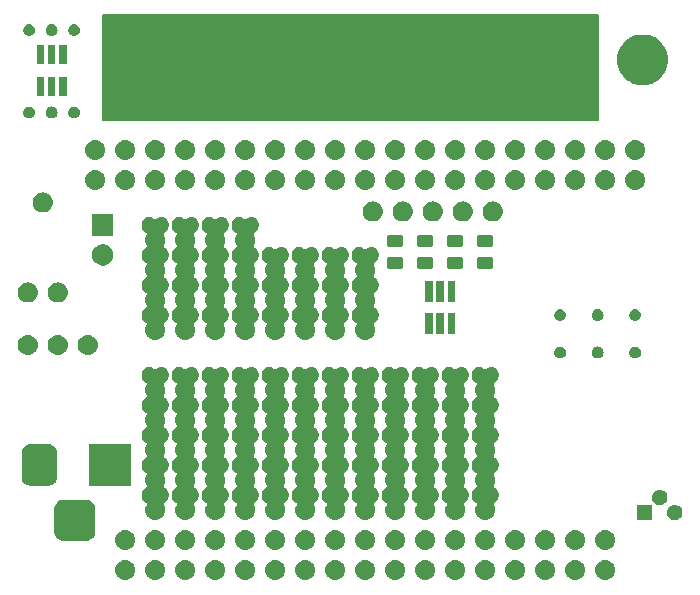
<source format=gts>
G04 #@! TF.GenerationSoftware,KiCad,Pcbnew,5.0.2+dfsg1-1~bpo9+1*
G04 #@! TF.CreationDate,2020-04-14T03:18:22-04:00*
G04 #@! TF.ProjectId,attiny10,61747469-6e79-4313-902e-6b696361645f,0.10.a*
G04 #@! TF.SameCoordinates,Original*
G04 #@! TF.FileFunction,Soldermask,Top*
G04 #@! TF.FilePolarity,Negative*
%FSLAX46Y46*%
G04 Gerber Fmt 4.6, Leading zero omitted, Abs format (unit mm)*
G04 Created by KiCad (PCBNEW 5.0.2+dfsg1-1~bpo9+1) date Tue 14 Apr 2020 03:18:22 AM EDT*
%MOMM*%
%LPD*%
G01*
G04 APERTURE LIST*
%ADD10C,0.150000*%
G04 APERTURE END LIST*
D10*
G36*
X38100000Y-55880000D02*
X38100000Y-64770000D01*
X80010000Y-64770000D01*
X80010000Y-55880000D01*
X38100000Y-55880000D01*
G37*
X38100000Y-55880000D02*
X38100000Y-64770000D01*
X80010000Y-64770000D01*
X80010000Y-55880000D01*
X38100000Y-55880000D01*
G36*
X60491630Y-102032299D02*
X60651855Y-102080903D01*
X60799520Y-102159831D01*
X60928949Y-102266051D01*
X61035169Y-102395480D01*
X61114097Y-102543145D01*
X61162701Y-102703370D01*
X61179112Y-102870000D01*
X61162701Y-103036630D01*
X61114097Y-103196855D01*
X61035169Y-103344520D01*
X60928949Y-103473949D01*
X60799520Y-103580169D01*
X60651855Y-103659097D01*
X60491630Y-103707701D01*
X60366752Y-103720000D01*
X60283248Y-103720000D01*
X60158370Y-103707701D01*
X59998145Y-103659097D01*
X59850480Y-103580169D01*
X59721051Y-103473949D01*
X59614831Y-103344520D01*
X59535903Y-103196855D01*
X59487299Y-103036630D01*
X59470888Y-102870000D01*
X59487299Y-102703370D01*
X59535903Y-102543145D01*
X59614831Y-102395480D01*
X59721051Y-102266051D01*
X59850480Y-102159831D01*
X59998145Y-102080903D01*
X60158370Y-102032299D01*
X60283248Y-102020000D01*
X60366752Y-102020000D01*
X60491630Y-102032299D01*
X60491630Y-102032299D01*
G37*
G36*
X42711630Y-102032299D02*
X42871855Y-102080903D01*
X43019520Y-102159831D01*
X43148949Y-102266051D01*
X43255169Y-102395480D01*
X43334097Y-102543145D01*
X43382701Y-102703370D01*
X43399112Y-102870000D01*
X43382701Y-103036630D01*
X43334097Y-103196855D01*
X43255169Y-103344520D01*
X43148949Y-103473949D01*
X43019520Y-103580169D01*
X42871855Y-103659097D01*
X42711630Y-103707701D01*
X42586752Y-103720000D01*
X42503248Y-103720000D01*
X42378370Y-103707701D01*
X42218145Y-103659097D01*
X42070480Y-103580169D01*
X41941051Y-103473949D01*
X41834831Y-103344520D01*
X41755903Y-103196855D01*
X41707299Y-103036630D01*
X41690888Y-102870000D01*
X41707299Y-102703370D01*
X41755903Y-102543145D01*
X41834831Y-102395480D01*
X41941051Y-102266051D01*
X42070480Y-102159831D01*
X42218145Y-102080903D01*
X42378370Y-102032299D01*
X42503248Y-102020000D01*
X42586752Y-102020000D01*
X42711630Y-102032299D01*
X42711630Y-102032299D01*
G37*
G36*
X68111630Y-102032299D02*
X68271855Y-102080903D01*
X68419520Y-102159831D01*
X68548949Y-102266051D01*
X68655169Y-102395480D01*
X68734097Y-102543145D01*
X68782701Y-102703370D01*
X68799112Y-102870000D01*
X68782701Y-103036630D01*
X68734097Y-103196855D01*
X68655169Y-103344520D01*
X68548949Y-103473949D01*
X68419520Y-103580169D01*
X68271855Y-103659097D01*
X68111630Y-103707701D01*
X67986752Y-103720000D01*
X67903248Y-103720000D01*
X67778370Y-103707701D01*
X67618145Y-103659097D01*
X67470480Y-103580169D01*
X67341051Y-103473949D01*
X67234831Y-103344520D01*
X67155903Y-103196855D01*
X67107299Y-103036630D01*
X67090888Y-102870000D01*
X67107299Y-102703370D01*
X67155903Y-102543145D01*
X67234831Y-102395480D01*
X67341051Y-102266051D01*
X67470480Y-102159831D01*
X67618145Y-102080903D01*
X67778370Y-102032299D01*
X67903248Y-102020000D01*
X67986752Y-102020000D01*
X68111630Y-102032299D01*
X68111630Y-102032299D01*
G37*
G36*
X40171630Y-102032299D02*
X40331855Y-102080903D01*
X40479520Y-102159831D01*
X40608949Y-102266051D01*
X40715169Y-102395480D01*
X40794097Y-102543145D01*
X40842701Y-102703370D01*
X40859112Y-102870000D01*
X40842701Y-103036630D01*
X40794097Y-103196855D01*
X40715169Y-103344520D01*
X40608949Y-103473949D01*
X40479520Y-103580169D01*
X40331855Y-103659097D01*
X40171630Y-103707701D01*
X40046752Y-103720000D01*
X39963248Y-103720000D01*
X39838370Y-103707701D01*
X39678145Y-103659097D01*
X39530480Y-103580169D01*
X39401051Y-103473949D01*
X39294831Y-103344520D01*
X39215903Y-103196855D01*
X39167299Y-103036630D01*
X39150888Y-102870000D01*
X39167299Y-102703370D01*
X39215903Y-102543145D01*
X39294831Y-102395480D01*
X39401051Y-102266051D01*
X39530480Y-102159831D01*
X39678145Y-102080903D01*
X39838370Y-102032299D01*
X39963248Y-102020000D01*
X40046752Y-102020000D01*
X40171630Y-102032299D01*
X40171630Y-102032299D01*
G37*
G36*
X80811630Y-102032299D02*
X80971855Y-102080903D01*
X81119520Y-102159831D01*
X81248949Y-102266051D01*
X81355169Y-102395480D01*
X81434097Y-102543145D01*
X81482701Y-102703370D01*
X81499112Y-102870000D01*
X81482701Y-103036630D01*
X81434097Y-103196855D01*
X81355169Y-103344520D01*
X81248949Y-103473949D01*
X81119520Y-103580169D01*
X80971855Y-103659097D01*
X80811630Y-103707701D01*
X80686752Y-103720000D01*
X80603248Y-103720000D01*
X80478370Y-103707701D01*
X80318145Y-103659097D01*
X80170480Y-103580169D01*
X80041051Y-103473949D01*
X79934831Y-103344520D01*
X79855903Y-103196855D01*
X79807299Y-103036630D01*
X79790888Y-102870000D01*
X79807299Y-102703370D01*
X79855903Y-102543145D01*
X79934831Y-102395480D01*
X80041051Y-102266051D01*
X80170480Y-102159831D01*
X80318145Y-102080903D01*
X80478370Y-102032299D01*
X80603248Y-102020000D01*
X80686752Y-102020000D01*
X80811630Y-102032299D01*
X80811630Y-102032299D01*
G37*
G36*
X75731630Y-102032299D02*
X75891855Y-102080903D01*
X76039520Y-102159831D01*
X76168949Y-102266051D01*
X76275169Y-102395480D01*
X76354097Y-102543145D01*
X76402701Y-102703370D01*
X76419112Y-102870000D01*
X76402701Y-103036630D01*
X76354097Y-103196855D01*
X76275169Y-103344520D01*
X76168949Y-103473949D01*
X76039520Y-103580169D01*
X75891855Y-103659097D01*
X75731630Y-103707701D01*
X75606752Y-103720000D01*
X75523248Y-103720000D01*
X75398370Y-103707701D01*
X75238145Y-103659097D01*
X75090480Y-103580169D01*
X74961051Y-103473949D01*
X74854831Y-103344520D01*
X74775903Y-103196855D01*
X74727299Y-103036630D01*
X74710888Y-102870000D01*
X74727299Y-102703370D01*
X74775903Y-102543145D01*
X74854831Y-102395480D01*
X74961051Y-102266051D01*
X75090480Y-102159831D01*
X75238145Y-102080903D01*
X75398370Y-102032299D01*
X75523248Y-102020000D01*
X75606752Y-102020000D01*
X75731630Y-102032299D01*
X75731630Y-102032299D01*
G37*
G36*
X70651630Y-102032299D02*
X70811855Y-102080903D01*
X70959520Y-102159831D01*
X71088949Y-102266051D01*
X71195169Y-102395480D01*
X71274097Y-102543145D01*
X71322701Y-102703370D01*
X71339112Y-102870000D01*
X71322701Y-103036630D01*
X71274097Y-103196855D01*
X71195169Y-103344520D01*
X71088949Y-103473949D01*
X70959520Y-103580169D01*
X70811855Y-103659097D01*
X70651630Y-103707701D01*
X70526752Y-103720000D01*
X70443248Y-103720000D01*
X70318370Y-103707701D01*
X70158145Y-103659097D01*
X70010480Y-103580169D01*
X69881051Y-103473949D01*
X69774831Y-103344520D01*
X69695903Y-103196855D01*
X69647299Y-103036630D01*
X69630888Y-102870000D01*
X69647299Y-102703370D01*
X69695903Y-102543145D01*
X69774831Y-102395480D01*
X69881051Y-102266051D01*
X70010480Y-102159831D01*
X70158145Y-102080903D01*
X70318370Y-102032299D01*
X70443248Y-102020000D01*
X70526752Y-102020000D01*
X70651630Y-102032299D01*
X70651630Y-102032299D01*
G37*
G36*
X78271630Y-102032299D02*
X78431855Y-102080903D01*
X78579520Y-102159831D01*
X78708949Y-102266051D01*
X78815169Y-102395480D01*
X78894097Y-102543145D01*
X78942701Y-102703370D01*
X78959112Y-102870000D01*
X78942701Y-103036630D01*
X78894097Y-103196855D01*
X78815169Y-103344520D01*
X78708949Y-103473949D01*
X78579520Y-103580169D01*
X78431855Y-103659097D01*
X78271630Y-103707701D01*
X78146752Y-103720000D01*
X78063248Y-103720000D01*
X77938370Y-103707701D01*
X77778145Y-103659097D01*
X77630480Y-103580169D01*
X77501051Y-103473949D01*
X77394831Y-103344520D01*
X77315903Y-103196855D01*
X77267299Y-103036630D01*
X77250888Y-102870000D01*
X77267299Y-102703370D01*
X77315903Y-102543145D01*
X77394831Y-102395480D01*
X77501051Y-102266051D01*
X77630480Y-102159831D01*
X77778145Y-102080903D01*
X77938370Y-102032299D01*
X78063248Y-102020000D01*
X78146752Y-102020000D01*
X78271630Y-102032299D01*
X78271630Y-102032299D01*
G37*
G36*
X73191630Y-102032299D02*
X73351855Y-102080903D01*
X73499520Y-102159831D01*
X73628949Y-102266051D01*
X73735169Y-102395480D01*
X73814097Y-102543145D01*
X73862701Y-102703370D01*
X73879112Y-102870000D01*
X73862701Y-103036630D01*
X73814097Y-103196855D01*
X73735169Y-103344520D01*
X73628949Y-103473949D01*
X73499520Y-103580169D01*
X73351855Y-103659097D01*
X73191630Y-103707701D01*
X73066752Y-103720000D01*
X72983248Y-103720000D01*
X72858370Y-103707701D01*
X72698145Y-103659097D01*
X72550480Y-103580169D01*
X72421051Y-103473949D01*
X72314831Y-103344520D01*
X72235903Y-103196855D01*
X72187299Y-103036630D01*
X72170888Y-102870000D01*
X72187299Y-102703370D01*
X72235903Y-102543145D01*
X72314831Y-102395480D01*
X72421051Y-102266051D01*
X72550480Y-102159831D01*
X72698145Y-102080903D01*
X72858370Y-102032299D01*
X72983248Y-102020000D01*
X73066752Y-102020000D01*
X73191630Y-102032299D01*
X73191630Y-102032299D01*
G37*
G36*
X65571630Y-102032299D02*
X65731855Y-102080903D01*
X65879520Y-102159831D01*
X66008949Y-102266051D01*
X66115169Y-102395480D01*
X66194097Y-102543145D01*
X66242701Y-102703370D01*
X66259112Y-102870000D01*
X66242701Y-103036630D01*
X66194097Y-103196855D01*
X66115169Y-103344520D01*
X66008949Y-103473949D01*
X65879520Y-103580169D01*
X65731855Y-103659097D01*
X65571630Y-103707701D01*
X65446752Y-103720000D01*
X65363248Y-103720000D01*
X65238370Y-103707701D01*
X65078145Y-103659097D01*
X64930480Y-103580169D01*
X64801051Y-103473949D01*
X64694831Y-103344520D01*
X64615903Y-103196855D01*
X64567299Y-103036630D01*
X64550888Y-102870000D01*
X64567299Y-102703370D01*
X64615903Y-102543145D01*
X64694831Y-102395480D01*
X64801051Y-102266051D01*
X64930480Y-102159831D01*
X65078145Y-102080903D01*
X65238370Y-102032299D01*
X65363248Y-102020000D01*
X65446752Y-102020000D01*
X65571630Y-102032299D01*
X65571630Y-102032299D01*
G37*
G36*
X47791630Y-102032299D02*
X47951855Y-102080903D01*
X48099520Y-102159831D01*
X48228949Y-102266051D01*
X48335169Y-102395480D01*
X48414097Y-102543145D01*
X48462701Y-102703370D01*
X48479112Y-102870000D01*
X48462701Y-103036630D01*
X48414097Y-103196855D01*
X48335169Y-103344520D01*
X48228949Y-103473949D01*
X48099520Y-103580169D01*
X47951855Y-103659097D01*
X47791630Y-103707701D01*
X47666752Y-103720000D01*
X47583248Y-103720000D01*
X47458370Y-103707701D01*
X47298145Y-103659097D01*
X47150480Y-103580169D01*
X47021051Y-103473949D01*
X46914831Y-103344520D01*
X46835903Y-103196855D01*
X46787299Y-103036630D01*
X46770888Y-102870000D01*
X46787299Y-102703370D01*
X46835903Y-102543145D01*
X46914831Y-102395480D01*
X47021051Y-102266051D01*
X47150480Y-102159831D01*
X47298145Y-102080903D01*
X47458370Y-102032299D01*
X47583248Y-102020000D01*
X47666752Y-102020000D01*
X47791630Y-102032299D01*
X47791630Y-102032299D01*
G37*
G36*
X52871630Y-102032299D02*
X53031855Y-102080903D01*
X53179520Y-102159831D01*
X53308949Y-102266051D01*
X53415169Y-102395480D01*
X53494097Y-102543145D01*
X53542701Y-102703370D01*
X53559112Y-102870000D01*
X53542701Y-103036630D01*
X53494097Y-103196855D01*
X53415169Y-103344520D01*
X53308949Y-103473949D01*
X53179520Y-103580169D01*
X53031855Y-103659097D01*
X52871630Y-103707701D01*
X52746752Y-103720000D01*
X52663248Y-103720000D01*
X52538370Y-103707701D01*
X52378145Y-103659097D01*
X52230480Y-103580169D01*
X52101051Y-103473949D01*
X51994831Y-103344520D01*
X51915903Y-103196855D01*
X51867299Y-103036630D01*
X51850888Y-102870000D01*
X51867299Y-102703370D01*
X51915903Y-102543145D01*
X51994831Y-102395480D01*
X52101051Y-102266051D01*
X52230480Y-102159831D01*
X52378145Y-102080903D01*
X52538370Y-102032299D01*
X52663248Y-102020000D01*
X52746752Y-102020000D01*
X52871630Y-102032299D01*
X52871630Y-102032299D01*
G37*
G36*
X45251630Y-102032299D02*
X45411855Y-102080903D01*
X45559520Y-102159831D01*
X45688949Y-102266051D01*
X45795169Y-102395480D01*
X45874097Y-102543145D01*
X45922701Y-102703370D01*
X45939112Y-102870000D01*
X45922701Y-103036630D01*
X45874097Y-103196855D01*
X45795169Y-103344520D01*
X45688949Y-103473949D01*
X45559520Y-103580169D01*
X45411855Y-103659097D01*
X45251630Y-103707701D01*
X45126752Y-103720000D01*
X45043248Y-103720000D01*
X44918370Y-103707701D01*
X44758145Y-103659097D01*
X44610480Y-103580169D01*
X44481051Y-103473949D01*
X44374831Y-103344520D01*
X44295903Y-103196855D01*
X44247299Y-103036630D01*
X44230888Y-102870000D01*
X44247299Y-102703370D01*
X44295903Y-102543145D01*
X44374831Y-102395480D01*
X44481051Y-102266051D01*
X44610480Y-102159831D01*
X44758145Y-102080903D01*
X44918370Y-102032299D01*
X45043248Y-102020000D01*
X45126752Y-102020000D01*
X45251630Y-102032299D01*
X45251630Y-102032299D01*
G37*
G36*
X50331630Y-102032299D02*
X50491855Y-102080903D01*
X50639520Y-102159831D01*
X50768949Y-102266051D01*
X50875169Y-102395480D01*
X50954097Y-102543145D01*
X51002701Y-102703370D01*
X51019112Y-102870000D01*
X51002701Y-103036630D01*
X50954097Y-103196855D01*
X50875169Y-103344520D01*
X50768949Y-103473949D01*
X50639520Y-103580169D01*
X50491855Y-103659097D01*
X50331630Y-103707701D01*
X50206752Y-103720000D01*
X50123248Y-103720000D01*
X49998370Y-103707701D01*
X49838145Y-103659097D01*
X49690480Y-103580169D01*
X49561051Y-103473949D01*
X49454831Y-103344520D01*
X49375903Y-103196855D01*
X49327299Y-103036630D01*
X49310888Y-102870000D01*
X49327299Y-102703370D01*
X49375903Y-102543145D01*
X49454831Y-102395480D01*
X49561051Y-102266051D01*
X49690480Y-102159831D01*
X49838145Y-102080903D01*
X49998370Y-102032299D01*
X50123248Y-102020000D01*
X50206752Y-102020000D01*
X50331630Y-102032299D01*
X50331630Y-102032299D01*
G37*
G36*
X57951630Y-102032299D02*
X58111855Y-102080903D01*
X58259520Y-102159831D01*
X58388949Y-102266051D01*
X58495169Y-102395480D01*
X58574097Y-102543145D01*
X58622701Y-102703370D01*
X58639112Y-102870000D01*
X58622701Y-103036630D01*
X58574097Y-103196855D01*
X58495169Y-103344520D01*
X58388949Y-103473949D01*
X58259520Y-103580169D01*
X58111855Y-103659097D01*
X57951630Y-103707701D01*
X57826752Y-103720000D01*
X57743248Y-103720000D01*
X57618370Y-103707701D01*
X57458145Y-103659097D01*
X57310480Y-103580169D01*
X57181051Y-103473949D01*
X57074831Y-103344520D01*
X56995903Y-103196855D01*
X56947299Y-103036630D01*
X56930888Y-102870000D01*
X56947299Y-102703370D01*
X56995903Y-102543145D01*
X57074831Y-102395480D01*
X57181051Y-102266051D01*
X57310480Y-102159831D01*
X57458145Y-102080903D01*
X57618370Y-102032299D01*
X57743248Y-102020000D01*
X57826752Y-102020000D01*
X57951630Y-102032299D01*
X57951630Y-102032299D01*
G37*
G36*
X63031630Y-102032299D02*
X63191855Y-102080903D01*
X63339520Y-102159831D01*
X63468949Y-102266051D01*
X63575169Y-102395480D01*
X63654097Y-102543145D01*
X63702701Y-102703370D01*
X63719112Y-102870000D01*
X63702701Y-103036630D01*
X63654097Y-103196855D01*
X63575169Y-103344520D01*
X63468949Y-103473949D01*
X63339520Y-103580169D01*
X63191855Y-103659097D01*
X63031630Y-103707701D01*
X62906752Y-103720000D01*
X62823248Y-103720000D01*
X62698370Y-103707701D01*
X62538145Y-103659097D01*
X62390480Y-103580169D01*
X62261051Y-103473949D01*
X62154831Y-103344520D01*
X62075903Y-103196855D01*
X62027299Y-103036630D01*
X62010888Y-102870000D01*
X62027299Y-102703370D01*
X62075903Y-102543145D01*
X62154831Y-102395480D01*
X62261051Y-102266051D01*
X62390480Y-102159831D01*
X62538145Y-102080903D01*
X62698370Y-102032299D01*
X62823248Y-102020000D01*
X62906752Y-102020000D01*
X63031630Y-102032299D01*
X63031630Y-102032299D01*
G37*
G36*
X55411630Y-102032299D02*
X55571855Y-102080903D01*
X55719520Y-102159831D01*
X55848949Y-102266051D01*
X55955169Y-102395480D01*
X56034097Y-102543145D01*
X56082701Y-102703370D01*
X56099112Y-102870000D01*
X56082701Y-103036630D01*
X56034097Y-103196855D01*
X55955169Y-103344520D01*
X55848949Y-103473949D01*
X55719520Y-103580169D01*
X55571855Y-103659097D01*
X55411630Y-103707701D01*
X55286752Y-103720000D01*
X55203248Y-103720000D01*
X55078370Y-103707701D01*
X54918145Y-103659097D01*
X54770480Y-103580169D01*
X54641051Y-103473949D01*
X54534831Y-103344520D01*
X54455903Y-103196855D01*
X54407299Y-103036630D01*
X54390888Y-102870000D01*
X54407299Y-102703370D01*
X54455903Y-102543145D01*
X54534831Y-102395480D01*
X54641051Y-102266051D01*
X54770480Y-102159831D01*
X54918145Y-102080903D01*
X55078370Y-102032299D01*
X55203248Y-102020000D01*
X55286752Y-102020000D01*
X55411630Y-102032299D01*
X55411630Y-102032299D01*
G37*
G36*
X78271630Y-99492299D02*
X78431855Y-99540903D01*
X78579520Y-99619831D01*
X78708949Y-99726051D01*
X78815169Y-99855480D01*
X78894097Y-100003145D01*
X78942701Y-100163370D01*
X78959112Y-100330000D01*
X78942701Y-100496630D01*
X78894097Y-100656855D01*
X78815169Y-100804520D01*
X78708949Y-100933949D01*
X78579520Y-101040169D01*
X78431855Y-101119097D01*
X78271630Y-101167701D01*
X78146752Y-101180000D01*
X78063248Y-101180000D01*
X77938370Y-101167701D01*
X77778145Y-101119097D01*
X77630480Y-101040169D01*
X77501051Y-100933949D01*
X77394831Y-100804520D01*
X77315903Y-100656855D01*
X77267299Y-100496630D01*
X77250888Y-100330000D01*
X77267299Y-100163370D01*
X77315903Y-100003145D01*
X77394831Y-99855480D01*
X77501051Y-99726051D01*
X77630480Y-99619831D01*
X77778145Y-99540903D01*
X77938370Y-99492299D01*
X78063248Y-99480000D01*
X78146752Y-99480000D01*
X78271630Y-99492299D01*
X78271630Y-99492299D01*
G37*
G36*
X57951630Y-99492299D02*
X58111855Y-99540903D01*
X58259520Y-99619831D01*
X58388949Y-99726051D01*
X58495169Y-99855480D01*
X58574097Y-100003145D01*
X58622701Y-100163370D01*
X58639112Y-100330000D01*
X58622701Y-100496630D01*
X58574097Y-100656855D01*
X58495169Y-100804520D01*
X58388949Y-100933949D01*
X58259520Y-101040169D01*
X58111855Y-101119097D01*
X57951630Y-101167701D01*
X57826752Y-101180000D01*
X57743248Y-101180000D01*
X57618370Y-101167701D01*
X57458145Y-101119097D01*
X57310480Y-101040169D01*
X57181051Y-100933949D01*
X57074831Y-100804520D01*
X56995903Y-100656855D01*
X56947299Y-100496630D01*
X56930888Y-100330000D01*
X56947299Y-100163370D01*
X56995903Y-100003145D01*
X57074831Y-99855480D01*
X57181051Y-99726051D01*
X57310480Y-99619831D01*
X57458145Y-99540903D01*
X57618370Y-99492299D01*
X57743248Y-99480000D01*
X57826752Y-99480000D01*
X57951630Y-99492299D01*
X57951630Y-99492299D01*
G37*
G36*
X63031630Y-99492299D02*
X63191855Y-99540903D01*
X63339520Y-99619831D01*
X63468949Y-99726051D01*
X63575169Y-99855480D01*
X63654097Y-100003145D01*
X63702701Y-100163370D01*
X63719112Y-100330000D01*
X63702701Y-100496630D01*
X63654097Y-100656855D01*
X63575169Y-100804520D01*
X63468949Y-100933949D01*
X63339520Y-101040169D01*
X63191855Y-101119097D01*
X63031630Y-101167701D01*
X62906752Y-101180000D01*
X62823248Y-101180000D01*
X62698370Y-101167701D01*
X62538145Y-101119097D01*
X62390480Y-101040169D01*
X62261051Y-100933949D01*
X62154831Y-100804520D01*
X62075903Y-100656855D01*
X62027299Y-100496630D01*
X62010888Y-100330000D01*
X62027299Y-100163370D01*
X62075903Y-100003145D01*
X62154831Y-99855480D01*
X62261051Y-99726051D01*
X62390480Y-99619831D01*
X62538145Y-99540903D01*
X62698370Y-99492299D01*
X62823248Y-99480000D01*
X62906752Y-99480000D01*
X63031630Y-99492299D01*
X63031630Y-99492299D01*
G37*
G36*
X65571630Y-99492299D02*
X65731855Y-99540903D01*
X65879520Y-99619831D01*
X66008949Y-99726051D01*
X66115169Y-99855480D01*
X66194097Y-100003145D01*
X66242701Y-100163370D01*
X66259112Y-100330000D01*
X66242701Y-100496630D01*
X66194097Y-100656855D01*
X66115169Y-100804520D01*
X66008949Y-100933949D01*
X65879520Y-101040169D01*
X65731855Y-101119097D01*
X65571630Y-101167701D01*
X65446752Y-101180000D01*
X65363248Y-101180000D01*
X65238370Y-101167701D01*
X65078145Y-101119097D01*
X64930480Y-101040169D01*
X64801051Y-100933949D01*
X64694831Y-100804520D01*
X64615903Y-100656855D01*
X64567299Y-100496630D01*
X64550888Y-100330000D01*
X64567299Y-100163370D01*
X64615903Y-100003145D01*
X64694831Y-99855480D01*
X64801051Y-99726051D01*
X64930480Y-99619831D01*
X65078145Y-99540903D01*
X65238370Y-99492299D01*
X65363248Y-99480000D01*
X65446752Y-99480000D01*
X65571630Y-99492299D01*
X65571630Y-99492299D01*
G37*
G36*
X40171630Y-99492299D02*
X40331855Y-99540903D01*
X40479520Y-99619831D01*
X40608949Y-99726051D01*
X40715169Y-99855480D01*
X40794097Y-100003145D01*
X40842701Y-100163370D01*
X40859112Y-100330000D01*
X40842701Y-100496630D01*
X40794097Y-100656855D01*
X40715169Y-100804520D01*
X40608949Y-100933949D01*
X40479520Y-101040169D01*
X40331855Y-101119097D01*
X40171630Y-101167701D01*
X40046752Y-101180000D01*
X39963248Y-101180000D01*
X39838370Y-101167701D01*
X39678145Y-101119097D01*
X39530480Y-101040169D01*
X39401051Y-100933949D01*
X39294831Y-100804520D01*
X39215903Y-100656855D01*
X39167299Y-100496630D01*
X39150888Y-100330000D01*
X39167299Y-100163370D01*
X39215903Y-100003145D01*
X39294831Y-99855480D01*
X39401051Y-99726051D01*
X39530480Y-99619831D01*
X39678145Y-99540903D01*
X39838370Y-99492299D01*
X39963248Y-99480000D01*
X40046752Y-99480000D01*
X40171630Y-99492299D01*
X40171630Y-99492299D01*
G37*
G36*
X42711630Y-99492299D02*
X42871855Y-99540903D01*
X43019520Y-99619831D01*
X43148949Y-99726051D01*
X43255169Y-99855480D01*
X43334097Y-100003145D01*
X43382701Y-100163370D01*
X43399112Y-100330000D01*
X43382701Y-100496630D01*
X43334097Y-100656855D01*
X43255169Y-100804520D01*
X43148949Y-100933949D01*
X43019520Y-101040169D01*
X42871855Y-101119097D01*
X42711630Y-101167701D01*
X42586752Y-101180000D01*
X42503248Y-101180000D01*
X42378370Y-101167701D01*
X42218145Y-101119097D01*
X42070480Y-101040169D01*
X41941051Y-100933949D01*
X41834831Y-100804520D01*
X41755903Y-100656855D01*
X41707299Y-100496630D01*
X41690888Y-100330000D01*
X41707299Y-100163370D01*
X41755903Y-100003145D01*
X41834831Y-99855480D01*
X41941051Y-99726051D01*
X42070480Y-99619831D01*
X42218145Y-99540903D01*
X42378370Y-99492299D01*
X42503248Y-99480000D01*
X42586752Y-99480000D01*
X42711630Y-99492299D01*
X42711630Y-99492299D01*
G37*
G36*
X73191630Y-99492299D02*
X73351855Y-99540903D01*
X73499520Y-99619831D01*
X73628949Y-99726051D01*
X73735169Y-99855480D01*
X73814097Y-100003145D01*
X73862701Y-100163370D01*
X73879112Y-100330000D01*
X73862701Y-100496630D01*
X73814097Y-100656855D01*
X73735169Y-100804520D01*
X73628949Y-100933949D01*
X73499520Y-101040169D01*
X73351855Y-101119097D01*
X73191630Y-101167701D01*
X73066752Y-101180000D01*
X72983248Y-101180000D01*
X72858370Y-101167701D01*
X72698145Y-101119097D01*
X72550480Y-101040169D01*
X72421051Y-100933949D01*
X72314831Y-100804520D01*
X72235903Y-100656855D01*
X72187299Y-100496630D01*
X72170888Y-100330000D01*
X72187299Y-100163370D01*
X72235903Y-100003145D01*
X72314831Y-99855480D01*
X72421051Y-99726051D01*
X72550480Y-99619831D01*
X72698145Y-99540903D01*
X72858370Y-99492299D01*
X72983248Y-99480000D01*
X73066752Y-99480000D01*
X73191630Y-99492299D01*
X73191630Y-99492299D01*
G37*
G36*
X80811630Y-99492299D02*
X80971855Y-99540903D01*
X81119520Y-99619831D01*
X81248949Y-99726051D01*
X81355169Y-99855480D01*
X81434097Y-100003145D01*
X81482701Y-100163370D01*
X81499112Y-100330000D01*
X81482701Y-100496630D01*
X81434097Y-100656855D01*
X81355169Y-100804520D01*
X81248949Y-100933949D01*
X81119520Y-101040169D01*
X80971855Y-101119097D01*
X80811630Y-101167701D01*
X80686752Y-101180000D01*
X80603248Y-101180000D01*
X80478370Y-101167701D01*
X80318145Y-101119097D01*
X80170480Y-101040169D01*
X80041051Y-100933949D01*
X79934831Y-100804520D01*
X79855903Y-100656855D01*
X79807299Y-100496630D01*
X79790888Y-100330000D01*
X79807299Y-100163370D01*
X79855903Y-100003145D01*
X79934831Y-99855480D01*
X80041051Y-99726051D01*
X80170480Y-99619831D01*
X80318145Y-99540903D01*
X80478370Y-99492299D01*
X80603248Y-99480000D01*
X80686752Y-99480000D01*
X80811630Y-99492299D01*
X80811630Y-99492299D01*
G37*
G36*
X45251630Y-99492299D02*
X45411855Y-99540903D01*
X45559520Y-99619831D01*
X45688949Y-99726051D01*
X45795169Y-99855480D01*
X45874097Y-100003145D01*
X45922701Y-100163370D01*
X45939112Y-100330000D01*
X45922701Y-100496630D01*
X45874097Y-100656855D01*
X45795169Y-100804520D01*
X45688949Y-100933949D01*
X45559520Y-101040169D01*
X45411855Y-101119097D01*
X45251630Y-101167701D01*
X45126752Y-101180000D01*
X45043248Y-101180000D01*
X44918370Y-101167701D01*
X44758145Y-101119097D01*
X44610480Y-101040169D01*
X44481051Y-100933949D01*
X44374831Y-100804520D01*
X44295903Y-100656855D01*
X44247299Y-100496630D01*
X44230888Y-100330000D01*
X44247299Y-100163370D01*
X44295903Y-100003145D01*
X44374831Y-99855480D01*
X44481051Y-99726051D01*
X44610480Y-99619831D01*
X44758145Y-99540903D01*
X44918370Y-99492299D01*
X45043248Y-99480000D01*
X45126752Y-99480000D01*
X45251630Y-99492299D01*
X45251630Y-99492299D01*
G37*
G36*
X70651630Y-99492299D02*
X70811855Y-99540903D01*
X70959520Y-99619831D01*
X71088949Y-99726051D01*
X71195169Y-99855480D01*
X71274097Y-100003145D01*
X71322701Y-100163370D01*
X71339112Y-100330000D01*
X71322701Y-100496630D01*
X71274097Y-100656855D01*
X71195169Y-100804520D01*
X71088949Y-100933949D01*
X70959520Y-101040169D01*
X70811855Y-101119097D01*
X70651630Y-101167701D01*
X70526752Y-101180000D01*
X70443248Y-101180000D01*
X70318370Y-101167701D01*
X70158145Y-101119097D01*
X70010480Y-101040169D01*
X69881051Y-100933949D01*
X69774831Y-100804520D01*
X69695903Y-100656855D01*
X69647299Y-100496630D01*
X69630888Y-100330000D01*
X69647299Y-100163370D01*
X69695903Y-100003145D01*
X69774831Y-99855480D01*
X69881051Y-99726051D01*
X70010480Y-99619831D01*
X70158145Y-99540903D01*
X70318370Y-99492299D01*
X70443248Y-99480000D01*
X70526752Y-99480000D01*
X70651630Y-99492299D01*
X70651630Y-99492299D01*
G37*
G36*
X50331630Y-99492299D02*
X50491855Y-99540903D01*
X50639520Y-99619831D01*
X50768949Y-99726051D01*
X50875169Y-99855480D01*
X50954097Y-100003145D01*
X51002701Y-100163370D01*
X51019112Y-100330000D01*
X51002701Y-100496630D01*
X50954097Y-100656855D01*
X50875169Y-100804520D01*
X50768949Y-100933949D01*
X50639520Y-101040169D01*
X50491855Y-101119097D01*
X50331630Y-101167701D01*
X50206752Y-101180000D01*
X50123248Y-101180000D01*
X49998370Y-101167701D01*
X49838145Y-101119097D01*
X49690480Y-101040169D01*
X49561051Y-100933949D01*
X49454831Y-100804520D01*
X49375903Y-100656855D01*
X49327299Y-100496630D01*
X49310888Y-100330000D01*
X49327299Y-100163370D01*
X49375903Y-100003145D01*
X49454831Y-99855480D01*
X49561051Y-99726051D01*
X49690480Y-99619831D01*
X49838145Y-99540903D01*
X49998370Y-99492299D01*
X50123248Y-99480000D01*
X50206752Y-99480000D01*
X50331630Y-99492299D01*
X50331630Y-99492299D01*
G37*
G36*
X52871630Y-99492299D02*
X53031855Y-99540903D01*
X53179520Y-99619831D01*
X53308949Y-99726051D01*
X53415169Y-99855480D01*
X53494097Y-100003145D01*
X53542701Y-100163370D01*
X53559112Y-100330000D01*
X53542701Y-100496630D01*
X53494097Y-100656855D01*
X53415169Y-100804520D01*
X53308949Y-100933949D01*
X53179520Y-101040169D01*
X53031855Y-101119097D01*
X52871630Y-101167701D01*
X52746752Y-101180000D01*
X52663248Y-101180000D01*
X52538370Y-101167701D01*
X52378145Y-101119097D01*
X52230480Y-101040169D01*
X52101051Y-100933949D01*
X51994831Y-100804520D01*
X51915903Y-100656855D01*
X51867299Y-100496630D01*
X51850888Y-100330000D01*
X51867299Y-100163370D01*
X51915903Y-100003145D01*
X51994831Y-99855480D01*
X52101051Y-99726051D01*
X52230480Y-99619831D01*
X52378145Y-99540903D01*
X52538370Y-99492299D01*
X52663248Y-99480000D01*
X52746752Y-99480000D01*
X52871630Y-99492299D01*
X52871630Y-99492299D01*
G37*
G36*
X47791630Y-99492299D02*
X47951855Y-99540903D01*
X48099520Y-99619831D01*
X48228949Y-99726051D01*
X48335169Y-99855480D01*
X48414097Y-100003145D01*
X48462701Y-100163370D01*
X48479112Y-100330000D01*
X48462701Y-100496630D01*
X48414097Y-100656855D01*
X48335169Y-100804520D01*
X48228949Y-100933949D01*
X48099520Y-101040169D01*
X47951855Y-101119097D01*
X47791630Y-101167701D01*
X47666752Y-101180000D01*
X47583248Y-101180000D01*
X47458370Y-101167701D01*
X47298145Y-101119097D01*
X47150480Y-101040169D01*
X47021051Y-100933949D01*
X46914831Y-100804520D01*
X46835903Y-100656855D01*
X46787299Y-100496630D01*
X46770888Y-100330000D01*
X46787299Y-100163370D01*
X46835903Y-100003145D01*
X46914831Y-99855480D01*
X47021051Y-99726051D01*
X47150480Y-99619831D01*
X47298145Y-99540903D01*
X47458370Y-99492299D01*
X47583248Y-99480000D01*
X47666752Y-99480000D01*
X47791630Y-99492299D01*
X47791630Y-99492299D01*
G37*
G36*
X75731630Y-99492299D02*
X75891855Y-99540903D01*
X76039520Y-99619831D01*
X76168949Y-99726051D01*
X76275169Y-99855480D01*
X76354097Y-100003145D01*
X76402701Y-100163370D01*
X76419112Y-100330000D01*
X76402701Y-100496630D01*
X76354097Y-100656855D01*
X76275169Y-100804520D01*
X76168949Y-100933949D01*
X76039520Y-101040169D01*
X75891855Y-101119097D01*
X75731630Y-101167701D01*
X75606752Y-101180000D01*
X75523248Y-101180000D01*
X75398370Y-101167701D01*
X75238145Y-101119097D01*
X75090480Y-101040169D01*
X74961051Y-100933949D01*
X74854831Y-100804520D01*
X74775903Y-100656855D01*
X74727299Y-100496630D01*
X74710888Y-100330000D01*
X74727299Y-100163370D01*
X74775903Y-100003145D01*
X74854831Y-99855480D01*
X74961051Y-99726051D01*
X75090480Y-99619831D01*
X75238145Y-99540903D01*
X75398370Y-99492299D01*
X75523248Y-99480000D01*
X75606752Y-99480000D01*
X75731630Y-99492299D01*
X75731630Y-99492299D01*
G37*
G36*
X68111630Y-99492299D02*
X68271855Y-99540903D01*
X68419520Y-99619831D01*
X68548949Y-99726051D01*
X68655169Y-99855480D01*
X68734097Y-100003145D01*
X68782701Y-100163370D01*
X68799112Y-100330000D01*
X68782701Y-100496630D01*
X68734097Y-100656855D01*
X68655169Y-100804520D01*
X68548949Y-100933949D01*
X68419520Y-101040169D01*
X68271855Y-101119097D01*
X68111630Y-101167701D01*
X67986752Y-101180000D01*
X67903248Y-101180000D01*
X67778370Y-101167701D01*
X67618145Y-101119097D01*
X67470480Y-101040169D01*
X67341051Y-100933949D01*
X67234831Y-100804520D01*
X67155903Y-100656855D01*
X67107299Y-100496630D01*
X67090888Y-100330000D01*
X67107299Y-100163370D01*
X67155903Y-100003145D01*
X67234831Y-99855480D01*
X67341051Y-99726051D01*
X67470480Y-99619831D01*
X67618145Y-99540903D01*
X67778370Y-99492299D01*
X67903248Y-99480000D01*
X67986752Y-99480000D01*
X68111630Y-99492299D01*
X68111630Y-99492299D01*
G37*
G36*
X55411630Y-99492299D02*
X55571855Y-99540903D01*
X55719520Y-99619831D01*
X55848949Y-99726051D01*
X55955169Y-99855480D01*
X56034097Y-100003145D01*
X56082701Y-100163370D01*
X56099112Y-100330000D01*
X56082701Y-100496630D01*
X56034097Y-100656855D01*
X55955169Y-100804520D01*
X55848949Y-100933949D01*
X55719520Y-101040169D01*
X55571855Y-101119097D01*
X55411630Y-101167701D01*
X55286752Y-101180000D01*
X55203248Y-101180000D01*
X55078370Y-101167701D01*
X54918145Y-101119097D01*
X54770480Y-101040169D01*
X54641051Y-100933949D01*
X54534831Y-100804520D01*
X54455903Y-100656855D01*
X54407299Y-100496630D01*
X54390888Y-100330000D01*
X54407299Y-100163370D01*
X54455903Y-100003145D01*
X54534831Y-99855480D01*
X54641051Y-99726051D01*
X54770480Y-99619831D01*
X54918145Y-99540903D01*
X55078370Y-99492299D01*
X55203248Y-99480000D01*
X55286752Y-99480000D01*
X55411630Y-99492299D01*
X55411630Y-99492299D01*
G37*
G36*
X60491630Y-99492299D02*
X60651855Y-99540903D01*
X60799520Y-99619831D01*
X60928949Y-99726051D01*
X61035169Y-99855480D01*
X61114097Y-100003145D01*
X61162701Y-100163370D01*
X61179112Y-100330000D01*
X61162701Y-100496630D01*
X61114097Y-100656855D01*
X61035169Y-100804520D01*
X60928949Y-100933949D01*
X60799520Y-101040169D01*
X60651855Y-101119097D01*
X60491630Y-101167701D01*
X60366752Y-101180000D01*
X60283248Y-101180000D01*
X60158370Y-101167701D01*
X59998145Y-101119097D01*
X59850480Y-101040169D01*
X59721051Y-100933949D01*
X59614831Y-100804520D01*
X59535903Y-100656855D01*
X59487299Y-100496630D01*
X59470888Y-100330000D01*
X59487299Y-100163370D01*
X59535903Y-100003145D01*
X59614831Y-99855480D01*
X59721051Y-99726051D01*
X59850480Y-99619831D01*
X59998145Y-99540903D01*
X60158370Y-99492299D01*
X60283248Y-99480000D01*
X60366752Y-99480000D01*
X60491630Y-99492299D01*
X60491630Y-99492299D01*
G37*
G36*
X36830891Y-96946205D02*
X36983200Y-96992407D01*
X37123567Y-97067435D01*
X37246597Y-97168403D01*
X37347565Y-97291433D01*
X37422593Y-97431800D01*
X37468795Y-97584109D01*
X37485000Y-97748640D01*
X37485000Y-99611360D01*
X37468795Y-99775891D01*
X37422593Y-99928200D01*
X37347565Y-100068567D01*
X37246597Y-100191597D01*
X37123567Y-100292565D01*
X36983200Y-100367593D01*
X36830891Y-100413795D01*
X36666360Y-100430000D01*
X34803640Y-100430000D01*
X34639109Y-100413795D01*
X34486800Y-100367593D01*
X34346433Y-100292565D01*
X34223403Y-100191597D01*
X34122435Y-100068567D01*
X34047407Y-99928200D01*
X34001205Y-99775891D01*
X33985000Y-99611360D01*
X33985000Y-97748640D01*
X34001205Y-97584109D01*
X34047407Y-97431800D01*
X34122435Y-97291433D01*
X34223403Y-97168403D01*
X34346433Y-97067435D01*
X34486800Y-96992407D01*
X34639109Y-96946205D01*
X34803640Y-96930000D01*
X36666360Y-96930000D01*
X36830891Y-96946205D01*
X36830891Y-96946205D01*
G37*
G36*
X86687738Y-97366653D02*
X86729598Y-97374979D01*
X86764245Y-97389330D01*
X86847890Y-97423977D01*
X86954354Y-97495114D01*
X87044886Y-97585646D01*
X87116023Y-97692110D01*
X87165021Y-97810403D01*
X87190000Y-97935979D01*
X87190000Y-98064021D01*
X87165021Y-98189597D01*
X87116023Y-98307890D01*
X87044886Y-98414354D01*
X86954354Y-98504886D01*
X86847890Y-98576023D01*
X86764245Y-98610670D01*
X86729598Y-98625021D01*
X86687738Y-98633347D01*
X86604021Y-98650000D01*
X86475979Y-98650000D01*
X86392262Y-98633347D01*
X86350402Y-98625021D01*
X86315755Y-98610670D01*
X86232110Y-98576023D01*
X86125646Y-98504886D01*
X86035114Y-98414354D01*
X85963977Y-98307890D01*
X85914979Y-98189597D01*
X85890000Y-98064021D01*
X85890000Y-97935979D01*
X85914979Y-97810403D01*
X85963977Y-97692110D01*
X86035114Y-97585646D01*
X86125646Y-97495114D01*
X86232110Y-97423977D01*
X86315755Y-97389330D01*
X86350402Y-97374979D01*
X86392262Y-97366653D01*
X86475979Y-97350000D01*
X86604021Y-97350000D01*
X86687738Y-97366653D01*
X86687738Y-97366653D01*
G37*
G36*
X84650000Y-98650000D02*
X83350000Y-98650000D01*
X83350000Y-97350000D01*
X84650000Y-97350000D01*
X84650000Y-98650000D01*
X84650000Y-98650000D01*
G37*
G36*
X71137620Y-85668682D02*
X71250720Y-85702990D01*
X71354954Y-85758704D01*
X71446317Y-85833683D01*
X71521296Y-85925045D01*
X71577010Y-86029279D01*
X71611318Y-86142379D01*
X71620000Y-86230526D01*
X71620000Y-86489473D01*
X71611318Y-86577620D01*
X71577010Y-86690720D01*
X71521296Y-86794955D01*
X71446317Y-86886317D01*
X71354955Y-86961296D01*
X71260174Y-87011957D01*
X71239811Y-87025564D01*
X71222484Y-87042891D01*
X71208870Y-87063266D01*
X71199492Y-87085905D01*
X71194712Y-87109938D01*
X71194712Y-87134442D01*
X71199493Y-87158476D01*
X71208870Y-87181114D01*
X71246117Y-87250799D01*
X71274097Y-87303145D01*
X71274097Y-87303146D01*
X71322701Y-87463370D01*
X71339112Y-87630000D01*
X71322701Y-87796630D01*
X71283273Y-87926604D01*
X71274097Y-87956855D01*
X71246117Y-88009201D01*
X71208870Y-88078886D01*
X71199492Y-88101525D01*
X71194712Y-88125558D01*
X71194712Y-88150063D01*
X71199493Y-88174096D01*
X71208870Y-88196735D01*
X71222484Y-88217110D01*
X71239811Y-88234437D01*
X71260178Y-88248046D01*
X71354954Y-88298704D01*
X71446317Y-88373683D01*
X71521296Y-88465045D01*
X71577010Y-88569279D01*
X71611318Y-88682379D01*
X71620000Y-88770526D01*
X71620000Y-89029473D01*
X71611318Y-89117620D01*
X71577010Y-89230720D01*
X71521296Y-89334955D01*
X71446317Y-89426317D01*
X71354955Y-89501296D01*
X71260174Y-89551957D01*
X71239811Y-89565564D01*
X71222484Y-89582891D01*
X71208870Y-89603266D01*
X71199492Y-89625905D01*
X71194712Y-89649938D01*
X71194712Y-89674442D01*
X71199493Y-89698476D01*
X71208870Y-89721114D01*
X71246117Y-89790799D01*
X71274097Y-89843145D01*
X71274097Y-89843146D01*
X71322701Y-90003370D01*
X71339112Y-90170000D01*
X71322701Y-90336630D01*
X71283273Y-90466604D01*
X71274097Y-90496855D01*
X71246117Y-90549201D01*
X71208870Y-90618886D01*
X71199492Y-90641525D01*
X71194712Y-90665558D01*
X71194712Y-90690063D01*
X71199493Y-90714096D01*
X71208870Y-90736735D01*
X71222484Y-90757110D01*
X71239811Y-90774437D01*
X71260178Y-90788046D01*
X71354954Y-90838704D01*
X71446317Y-90913683D01*
X71521296Y-91005045D01*
X71577010Y-91109279D01*
X71611318Y-91222379D01*
X71620000Y-91310526D01*
X71620000Y-91569473D01*
X71611318Y-91657620D01*
X71577010Y-91770720D01*
X71521296Y-91874955D01*
X71446317Y-91966317D01*
X71354955Y-92041296D01*
X71260174Y-92091957D01*
X71239811Y-92105564D01*
X71222484Y-92122891D01*
X71208870Y-92143266D01*
X71199492Y-92165905D01*
X71194712Y-92189938D01*
X71194712Y-92214442D01*
X71199493Y-92238476D01*
X71208870Y-92261114D01*
X71222754Y-92287090D01*
X71274097Y-92383145D01*
X71274097Y-92383146D01*
X71322701Y-92543370D01*
X71339112Y-92710000D01*
X71322701Y-92876630D01*
X71283273Y-93006604D01*
X71274097Y-93036855D01*
X71246117Y-93089201D01*
X71208870Y-93158886D01*
X71199492Y-93181525D01*
X71194712Y-93205558D01*
X71194712Y-93230063D01*
X71199493Y-93254096D01*
X71208870Y-93276735D01*
X71222484Y-93297110D01*
X71239811Y-93314437D01*
X71260178Y-93328046D01*
X71354954Y-93378704D01*
X71446317Y-93453683D01*
X71521296Y-93545045D01*
X71577010Y-93649279D01*
X71611318Y-93762379D01*
X71620000Y-93850526D01*
X71620000Y-94109473D01*
X71611318Y-94197620D01*
X71577010Y-94310720D01*
X71521296Y-94414955D01*
X71446317Y-94506317D01*
X71354955Y-94581296D01*
X71260174Y-94631957D01*
X71239811Y-94645564D01*
X71222484Y-94662891D01*
X71208870Y-94683266D01*
X71199492Y-94705905D01*
X71194712Y-94729938D01*
X71194712Y-94754442D01*
X71199493Y-94778476D01*
X71208870Y-94801114D01*
X71246117Y-94870799D01*
X71274097Y-94923145D01*
X71274097Y-94923146D01*
X71322701Y-95083370D01*
X71339112Y-95250000D01*
X71322701Y-95416630D01*
X71294277Y-95510330D01*
X71274097Y-95576855D01*
X71246117Y-95629201D01*
X71208870Y-95698886D01*
X71199492Y-95721525D01*
X71194712Y-95745558D01*
X71194712Y-95770063D01*
X71199493Y-95794096D01*
X71208870Y-95816735D01*
X71222484Y-95837110D01*
X71239811Y-95854437D01*
X71260178Y-95868046D01*
X71354954Y-95918704D01*
X71446317Y-95993683D01*
X71521296Y-96085045D01*
X71577010Y-96189279D01*
X71611318Y-96302379D01*
X71620000Y-96390526D01*
X71620000Y-96649473D01*
X71611318Y-96737620D01*
X71577010Y-96850720D01*
X71521296Y-96954955D01*
X71446317Y-97046317D01*
X71354955Y-97121296D01*
X71260174Y-97171957D01*
X71239811Y-97185564D01*
X71222484Y-97202891D01*
X71208870Y-97223266D01*
X71199492Y-97245905D01*
X71194712Y-97269938D01*
X71194712Y-97294442D01*
X71199493Y-97318476D01*
X71208870Y-97341114D01*
X71216303Y-97355021D01*
X71274097Y-97463145D01*
X71283273Y-97493396D01*
X71322701Y-97623370D01*
X71339112Y-97790000D01*
X71322701Y-97956630D01*
X71274097Y-98116855D01*
X71195169Y-98264520D01*
X71088949Y-98393949D01*
X70959520Y-98500169D01*
X70811855Y-98579097D01*
X70651630Y-98627701D01*
X70526752Y-98640000D01*
X70443248Y-98640000D01*
X70318370Y-98627701D01*
X70158145Y-98579097D01*
X70010480Y-98500169D01*
X69881051Y-98393949D01*
X69774831Y-98264520D01*
X69695903Y-98116855D01*
X69647299Y-97956630D01*
X69630888Y-97790000D01*
X69647299Y-97623370D01*
X69686727Y-97493396D01*
X69695903Y-97463145D01*
X69753697Y-97355021D01*
X69761130Y-97341114D01*
X69770508Y-97318475D01*
X69775288Y-97294442D01*
X69775288Y-97269937D01*
X69770507Y-97245904D01*
X69761130Y-97223265D01*
X69747516Y-97202890D01*
X69730189Y-97185563D01*
X69709822Y-97171954D01*
X69615046Y-97121296D01*
X69523684Y-97046317D01*
X69448705Y-96954955D01*
X69392990Y-96850721D01*
X69358682Y-96737621D01*
X69350000Y-96649474D01*
X69350000Y-96390527D01*
X69358682Y-96302380D01*
X69392990Y-96189280D01*
X69448704Y-96085046D01*
X69523683Y-95993683D01*
X69615045Y-95918704D01*
X69709826Y-95868043D01*
X69730189Y-95854436D01*
X69747516Y-95837109D01*
X69761130Y-95816734D01*
X69770508Y-95794095D01*
X69775288Y-95770062D01*
X69775288Y-95745558D01*
X69770507Y-95721524D01*
X69761130Y-95698886D01*
X69723883Y-95629201D01*
X69695903Y-95576855D01*
X69675723Y-95510330D01*
X69647299Y-95416630D01*
X69630888Y-95250000D01*
X69647299Y-95083370D01*
X69695903Y-94923146D01*
X69695903Y-94923145D01*
X69723883Y-94870799D01*
X69761130Y-94801114D01*
X69770508Y-94778475D01*
X69775288Y-94754442D01*
X69775288Y-94729937D01*
X69770507Y-94705904D01*
X69761130Y-94683265D01*
X69747516Y-94662890D01*
X69730189Y-94645563D01*
X69709822Y-94631954D01*
X69615046Y-94581296D01*
X69523684Y-94506317D01*
X69448705Y-94414955D01*
X69392990Y-94310721D01*
X69358682Y-94197621D01*
X69350000Y-94109474D01*
X69350000Y-93850527D01*
X69358682Y-93762380D01*
X69392990Y-93649280D01*
X69448704Y-93545046D01*
X69523683Y-93453683D01*
X69615045Y-93378704D01*
X69709826Y-93328043D01*
X69730189Y-93314436D01*
X69747516Y-93297109D01*
X69761130Y-93276734D01*
X69770508Y-93254095D01*
X69775288Y-93230062D01*
X69775288Y-93205558D01*
X69770507Y-93181524D01*
X69761130Y-93158886D01*
X69723883Y-93089201D01*
X69695903Y-93036855D01*
X69686727Y-93006604D01*
X69647299Y-92876630D01*
X69630888Y-92710000D01*
X69647299Y-92543370D01*
X69695903Y-92383146D01*
X69695903Y-92383145D01*
X69747246Y-92287090D01*
X69761130Y-92261114D01*
X69770508Y-92238475D01*
X69775288Y-92214442D01*
X69775288Y-92189937D01*
X69770507Y-92165904D01*
X69761130Y-92143265D01*
X69747516Y-92122890D01*
X69730189Y-92105563D01*
X69709822Y-92091954D01*
X69615046Y-92041296D01*
X69523684Y-91966317D01*
X69448705Y-91874955D01*
X69392990Y-91770721D01*
X69358682Y-91657621D01*
X69350000Y-91569474D01*
X69350000Y-91310527D01*
X69358682Y-91222380D01*
X69392990Y-91109280D01*
X69448704Y-91005046D01*
X69523683Y-90913683D01*
X69615045Y-90838704D01*
X69709826Y-90788043D01*
X69730189Y-90774436D01*
X69747516Y-90757109D01*
X69761130Y-90736734D01*
X69770508Y-90714095D01*
X69775288Y-90690062D01*
X69775288Y-90665558D01*
X69770507Y-90641524D01*
X69761130Y-90618886D01*
X69723883Y-90549201D01*
X69695903Y-90496855D01*
X69686727Y-90466604D01*
X69647299Y-90336630D01*
X69630888Y-90170000D01*
X69647299Y-90003370D01*
X69695903Y-89843146D01*
X69695903Y-89843145D01*
X69723883Y-89790799D01*
X69761130Y-89721114D01*
X69770508Y-89698475D01*
X69775288Y-89674442D01*
X69775288Y-89649937D01*
X69770507Y-89625904D01*
X69761130Y-89603265D01*
X69747516Y-89582890D01*
X69730189Y-89565563D01*
X69709822Y-89551954D01*
X69615046Y-89501296D01*
X69523684Y-89426317D01*
X69448705Y-89334955D01*
X69392990Y-89230721D01*
X69358682Y-89117621D01*
X69350000Y-89029474D01*
X69350000Y-88770527D01*
X69358682Y-88682380D01*
X69392990Y-88569280D01*
X69448704Y-88465046D01*
X69523683Y-88373683D01*
X69615045Y-88298704D01*
X69709826Y-88248043D01*
X69730189Y-88234436D01*
X69747516Y-88217109D01*
X69761130Y-88196734D01*
X69770508Y-88174095D01*
X69775288Y-88150062D01*
X69775288Y-88125558D01*
X69770507Y-88101524D01*
X69761130Y-88078886D01*
X69723883Y-88009201D01*
X69695903Y-87956855D01*
X69686727Y-87926604D01*
X69647299Y-87796630D01*
X69630888Y-87630000D01*
X69647299Y-87463370D01*
X69695903Y-87303146D01*
X69695903Y-87303145D01*
X69723883Y-87250799D01*
X69761130Y-87181114D01*
X69770508Y-87158475D01*
X69775288Y-87134442D01*
X69775288Y-87109937D01*
X69770507Y-87085904D01*
X69761130Y-87063265D01*
X69747516Y-87042890D01*
X69730189Y-87025563D01*
X69709822Y-87011954D01*
X69615046Y-86961296D01*
X69523684Y-86886317D01*
X69448705Y-86794955D01*
X69392990Y-86690721D01*
X69358682Y-86577621D01*
X69350000Y-86489474D01*
X69350000Y-86230527D01*
X69358682Y-86142380D01*
X69392990Y-86029280D01*
X69448704Y-85925046D01*
X69523683Y-85833683D01*
X69615045Y-85758704D01*
X69719279Y-85702990D01*
X69832379Y-85668682D01*
X69950000Y-85657097D01*
X70067620Y-85668682D01*
X70180720Y-85702990D01*
X70284954Y-85758704D01*
X70376317Y-85833683D01*
X70388390Y-85848394D01*
X70405702Y-85865705D01*
X70426076Y-85879319D01*
X70448715Y-85888696D01*
X70472749Y-85893476D01*
X70497253Y-85893476D01*
X70521287Y-85888695D01*
X70543926Y-85879318D01*
X70564300Y-85865704D01*
X70581611Y-85848393D01*
X70593683Y-85833683D01*
X70685045Y-85758704D01*
X70789279Y-85702990D01*
X70902379Y-85668682D01*
X71020000Y-85657097D01*
X71137620Y-85668682D01*
X71137620Y-85668682D01*
G37*
G36*
X55897620Y-85668682D02*
X56010720Y-85702990D01*
X56114954Y-85758704D01*
X56206317Y-85833683D01*
X56281296Y-85925045D01*
X56337010Y-86029279D01*
X56371318Y-86142379D01*
X56380000Y-86230526D01*
X56380000Y-86489473D01*
X56371318Y-86577620D01*
X56337010Y-86690720D01*
X56281296Y-86794955D01*
X56206317Y-86886317D01*
X56114955Y-86961296D01*
X56020174Y-87011957D01*
X55999811Y-87025564D01*
X55982484Y-87042891D01*
X55968870Y-87063266D01*
X55959492Y-87085905D01*
X55954712Y-87109938D01*
X55954712Y-87134442D01*
X55959493Y-87158476D01*
X55968870Y-87181114D01*
X56006117Y-87250799D01*
X56034097Y-87303145D01*
X56034097Y-87303146D01*
X56082701Y-87463370D01*
X56099112Y-87630000D01*
X56082701Y-87796630D01*
X56043273Y-87926604D01*
X56034097Y-87956855D01*
X56006117Y-88009201D01*
X55968870Y-88078886D01*
X55959492Y-88101525D01*
X55954712Y-88125558D01*
X55954712Y-88150063D01*
X55959493Y-88174096D01*
X55968870Y-88196735D01*
X55982484Y-88217110D01*
X55999811Y-88234437D01*
X56020178Y-88248046D01*
X56114954Y-88298704D01*
X56206317Y-88373683D01*
X56281296Y-88465045D01*
X56337010Y-88569279D01*
X56371318Y-88682379D01*
X56380000Y-88770526D01*
X56380000Y-89029473D01*
X56371318Y-89117620D01*
X56337010Y-89230720D01*
X56281296Y-89334955D01*
X56206317Y-89426317D01*
X56114955Y-89501296D01*
X56020174Y-89551957D01*
X55999811Y-89565564D01*
X55982484Y-89582891D01*
X55968870Y-89603266D01*
X55959492Y-89625905D01*
X55954712Y-89649938D01*
X55954712Y-89674442D01*
X55959493Y-89698476D01*
X55968870Y-89721114D01*
X56006117Y-89790799D01*
X56034097Y-89843145D01*
X56034097Y-89843146D01*
X56082701Y-90003370D01*
X56099112Y-90170000D01*
X56082701Y-90336630D01*
X56043273Y-90466604D01*
X56034097Y-90496855D01*
X56006117Y-90549201D01*
X55968870Y-90618886D01*
X55959492Y-90641525D01*
X55954712Y-90665558D01*
X55954712Y-90690063D01*
X55959493Y-90714096D01*
X55968870Y-90736735D01*
X55982484Y-90757110D01*
X55999811Y-90774437D01*
X56020178Y-90788046D01*
X56114954Y-90838704D01*
X56206317Y-90913683D01*
X56281296Y-91005045D01*
X56337010Y-91109279D01*
X56371318Y-91222379D01*
X56380000Y-91310526D01*
X56380000Y-91569473D01*
X56371318Y-91657620D01*
X56337010Y-91770720D01*
X56281296Y-91874955D01*
X56206317Y-91966317D01*
X56114955Y-92041296D01*
X56020174Y-92091957D01*
X55999811Y-92105564D01*
X55982484Y-92122891D01*
X55968870Y-92143266D01*
X55959492Y-92165905D01*
X55954712Y-92189938D01*
X55954712Y-92214442D01*
X55959493Y-92238476D01*
X55968870Y-92261114D01*
X55982754Y-92287090D01*
X56034097Y-92383145D01*
X56034097Y-92383146D01*
X56082701Y-92543370D01*
X56099112Y-92710000D01*
X56082701Y-92876630D01*
X56043273Y-93006604D01*
X56034097Y-93036855D01*
X56006117Y-93089201D01*
X55968870Y-93158886D01*
X55959492Y-93181525D01*
X55954712Y-93205558D01*
X55954712Y-93230063D01*
X55959493Y-93254096D01*
X55968870Y-93276735D01*
X55982484Y-93297110D01*
X55999811Y-93314437D01*
X56020178Y-93328046D01*
X56114954Y-93378704D01*
X56206317Y-93453683D01*
X56281296Y-93545045D01*
X56337010Y-93649279D01*
X56371318Y-93762379D01*
X56380000Y-93850526D01*
X56380000Y-94109473D01*
X56371318Y-94197620D01*
X56337010Y-94310720D01*
X56281296Y-94414955D01*
X56206317Y-94506317D01*
X56114955Y-94581296D01*
X56020174Y-94631957D01*
X55999811Y-94645564D01*
X55982484Y-94662891D01*
X55968870Y-94683266D01*
X55959492Y-94705905D01*
X55954712Y-94729938D01*
X55954712Y-94754442D01*
X55959493Y-94778476D01*
X55968870Y-94801114D01*
X56006117Y-94870799D01*
X56034097Y-94923145D01*
X56034097Y-94923146D01*
X56082701Y-95083370D01*
X56099112Y-95250000D01*
X56082701Y-95416630D01*
X56054277Y-95510330D01*
X56034097Y-95576855D01*
X56006117Y-95629201D01*
X55968870Y-95698886D01*
X55959492Y-95721525D01*
X55954712Y-95745558D01*
X55954712Y-95770063D01*
X55959493Y-95794096D01*
X55968870Y-95816735D01*
X55982484Y-95837110D01*
X55999811Y-95854437D01*
X56020178Y-95868046D01*
X56114954Y-95918704D01*
X56206317Y-95993683D01*
X56281296Y-96085045D01*
X56337010Y-96189279D01*
X56371318Y-96302379D01*
X56380000Y-96390526D01*
X56380000Y-96649473D01*
X56371318Y-96737620D01*
X56337010Y-96850720D01*
X56281296Y-96954955D01*
X56206317Y-97046317D01*
X56114955Y-97121296D01*
X56020174Y-97171957D01*
X55999811Y-97185564D01*
X55982484Y-97202891D01*
X55968870Y-97223266D01*
X55959492Y-97245905D01*
X55954712Y-97269938D01*
X55954712Y-97294442D01*
X55959493Y-97318476D01*
X55968870Y-97341114D01*
X55976303Y-97355021D01*
X56034097Y-97463145D01*
X56043273Y-97493396D01*
X56082701Y-97623370D01*
X56099112Y-97790000D01*
X56082701Y-97956630D01*
X56034097Y-98116855D01*
X55955169Y-98264520D01*
X55848949Y-98393949D01*
X55719520Y-98500169D01*
X55571855Y-98579097D01*
X55411630Y-98627701D01*
X55286752Y-98640000D01*
X55203248Y-98640000D01*
X55078370Y-98627701D01*
X54918145Y-98579097D01*
X54770480Y-98500169D01*
X54641051Y-98393949D01*
X54534831Y-98264520D01*
X54455903Y-98116855D01*
X54407299Y-97956630D01*
X54390888Y-97790000D01*
X54407299Y-97623370D01*
X54446727Y-97493396D01*
X54455903Y-97463145D01*
X54513697Y-97355021D01*
X54521130Y-97341114D01*
X54530508Y-97318475D01*
X54535288Y-97294442D01*
X54535288Y-97269937D01*
X54530507Y-97245904D01*
X54521130Y-97223265D01*
X54507516Y-97202890D01*
X54490189Y-97185563D01*
X54469822Y-97171954D01*
X54375046Y-97121296D01*
X54283684Y-97046317D01*
X54208705Y-96954955D01*
X54152990Y-96850721D01*
X54118682Y-96737621D01*
X54110000Y-96649474D01*
X54110000Y-96390527D01*
X54118682Y-96302380D01*
X54152990Y-96189280D01*
X54208704Y-96085046D01*
X54283683Y-95993683D01*
X54375045Y-95918704D01*
X54469826Y-95868043D01*
X54490189Y-95854436D01*
X54507516Y-95837109D01*
X54521130Y-95816734D01*
X54530508Y-95794095D01*
X54535288Y-95770062D01*
X54535288Y-95745558D01*
X54530507Y-95721524D01*
X54521130Y-95698886D01*
X54483883Y-95629201D01*
X54455903Y-95576855D01*
X54435723Y-95510330D01*
X54407299Y-95416630D01*
X54390888Y-95250000D01*
X54407299Y-95083370D01*
X54455903Y-94923146D01*
X54455903Y-94923145D01*
X54483883Y-94870799D01*
X54521130Y-94801114D01*
X54530508Y-94778475D01*
X54535288Y-94754442D01*
X54535288Y-94729937D01*
X54530507Y-94705904D01*
X54521130Y-94683265D01*
X54507516Y-94662890D01*
X54490189Y-94645563D01*
X54469822Y-94631954D01*
X54375046Y-94581296D01*
X54283684Y-94506317D01*
X54208705Y-94414955D01*
X54152990Y-94310721D01*
X54118682Y-94197621D01*
X54110000Y-94109474D01*
X54110000Y-93850527D01*
X54118682Y-93762380D01*
X54152990Y-93649280D01*
X54208704Y-93545046D01*
X54283683Y-93453683D01*
X54375045Y-93378704D01*
X54469826Y-93328043D01*
X54490189Y-93314436D01*
X54507516Y-93297109D01*
X54521130Y-93276734D01*
X54530508Y-93254095D01*
X54535288Y-93230062D01*
X54535288Y-93205558D01*
X54530507Y-93181524D01*
X54521130Y-93158886D01*
X54483883Y-93089201D01*
X54455903Y-93036855D01*
X54446727Y-93006604D01*
X54407299Y-92876630D01*
X54390888Y-92710000D01*
X54407299Y-92543370D01*
X54455903Y-92383146D01*
X54455903Y-92383145D01*
X54507246Y-92287090D01*
X54521130Y-92261114D01*
X54530508Y-92238475D01*
X54535288Y-92214442D01*
X54535288Y-92189937D01*
X54530507Y-92165904D01*
X54521130Y-92143265D01*
X54507516Y-92122890D01*
X54490189Y-92105563D01*
X54469822Y-92091954D01*
X54375046Y-92041296D01*
X54283684Y-91966317D01*
X54208705Y-91874955D01*
X54152990Y-91770721D01*
X54118682Y-91657621D01*
X54110000Y-91569474D01*
X54110000Y-91310527D01*
X54118682Y-91222380D01*
X54152990Y-91109280D01*
X54208704Y-91005046D01*
X54283683Y-90913683D01*
X54375045Y-90838704D01*
X54469826Y-90788043D01*
X54490189Y-90774436D01*
X54507516Y-90757109D01*
X54521130Y-90736734D01*
X54530508Y-90714095D01*
X54535288Y-90690062D01*
X54535288Y-90665558D01*
X54530507Y-90641524D01*
X54521130Y-90618886D01*
X54483883Y-90549201D01*
X54455903Y-90496855D01*
X54446727Y-90466604D01*
X54407299Y-90336630D01*
X54390888Y-90170000D01*
X54407299Y-90003370D01*
X54455903Y-89843146D01*
X54455903Y-89843145D01*
X54483883Y-89790799D01*
X54521130Y-89721114D01*
X54530508Y-89698475D01*
X54535288Y-89674442D01*
X54535288Y-89649937D01*
X54530507Y-89625904D01*
X54521130Y-89603265D01*
X54507516Y-89582890D01*
X54490189Y-89565563D01*
X54469822Y-89551954D01*
X54375046Y-89501296D01*
X54283684Y-89426317D01*
X54208705Y-89334955D01*
X54152990Y-89230721D01*
X54118682Y-89117621D01*
X54110000Y-89029474D01*
X54110000Y-88770527D01*
X54118682Y-88682380D01*
X54152990Y-88569280D01*
X54208704Y-88465046D01*
X54283683Y-88373683D01*
X54375045Y-88298704D01*
X54469826Y-88248043D01*
X54490189Y-88234436D01*
X54507516Y-88217109D01*
X54521130Y-88196734D01*
X54530508Y-88174095D01*
X54535288Y-88150062D01*
X54535288Y-88125558D01*
X54530507Y-88101524D01*
X54521130Y-88078886D01*
X54483883Y-88009201D01*
X54455903Y-87956855D01*
X54446727Y-87926604D01*
X54407299Y-87796630D01*
X54390888Y-87630000D01*
X54407299Y-87463370D01*
X54455903Y-87303146D01*
X54455903Y-87303145D01*
X54483883Y-87250799D01*
X54521130Y-87181114D01*
X54530508Y-87158475D01*
X54535288Y-87134442D01*
X54535288Y-87109937D01*
X54530507Y-87085904D01*
X54521130Y-87063265D01*
X54507516Y-87042890D01*
X54490189Y-87025563D01*
X54469822Y-87011954D01*
X54375046Y-86961296D01*
X54283684Y-86886317D01*
X54208705Y-86794955D01*
X54152990Y-86690721D01*
X54118682Y-86577621D01*
X54110000Y-86489474D01*
X54110000Y-86230527D01*
X54118682Y-86142380D01*
X54152990Y-86029280D01*
X54208704Y-85925046D01*
X54283683Y-85833683D01*
X54375045Y-85758704D01*
X54479279Y-85702990D01*
X54592379Y-85668682D01*
X54710000Y-85657097D01*
X54827620Y-85668682D01*
X54940720Y-85702990D01*
X55044954Y-85758704D01*
X55136317Y-85833683D01*
X55148390Y-85848394D01*
X55165702Y-85865705D01*
X55186076Y-85879319D01*
X55208715Y-85888696D01*
X55232749Y-85893476D01*
X55257253Y-85893476D01*
X55281287Y-85888695D01*
X55303926Y-85879318D01*
X55324300Y-85865704D01*
X55341611Y-85848393D01*
X55353683Y-85833683D01*
X55445045Y-85758704D01*
X55549279Y-85702990D01*
X55662379Y-85668682D01*
X55780000Y-85657097D01*
X55897620Y-85668682D01*
X55897620Y-85668682D01*
G37*
G36*
X68597620Y-85668682D02*
X68710720Y-85702990D01*
X68814954Y-85758704D01*
X68906317Y-85833683D01*
X68981296Y-85925045D01*
X69037010Y-86029279D01*
X69071318Y-86142379D01*
X69080000Y-86230526D01*
X69080000Y-86489473D01*
X69071318Y-86577620D01*
X69037010Y-86690720D01*
X68981296Y-86794955D01*
X68906317Y-86886317D01*
X68814955Y-86961296D01*
X68720174Y-87011957D01*
X68699811Y-87025564D01*
X68682484Y-87042891D01*
X68668870Y-87063266D01*
X68659492Y-87085905D01*
X68654712Y-87109938D01*
X68654712Y-87134442D01*
X68659493Y-87158476D01*
X68668870Y-87181114D01*
X68706117Y-87250799D01*
X68734097Y-87303145D01*
X68734097Y-87303146D01*
X68782701Y-87463370D01*
X68799112Y-87630000D01*
X68782701Y-87796630D01*
X68743273Y-87926604D01*
X68734097Y-87956855D01*
X68706117Y-88009201D01*
X68668870Y-88078886D01*
X68659492Y-88101525D01*
X68654712Y-88125558D01*
X68654712Y-88150063D01*
X68659493Y-88174096D01*
X68668870Y-88196735D01*
X68682484Y-88217110D01*
X68699811Y-88234437D01*
X68720178Y-88248046D01*
X68814954Y-88298704D01*
X68906317Y-88373683D01*
X68981296Y-88465045D01*
X69037010Y-88569279D01*
X69071318Y-88682379D01*
X69080000Y-88770526D01*
X69080000Y-89029473D01*
X69071318Y-89117620D01*
X69037010Y-89230720D01*
X68981296Y-89334955D01*
X68906317Y-89426317D01*
X68814955Y-89501296D01*
X68720174Y-89551957D01*
X68699811Y-89565564D01*
X68682484Y-89582891D01*
X68668870Y-89603266D01*
X68659492Y-89625905D01*
X68654712Y-89649938D01*
X68654712Y-89674442D01*
X68659493Y-89698476D01*
X68668870Y-89721114D01*
X68706117Y-89790799D01*
X68734097Y-89843145D01*
X68734097Y-89843146D01*
X68782701Y-90003370D01*
X68799112Y-90170000D01*
X68782701Y-90336630D01*
X68743273Y-90466604D01*
X68734097Y-90496855D01*
X68706117Y-90549201D01*
X68668870Y-90618886D01*
X68659492Y-90641525D01*
X68654712Y-90665558D01*
X68654712Y-90690063D01*
X68659493Y-90714096D01*
X68668870Y-90736735D01*
X68682484Y-90757110D01*
X68699811Y-90774437D01*
X68720178Y-90788046D01*
X68814954Y-90838704D01*
X68906317Y-90913683D01*
X68981296Y-91005045D01*
X69037010Y-91109279D01*
X69071318Y-91222379D01*
X69080000Y-91310526D01*
X69080000Y-91569473D01*
X69071318Y-91657620D01*
X69037010Y-91770720D01*
X68981296Y-91874955D01*
X68906317Y-91966317D01*
X68814955Y-92041296D01*
X68720174Y-92091957D01*
X68699811Y-92105564D01*
X68682484Y-92122891D01*
X68668870Y-92143266D01*
X68659492Y-92165905D01*
X68654712Y-92189938D01*
X68654712Y-92214442D01*
X68659493Y-92238476D01*
X68668870Y-92261114D01*
X68682754Y-92287090D01*
X68734097Y-92383145D01*
X68734097Y-92383146D01*
X68782701Y-92543370D01*
X68799112Y-92710000D01*
X68782701Y-92876630D01*
X68743273Y-93006604D01*
X68734097Y-93036855D01*
X68706117Y-93089201D01*
X68668870Y-93158886D01*
X68659492Y-93181525D01*
X68654712Y-93205558D01*
X68654712Y-93230063D01*
X68659493Y-93254096D01*
X68668870Y-93276735D01*
X68682484Y-93297110D01*
X68699811Y-93314437D01*
X68720178Y-93328046D01*
X68814954Y-93378704D01*
X68906317Y-93453683D01*
X68981296Y-93545045D01*
X69037010Y-93649279D01*
X69071318Y-93762379D01*
X69080000Y-93850526D01*
X69080000Y-94109473D01*
X69071318Y-94197620D01*
X69037010Y-94310720D01*
X68981296Y-94414955D01*
X68906317Y-94506317D01*
X68814955Y-94581296D01*
X68720174Y-94631957D01*
X68699811Y-94645564D01*
X68682484Y-94662891D01*
X68668870Y-94683266D01*
X68659492Y-94705905D01*
X68654712Y-94729938D01*
X68654712Y-94754442D01*
X68659493Y-94778476D01*
X68668870Y-94801114D01*
X68706117Y-94870799D01*
X68734097Y-94923145D01*
X68734097Y-94923146D01*
X68782701Y-95083370D01*
X68799112Y-95250000D01*
X68782701Y-95416630D01*
X68754277Y-95510330D01*
X68734097Y-95576855D01*
X68706117Y-95629201D01*
X68668870Y-95698886D01*
X68659492Y-95721525D01*
X68654712Y-95745558D01*
X68654712Y-95770063D01*
X68659493Y-95794096D01*
X68668870Y-95816735D01*
X68682484Y-95837110D01*
X68699811Y-95854437D01*
X68720178Y-95868046D01*
X68814954Y-95918704D01*
X68906317Y-95993683D01*
X68981296Y-96085045D01*
X69037010Y-96189279D01*
X69071318Y-96302379D01*
X69080000Y-96390526D01*
X69080000Y-96649473D01*
X69071318Y-96737620D01*
X69037010Y-96850720D01*
X68981296Y-96954955D01*
X68906317Y-97046317D01*
X68814955Y-97121296D01*
X68720174Y-97171957D01*
X68699811Y-97185564D01*
X68682484Y-97202891D01*
X68668870Y-97223266D01*
X68659492Y-97245905D01*
X68654712Y-97269938D01*
X68654712Y-97294442D01*
X68659493Y-97318476D01*
X68668870Y-97341114D01*
X68676303Y-97355021D01*
X68734097Y-97463145D01*
X68743273Y-97493396D01*
X68782701Y-97623370D01*
X68799112Y-97790000D01*
X68782701Y-97956630D01*
X68734097Y-98116855D01*
X68655169Y-98264520D01*
X68548949Y-98393949D01*
X68419520Y-98500169D01*
X68271855Y-98579097D01*
X68111630Y-98627701D01*
X67986752Y-98640000D01*
X67903248Y-98640000D01*
X67778370Y-98627701D01*
X67618145Y-98579097D01*
X67470480Y-98500169D01*
X67341051Y-98393949D01*
X67234831Y-98264520D01*
X67155903Y-98116855D01*
X67107299Y-97956630D01*
X67090888Y-97790000D01*
X67107299Y-97623370D01*
X67146727Y-97493396D01*
X67155903Y-97463145D01*
X67213697Y-97355021D01*
X67221130Y-97341114D01*
X67230508Y-97318475D01*
X67235288Y-97294442D01*
X67235288Y-97269937D01*
X67230507Y-97245904D01*
X67221130Y-97223265D01*
X67207516Y-97202890D01*
X67190189Y-97185563D01*
X67169822Y-97171954D01*
X67075046Y-97121296D01*
X66983684Y-97046317D01*
X66908705Y-96954955D01*
X66852990Y-96850721D01*
X66818682Y-96737621D01*
X66810000Y-96649474D01*
X66810000Y-96390527D01*
X66818682Y-96302380D01*
X66852990Y-96189280D01*
X66908704Y-96085046D01*
X66983683Y-95993683D01*
X67075045Y-95918704D01*
X67169826Y-95868043D01*
X67190189Y-95854436D01*
X67207516Y-95837109D01*
X67221130Y-95816734D01*
X67230508Y-95794095D01*
X67235288Y-95770062D01*
X67235288Y-95745558D01*
X67230507Y-95721524D01*
X67221130Y-95698886D01*
X67183883Y-95629201D01*
X67155903Y-95576855D01*
X67135723Y-95510330D01*
X67107299Y-95416630D01*
X67090888Y-95250000D01*
X67107299Y-95083370D01*
X67155903Y-94923146D01*
X67155903Y-94923145D01*
X67183883Y-94870799D01*
X67221130Y-94801114D01*
X67230508Y-94778475D01*
X67235288Y-94754442D01*
X67235288Y-94729937D01*
X67230507Y-94705904D01*
X67221130Y-94683265D01*
X67207516Y-94662890D01*
X67190189Y-94645563D01*
X67169822Y-94631954D01*
X67075046Y-94581296D01*
X66983684Y-94506317D01*
X66908705Y-94414955D01*
X66852990Y-94310721D01*
X66818682Y-94197621D01*
X66810000Y-94109474D01*
X66810000Y-93850527D01*
X66818682Y-93762380D01*
X66852990Y-93649280D01*
X66908704Y-93545046D01*
X66983683Y-93453683D01*
X67075045Y-93378704D01*
X67169826Y-93328043D01*
X67190189Y-93314436D01*
X67207516Y-93297109D01*
X67221130Y-93276734D01*
X67230508Y-93254095D01*
X67235288Y-93230062D01*
X67235288Y-93205558D01*
X67230507Y-93181524D01*
X67221130Y-93158886D01*
X67183883Y-93089201D01*
X67155903Y-93036855D01*
X67146727Y-93006604D01*
X67107299Y-92876630D01*
X67090888Y-92710000D01*
X67107299Y-92543370D01*
X67155903Y-92383146D01*
X67155903Y-92383145D01*
X67207246Y-92287090D01*
X67221130Y-92261114D01*
X67230508Y-92238475D01*
X67235288Y-92214442D01*
X67235288Y-92189937D01*
X67230507Y-92165904D01*
X67221130Y-92143265D01*
X67207516Y-92122890D01*
X67190189Y-92105563D01*
X67169822Y-92091954D01*
X67075046Y-92041296D01*
X66983684Y-91966317D01*
X66908705Y-91874955D01*
X66852990Y-91770721D01*
X66818682Y-91657621D01*
X66810000Y-91569474D01*
X66810000Y-91310527D01*
X66818682Y-91222380D01*
X66852990Y-91109280D01*
X66908704Y-91005046D01*
X66983683Y-90913683D01*
X67075045Y-90838704D01*
X67169826Y-90788043D01*
X67190189Y-90774436D01*
X67207516Y-90757109D01*
X67221130Y-90736734D01*
X67230508Y-90714095D01*
X67235288Y-90690062D01*
X67235288Y-90665558D01*
X67230507Y-90641524D01*
X67221130Y-90618886D01*
X67183883Y-90549201D01*
X67155903Y-90496855D01*
X67146727Y-90466604D01*
X67107299Y-90336630D01*
X67090888Y-90170000D01*
X67107299Y-90003370D01*
X67155903Y-89843146D01*
X67155903Y-89843145D01*
X67183883Y-89790799D01*
X67221130Y-89721114D01*
X67230508Y-89698475D01*
X67235288Y-89674442D01*
X67235288Y-89649937D01*
X67230507Y-89625904D01*
X67221130Y-89603265D01*
X67207516Y-89582890D01*
X67190189Y-89565563D01*
X67169822Y-89551954D01*
X67075046Y-89501296D01*
X66983684Y-89426317D01*
X66908705Y-89334955D01*
X66852990Y-89230721D01*
X66818682Y-89117621D01*
X66810000Y-89029474D01*
X66810000Y-88770527D01*
X66818682Y-88682380D01*
X66852990Y-88569280D01*
X66908704Y-88465046D01*
X66983683Y-88373683D01*
X67075045Y-88298704D01*
X67169826Y-88248043D01*
X67190189Y-88234436D01*
X67207516Y-88217109D01*
X67221130Y-88196734D01*
X67230508Y-88174095D01*
X67235288Y-88150062D01*
X67235288Y-88125558D01*
X67230507Y-88101524D01*
X67221130Y-88078886D01*
X67183883Y-88009201D01*
X67155903Y-87956855D01*
X67146727Y-87926604D01*
X67107299Y-87796630D01*
X67090888Y-87630000D01*
X67107299Y-87463370D01*
X67155903Y-87303146D01*
X67155903Y-87303145D01*
X67183883Y-87250799D01*
X67221130Y-87181114D01*
X67230508Y-87158475D01*
X67235288Y-87134442D01*
X67235288Y-87109937D01*
X67230507Y-87085904D01*
X67221130Y-87063265D01*
X67207516Y-87042890D01*
X67190189Y-87025563D01*
X67169822Y-87011954D01*
X67075046Y-86961296D01*
X66983684Y-86886317D01*
X66908705Y-86794955D01*
X66852990Y-86690721D01*
X66818682Y-86577621D01*
X66810000Y-86489474D01*
X66810000Y-86230527D01*
X66818682Y-86142380D01*
X66852990Y-86029280D01*
X66908704Y-85925046D01*
X66983683Y-85833683D01*
X67075045Y-85758704D01*
X67179279Y-85702990D01*
X67292379Y-85668682D01*
X67410000Y-85657097D01*
X67527620Y-85668682D01*
X67640720Y-85702990D01*
X67744954Y-85758704D01*
X67836317Y-85833683D01*
X67848390Y-85848394D01*
X67865702Y-85865705D01*
X67886076Y-85879319D01*
X67908715Y-85888696D01*
X67932749Y-85893476D01*
X67957253Y-85893476D01*
X67981287Y-85888695D01*
X68003926Y-85879318D01*
X68024300Y-85865704D01*
X68041611Y-85848393D01*
X68053683Y-85833683D01*
X68145045Y-85758704D01*
X68249279Y-85702990D01*
X68362379Y-85668682D01*
X68480000Y-85657097D01*
X68597620Y-85668682D01*
X68597620Y-85668682D01*
G37*
G36*
X63517620Y-85668682D02*
X63630720Y-85702990D01*
X63734954Y-85758704D01*
X63826317Y-85833683D01*
X63901296Y-85925045D01*
X63957010Y-86029279D01*
X63991318Y-86142379D01*
X64000000Y-86230526D01*
X64000000Y-86489473D01*
X63991318Y-86577620D01*
X63957010Y-86690720D01*
X63901296Y-86794955D01*
X63826317Y-86886317D01*
X63734955Y-86961296D01*
X63640174Y-87011957D01*
X63619811Y-87025564D01*
X63602484Y-87042891D01*
X63588870Y-87063266D01*
X63579492Y-87085905D01*
X63574712Y-87109938D01*
X63574712Y-87134442D01*
X63579493Y-87158476D01*
X63588870Y-87181114D01*
X63626117Y-87250799D01*
X63654097Y-87303145D01*
X63654097Y-87303146D01*
X63702701Y-87463370D01*
X63719112Y-87630000D01*
X63702701Y-87796630D01*
X63663273Y-87926604D01*
X63654097Y-87956855D01*
X63626117Y-88009201D01*
X63588870Y-88078886D01*
X63579492Y-88101525D01*
X63574712Y-88125558D01*
X63574712Y-88150063D01*
X63579493Y-88174096D01*
X63588870Y-88196735D01*
X63602484Y-88217110D01*
X63619811Y-88234437D01*
X63640178Y-88248046D01*
X63734954Y-88298704D01*
X63826317Y-88373683D01*
X63901296Y-88465045D01*
X63957010Y-88569279D01*
X63991318Y-88682379D01*
X64000000Y-88770526D01*
X64000000Y-89029473D01*
X63991318Y-89117620D01*
X63957010Y-89230720D01*
X63901296Y-89334955D01*
X63826317Y-89426317D01*
X63734955Y-89501296D01*
X63640174Y-89551957D01*
X63619811Y-89565564D01*
X63602484Y-89582891D01*
X63588870Y-89603266D01*
X63579492Y-89625905D01*
X63574712Y-89649938D01*
X63574712Y-89674442D01*
X63579493Y-89698476D01*
X63588870Y-89721114D01*
X63626117Y-89790799D01*
X63654097Y-89843145D01*
X63654097Y-89843146D01*
X63702701Y-90003370D01*
X63719112Y-90170000D01*
X63702701Y-90336630D01*
X63663273Y-90466604D01*
X63654097Y-90496855D01*
X63626117Y-90549201D01*
X63588870Y-90618886D01*
X63579492Y-90641525D01*
X63574712Y-90665558D01*
X63574712Y-90690063D01*
X63579493Y-90714096D01*
X63588870Y-90736735D01*
X63602484Y-90757110D01*
X63619811Y-90774437D01*
X63640178Y-90788046D01*
X63734954Y-90838704D01*
X63826317Y-90913683D01*
X63901296Y-91005045D01*
X63957010Y-91109279D01*
X63991318Y-91222379D01*
X64000000Y-91310526D01*
X64000000Y-91569473D01*
X63991318Y-91657620D01*
X63957010Y-91770720D01*
X63901296Y-91874955D01*
X63826317Y-91966317D01*
X63734955Y-92041296D01*
X63640174Y-92091957D01*
X63619811Y-92105564D01*
X63602484Y-92122891D01*
X63588870Y-92143266D01*
X63579492Y-92165905D01*
X63574712Y-92189938D01*
X63574712Y-92214442D01*
X63579493Y-92238476D01*
X63588870Y-92261114D01*
X63602754Y-92287090D01*
X63654097Y-92383145D01*
X63654097Y-92383146D01*
X63702701Y-92543370D01*
X63719112Y-92710000D01*
X63702701Y-92876630D01*
X63663273Y-93006604D01*
X63654097Y-93036855D01*
X63626117Y-93089201D01*
X63588870Y-93158886D01*
X63579492Y-93181525D01*
X63574712Y-93205558D01*
X63574712Y-93230063D01*
X63579493Y-93254096D01*
X63588870Y-93276735D01*
X63602484Y-93297110D01*
X63619811Y-93314437D01*
X63640178Y-93328046D01*
X63734954Y-93378704D01*
X63826317Y-93453683D01*
X63901296Y-93545045D01*
X63957010Y-93649279D01*
X63991318Y-93762379D01*
X64000000Y-93850526D01*
X64000000Y-94109473D01*
X63991318Y-94197620D01*
X63957010Y-94310720D01*
X63901296Y-94414955D01*
X63826317Y-94506317D01*
X63734955Y-94581296D01*
X63640174Y-94631957D01*
X63619811Y-94645564D01*
X63602484Y-94662891D01*
X63588870Y-94683266D01*
X63579492Y-94705905D01*
X63574712Y-94729938D01*
X63574712Y-94754442D01*
X63579493Y-94778476D01*
X63588870Y-94801114D01*
X63626117Y-94870799D01*
X63654097Y-94923145D01*
X63654097Y-94923146D01*
X63702701Y-95083370D01*
X63719112Y-95250000D01*
X63702701Y-95416630D01*
X63674277Y-95510330D01*
X63654097Y-95576855D01*
X63626117Y-95629201D01*
X63588870Y-95698886D01*
X63579492Y-95721525D01*
X63574712Y-95745558D01*
X63574712Y-95770063D01*
X63579493Y-95794096D01*
X63588870Y-95816735D01*
X63602484Y-95837110D01*
X63619811Y-95854437D01*
X63640178Y-95868046D01*
X63734954Y-95918704D01*
X63826317Y-95993683D01*
X63901296Y-96085045D01*
X63957010Y-96189279D01*
X63991318Y-96302379D01*
X64000000Y-96390526D01*
X64000000Y-96649473D01*
X63991318Y-96737620D01*
X63957010Y-96850720D01*
X63901296Y-96954955D01*
X63826317Y-97046317D01*
X63734955Y-97121296D01*
X63640174Y-97171957D01*
X63619811Y-97185564D01*
X63602484Y-97202891D01*
X63588870Y-97223266D01*
X63579492Y-97245905D01*
X63574712Y-97269938D01*
X63574712Y-97294442D01*
X63579493Y-97318476D01*
X63588870Y-97341114D01*
X63596303Y-97355021D01*
X63654097Y-97463145D01*
X63663273Y-97493396D01*
X63702701Y-97623370D01*
X63719112Y-97790000D01*
X63702701Y-97956630D01*
X63654097Y-98116855D01*
X63575169Y-98264520D01*
X63468949Y-98393949D01*
X63339520Y-98500169D01*
X63191855Y-98579097D01*
X63031630Y-98627701D01*
X62906752Y-98640000D01*
X62823248Y-98640000D01*
X62698370Y-98627701D01*
X62538145Y-98579097D01*
X62390480Y-98500169D01*
X62261051Y-98393949D01*
X62154831Y-98264520D01*
X62075903Y-98116855D01*
X62027299Y-97956630D01*
X62010888Y-97790000D01*
X62027299Y-97623370D01*
X62066727Y-97493396D01*
X62075903Y-97463145D01*
X62133697Y-97355021D01*
X62141130Y-97341114D01*
X62150508Y-97318475D01*
X62155288Y-97294442D01*
X62155288Y-97269937D01*
X62150507Y-97245904D01*
X62141130Y-97223265D01*
X62127516Y-97202890D01*
X62110189Y-97185563D01*
X62089822Y-97171954D01*
X61995046Y-97121296D01*
X61903684Y-97046317D01*
X61828705Y-96954955D01*
X61772990Y-96850721D01*
X61738682Y-96737621D01*
X61730000Y-96649474D01*
X61730000Y-96390527D01*
X61738682Y-96302380D01*
X61772990Y-96189280D01*
X61828704Y-96085046D01*
X61903683Y-95993683D01*
X61995045Y-95918704D01*
X62089826Y-95868043D01*
X62110189Y-95854436D01*
X62127516Y-95837109D01*
X62141130Y-95816734D01*
X62150508Y-95794095D01*
X62155288Y-95770062D01*
X62155288Y-95745558D01*
X62150507Y-95721524D01*
X62141130Y-95698886D01*
X62103883Y-95629201D01*
X62075903Y-95576855D01*
X62055723Y-95510330D01*
X62027299Y-95416630D01*
X62010888Y-95250000D01*
X62027299Y-95083370D01*
X62075903Y-94923146D01*
X62075903Y-94923145D01*
X62103883Y-94870799D01*
X62141130Y-94801114D01*
X62150508Y-94778475D01*
X62155288Y-94754442D01*
X62155288Y-94729937D01*
X62150507Y-94705904D01*
X62141130Y-94683265D01*
X62127516Y-94662890D01*
X62110189Y-94645563D01*
X62089822Y-94631954D01*
X61995046Y-94581296D01*
X61903684Y-94506317D01*
X61828705Y-94414955D01*
X61772990Y-94310721D01*
X61738682Y-94197621D01*
X61730000Y-94109474D01*
X61730000Y-93850527D01*
X61738682Y-93762380D01*
X61772990Y-93649280D01*
X61828704Y-93545046D01*
X61903683Y-93453683D01*
X61995045Y-93378704D01*
X62089826Y-93328043D01*
X62110189Y-93314436D01*
X62127516Y-93297109D01*
X62141130Y-93276734D01*
X62150508Y-93254095D01*
X62155288Y-93230062D01*
X62155288Y-93205558D01*
X62150507Y-93181524D01*
X62141130Y-93158886D01*
X62103883Y-93089201D01*
X62075903Y-93036855D01*
X62066727Y-93006604D01*
X62027299Y-92876630D01*
X62010888Y-92710000D01*
X62027299Y-92543370D01*
X62075903Y-92383146D01*
X62075903Y-92383145D01*
X62127246Y-92287090D01*
X62141130Y-92261114D01*
X62150508Y-92238475D01*
X62155288Y-92214442D01*
X62155288Y-92189937D01*
X62150507Y-92165904D01*
X62141130Y-92143265D01*
X62127516Y-92122890D01*
X62110189Y-92105563D01*
X62089822Y-92091954D01*
X61995046Y-92041296D01*
X61903684Y-91966317D01*
X61828705Y-91874955D01*
X61772990Y-91770721D01*
X61738682Y-91657621D01*
X61730000Y-91569474D01*
X61730000Y-91310527D01*
X61738682Y-91222380D01*
X61772990Y-91109280D01*
X61828704Y-91005046D01*
X61903683Y-90913683D01*
X61995045Y-90838704D01*
X62089826Y-90788043D01*
X62110189Y-90774436D01*
X62127516Y-90757109D01*
X62141130Y-90736734D01*
X62150508Y-90714095D01*
X62155288Y-90690062D01*
X62155288Y-90665558D01*
X62150507Y-90641524D01*
X62141130Y-90618886D01*
X62103883Y-90549201D01*
X62075903Y-90496855D01*
X62066727Y-90466604D01*
X62027299Y-90336630D01*
X62010888Y-90170000D01*
X62027299Y-90003370D01*
X62075903Y-89843146D01*
X62075903Y-89843145D01*
X62103883Y-89790799D01*
X62141130Y-89721114D01*
X62150508Y-89698475D01*
X62155288Y-89674442D01*
X62155288Y-89649937D01*
X62150507Y-89625904D01*
X62141130Y-89603265D01*
X62127516Y-89582890D01*
X62110189Y-89565563D01*
X62089822Y-89551954D01*
X61995046Y-89501296D01*
X61903684Y-89426317D01*
X61828705Y-89334955D01*
X61772990Y-89230721D01*
X61738682Y-89117621D01*
X61730000Y-89029474D01*
X61730000Y-88770527D01*
X61738682Y-88682380D01*
X61772990Y-88569280D01*
X61828704Y-88465046D01*
X61903683Y-88373683D01*
X61995045Y-88298704D01*
X62089826Y-88248043D01*
X62110189Y-88234436D01*
X62127516Y-88217109D01*
X62141130Y-88196734D01*
X62150508Y-88174095D01*
X62155288Y-88150062D01*
X62155288Y-88125558D01*
X62150507Y-88101524D01*
X62141130Y-88078886D01*
X62103883Y-88009201D01*
X62075903Y-87956855D01*
X62066727Y-87926604D01*
X62027299Y-87796630D01*
X62010888Y-87630000D01*
X62027299Y-87463370D01*
X62075903Y-87303146D01*
X62075903Y-87303145D01*
X62103883Y-87250799D01*
X62141130Y-87181114D01*
X62150508Y-87158475D01*
X62155288Y-87134442D01*
X62155288Y-87109937D01*
X62150507Y-87085904D01*
X62141130Y-87063265D01*
X62127516Y-87042890D01*
X62110189Y-87025563D01*
X62089822Y-87011954D01*
X61995046Y-86961296D01*
X61903684Y-86886317D01*
X61828705Y-86794955D01*
X61772990Y-86690721D01*
X61738682Y-86577621D01*
X61730000Y-86489474D01*
X61730000Y-86230527D01*
X61738682Y-86142380D01*
X61772990Y-86029280D01*
X61828704Y-85925046D01*
X61903683Y-85833683D01*
X61995045Y-85758704D01*
X62099279Y-85702990D01*
X62212379Y-85668682D01*
X62330000Y-85657097D01*
X62447620Y-85668682D01*
X62560720Y-85702990D01*
X62664954Y-85758704D01*
X62756317Y-85833683D01*
X62768390Y-85848394D01*
X62785702Y-85865705D01*
X62806076Y-85879319D01*
X62828715Y-85888696D01*
X62852749Y-85893476D01*
X62877253Y-85893476D01*
X62901287Y-85888695D01*
X62923926Y-85879318D01*
X62944300Y-85865704D01*
X62961611Y-85848393D01*
X62973683Y-85833683D01*
X63065045Y-85758704D01*
X63169279Y-85702990D01*
X63282379Y-85668682D01*
X63400000Y-85657097D01*
X63517620Y-85668682D01*
X63517620Y-85668682D01*
G37*
G36*
X66057620Y-85668682D02*
X66170720Y-85702990D01*
X66274954Y-85758704D01*
X66366317Y-85833683D01*
X66441296Y-85925045D01*
X66497010Y-86029279D01*
X66531318Y-86142379D01*
X66540000Y-86230526D01*
X66540000Y-86489473D01*
X66531318Y-86577620D01*
X66497010Y-86690720D01*
X66441296Y-86794955D01*
X66366317Y-86886317D01*
X66274955Y-86961296D01*
X66180174Y-87011957D01*
X66159811Y-87025564D01*
X66142484Y-87042891D01*
X66128870Y-87063266D01*
X66119492Y-87085905D01*
X66114712Y-87109938D01*
X66114712Y-87134442D01*
X66119493Y-87158476D01*
X66128870Y-87181114D01*
X66166117Y-87250799D01*
X66194097Y-87303145D01*
X66194097Y-87303146D01*
X66242701Y-87463370D01*
X66259112Y-87630000D01*
X66242701Y-87796630D01*
X66203273Y-87926604D01*
X66194097Y-87956855D01*
X66166117Y-88009201D01*
X66128870Y-88078886D01*
X66119492Y-88101525D01*
X66114712Y-88125558D01*
X66114712Y-88150063D01*
X66119493Y-88174096D01*
X66128870Y-88196735D01*
X66142484Y-88217110D01*
X66159811Y-88234437D01*
X66180178Y-88248046D01*
X66274954Y-88298704D01*
X66366317Y-88373683D01*
X66441296Y-88465045D01*
X66497010Y-88569279D01*
X66531318Y-88682379D01*
X66540000Y-88770526D01*
X66540000Y-89029473D01*
X66531318Y-89117620D01*
X66497010Y-89230720D01*
X66441296Y-89334955D01*
X66366317Y-89426317D01*
X66274955Y-89501296D01*
X66180174Y-89551957D01*
X66159811Y-89565564D01*
X66142484Y-89582891D01*
X66128870Y-89603266D01*
X66119492Y-89625905D01*
X66114712Y-89649938D01*
X66114712Y-89674442D01*
X66119493Y-89698476D01*
X66128870Y-89721114D01*
X66166117Y-89790799D01*
X66194097Y-89843145D01*
X66194097Y-89843146D01*
X66242701Y-90003370D01*
X66259112Y-90170000D01*
X66242701Y-90336630D01*
X66203273Y-90466604D01*
X66194097Y-90496855D01*
X66166117Y-90549201D01*
X66128870Y-90618886D01*
X66119492Y-90641525D01*
X66114712Y-90665558D01*
X66114712Y-90690063D01*
X66119493Y-90714096D01*
X66128870Y-90736735D01*
X66142484Y-90757110D01*
X66159811Y-90774437D01*
X66180178Y-90788046D01*
X66274954Y-90838704D01*
X66366317Y-90913683D01*
X66441296Y-91005045D01*
X66497010Y-91109279D01*
X66531318Y-91222379D01*
X66540000Y-91310526D01*
X66540000Y-91569473D01*
X66531318Y-91657620D01*
X66497010Y-91770720D01*
X66441296Y-91874955D01*
X66366317Y-91966317D01*
X66274955Y-92041296D01*
X66180174Y-92091957D01*
X66159811Y-92105564D01*
X66142484Y-92122891D01*
X66128870Y-92143266D01*
X66119492Y-92165905D01*
X66114712Y-92189938D01*
X66114712Y-92214442D01*
X66119493Y-92238476D01*
X66128870Y-92261114D01*
X66142754Y-92287090D01*
X66194097Y-92383145D01*
X66194097Y-92383146D01*
X66242701Y-92543370D01*
X66259112Y-92710000D01*
X66242701Y-92876630D01*
X66203273Y-93006604D01*
X66194097Y-93036855D01*
X66166117Y-93089201D01*
X66128870Y-93158886D01*
X66119492Y-93181525D01*
X66114712Y-93205558D01*
X66114712Y-93230063D01*
X66119493Y-93254096D01*
X66128870Y-93276735D01*
X66142484Y-93297110D01*
X66159811Y-93314437D01*
X66180178Y-93328046D01*
X66274954Y-93378704D01*
X66366317Y-93453683D01*
X66441296Y-93545045D01*
X66497010Y-93649279D01*
X66531318Y-93762379D01*
X66540000Y-93850526D01*
X66540000Y-94109473D01*
X66531318Y-94197620D01*
X66497010Y-94310720D01*
X66441296Y-94414955D01*
X66366317Y-94506317D01*
X66274955Y-94581296D01*
X66180174Y-94631957D01*
X66159811Y-94645564D01*
X66142484Y-94662891D01*
X66128870Y-94683266D01*
X66119492Y-94705905D01*
X66114712Y-94729938D01*
X66114712Y-94754442D01*
X66119493Y-94778476D01*
X66128870Y-94801114D01*
X66166117Y-94870799D01*
X66194097Y-94923145D01*
X66194097Y-94923146D01*
X66242701Y-95083370D01*
X66259112Y-95250000D01*
X66242701Y-95416630D01*
X66214277Y-95510330D01*
X66194097Y-95576855D01*
X66166117Y-95629201D01*
X66128870Y-95698886D01*
X66119492Y-95721525D01*
X66114712Y-95745558D01*
X66114712Y-95770063D01*
X66119493Y-95794096D01*
X66128870Y-95816735D01*
X66142484Y-95837110D01*
X66159811Y-95854437D01*
X66180178Y-95868046D01*
X66274954Y-95918704D01*
X66366317Y-95993683D01*
X66441296Y-96085045D01*
X66497010Y-96189279D01*
X66531318Y-96302379D01*
X66540000Y-96390526D01*
X66540000Y-96649473D01*
X66531318Y-96737620D01*
X66497010Y-96850720D01*
X66441296Y-96954955D01*
X66366317Y-97046317D01*
X66274955Y-97121296D01*
X66180174Y-97171957D01*
X66159811Y-97185564D01*
X66142484Y-97202891D01*
X66128870Y-97223266D01*
X66119492Y-97245905D01*
X66114712Y-97269938D01*
X66114712Y-97294442D01*
X66119493Y-97318476D01*
X66128870Y-97341114D01*
X66136303Y-97355021D01*
X66194097Y-97463145D01*
X66203273Y-97493396D01*
X66242701Y-97623370D01*
X66259112Y-97790000D01*
X66242701Y-97956630D01*
X66194097Y-98116855D01*
X66115169Y-98264520D01*
X66008949Y-98393949D01*
X65879520Y-98500169D01*
X65731855Y-98579097D01*
X65571630Y-98627701D01*
X65446752Y-98640000D01*
X65363248Y-98640000D01*
X65238370Y-98627701D01*
X65078145Y-98579097D01*
X64930480Y-98500169D01*
X64801051Y-98393949D01*
X64694831Y-98264520D01*
X64615903Y-98116855D01*
X64567299Y-97956630D01*
X64550888Y-97790000D01*
X64567299Y-97623370D01*
X64606727Y-97493396D01*
X64615903Y-97463145D01*
X64673697Y-97355021D01*
X64681130Y-97341114D01*
X64690508Y-97318475D01*
X64695288Y-97294442D01*
X64695288Y-97269937D01*
X64690507Y-97245904D01*
X64681130Y-97223265D01*
X64667516Y-97202890D01*
X64650189Y-97185563D01*
X64629822Y-97171954D01*
X64535046Y-97121296D01*
X64443684Y-97046317D01*
X64368705Y-96954955D01*
X64312990Y-96850721D01*
X64278682Y-96737621D01*
X64270000Y-96649474D01*
X64270000Y-96390527D01*
X64278682Y-96302380D01*
X64312990Y-96189280D01*
X64368704Y-96085046D01*
X64443683Y-95993683D01*
X64535045Y-95918704D01*
X64629826Y-95868043D01*
X64650189Y-95854436D01*
X64667516Y-95837109D01*
X64681130Y-95816734D01*
X64690508Y-95794095D01*
X64695288Y-95770062D01*
X64695288Y-95745558D01*
X64690507Y-95721524D01*
X64681130Y-95698886D01*
X64643883Y-95629201D01*
X64615903Y-95576855D01*
X64595723Y-95510330D01*
X64567299Y-95416630D01*
X64550888Y-95250000D01*
X64567299Y-95083370D01*
X64615903Y-94923146D01*
X64615903Y-94923145D01*
X64643883Y-94870799D01*
X64681130Y-94801114D01*
X64690508Y-94778475D01*
X64695288Y-94754442D01*
X64695288Y-94729937D01*
X64690507Y-94705904D01*
X64681130Y-94683265D01*
X64667516Y-94662890D01*
X64650189Y-94645563D01*
X64629822Y-94631954D01*
X64535046Y-94581296D01*
X64443684Y-94506317D01*
X64368705Y-94414955D01*
X64312990Y-94310721D01*
X64278682Y-94197621D01*
X64270000Y-94109474D01*
X64270000Y-93850527D01*
X64278682Y-93762380D01*
X64312990Y-93649280D01*
X64368704Y-93545046D01*
X64443683Y-93453683D01*
X64535045Y-93378704D01*
X64629826Y-93328043D01*
X64650189Y-93314436D01*
X64667516Y-93297109D01*
X64681130Y-93276734D01*
X64690508Y-93254095D01*
X64695288Y-93230062D01*
X64695288Y-93205558D01*
X64690507Y-93181524D01*
X64681130Y-93158886D01*
X64643883Y-93089201D01*
X64615903Y-93036855D01*
X64606727Y-93006604D01*
X64567299Y-92876630D01*
X64550888Y-92710000D01*
X64567299Y-92543370D01*
X64615903Y-92383146D01*
X64615903Y-92383145D01*
X64667246Y-92287090D01*
X64681130Y-92261114D01*
X64690508Y-92238475D01*
X64695288Y-92214442D01*
X64695288Y-92189937D01*
X64690507Y-92165904D01*
X64681130Y-92143265D01*
X64667516Y-92122890D01*
X64650189Y-92105563D01*
X64629822Y-92091954D01*
X64535046Y-92041296D01*
X64443684Y-91966317D01*
X64368705Y-91874955D01*
X64312990Y-91770721D01*
X64278682Y-91657621D01*
X64270000Y-91569474D01*
X64270000Y-91310527D01*
X64278682Y-91222380D01*
X64312990Y-91109280D01*
X64368704Y-91005046D01*
X64443683Y-90913683D01*
X64535045Y-90838704D01*
X64629826Y-90788043D01*
X64650189Y-90774436D01*
X64667516Y-90757109D01*
X64681130Y-90736734D01*
X64690508Y-90714095D01*
X64695288Y-90690062D01*
X64695288Y-90665558D01*
X64690507Y-90641524D01*
X64681130Y-90618886D01*
X64643883Y-90549201D01*
X64615903Y-90496855D01*
X64606727Y-90466604D01*
X64567299Y-90336630D01*
X64550888Y-90170000D01*
X64567299Y-90003370D01*
X64615903Y-89843146D01*
X64615903Y-89843145D01*
X64643883Y-89790799D01*
X64681130Y-89721114D01*
X64690508Y-89698475D01*
X64695288Y-89674442D01*
X64695288Y-89649937D01*
X64690507Y-89625904D01*
X64681130Y-89603265D01*
X64667516Y-89582890D01*
X64650189Y-89565563D01*
X64629822Y-89551954D01*
X64535046Y-89501296D01*
X64443684Y-89426317D01*
X64368705Y-89334955D01*
X64312990Y-89230721D01*
X64278682Y-89117621D01*
X64270000Y-89029474D01*
X64270000Y-88770527D01*
X64278682Y-88682380D01*
X64312990Y-88569280D01*
X64368704Y-88465046D01*
X64443683Y-88373683D01*
X64535045Y-88298704D01*
X64629826Y-88248043D01*
X64650189Y-88234436D01*
X64667516Y-88217109D01*
X64681130Y-88196734D01*
X64690508Y-88174095D01*
X64695288Y-88150062D01*
X64695288Y-88125558D01*
X64690507Y-88101524D01*
X64681130Y-88078886D01*
X64643883Y-88009201D01*
X64615903Y-87956855D01*
X64606727Y-87926604D01*
X64567299Y-87796630D01*
X64550888Y-87630000D01*
X64567299Y-87463370D01*
X64615903Y-87303146D01*
X64615903Y-87303145D01*
X64643883Y-87250799D01*
X64681130Y-87181114D01*
X64690508Y-87158475D01*
X64695288Y-87134442D01*
X64695288Y-87109937D01*
X64690507Y-87085904D01*
X64681130Y-87063265D01*
X64667516Y-87042890D01*
X64650189Y-87025563D01*
X64629822Y-87011954D01*
X64535046Y-86961296D01*
X64443684Y-86886317D01*
X64368705Y-86794955D01*
X64312990Y-86690721D01*
X64278682Y-86577621D01*
X64270000Y-86489474D01*
X64270000Y-86230527D01*
X64278682Y-86142380D01*
X64312990Y-86029280D01*
X64368704Y-85925046D01*
X64443683Y-85833683D01*
X64535045Y-85758704D01*
X64639279Y-85702990D01*
X64752379Y-85668682D01*
X64870000Y-85657097D01*
X64987620Y-85668682D01*
X65100720Y-85702990D01*
X65204954Y-85758704D01*
X65296317Y-85833683D01*
X65308390Y-85848394D01*
X65325702Y-85865705D01*
X65346076Y-85879319D01*
X65368715Y-85888696D01*
X65392749Y-85893476D01*
X65417253Y-85893476D01*
X65441287Y-85888695D01*
X65463926Y-85879318D01*
X65484300Y-85865704D01*
X65501611Y-85848393D01*
X65513683Y-85833683D01*
X65605045Y-85758704D01*
X65709279Y-85702990D01*
X65822379Y-85668682D01*
X65940000Y-85657097D01*
X66057620Y-85668682D01*
X66057620Y-85668682D01*
G37*
G36*
X58437620Y-85668682D02*
X58550720Y-85702990D01*
X58654954Y-85758704D01*
X58746317Y-85833683D01*
X58821296Y-85925045D01*
X58877010Y-86029279D01*
X58911318Y-86142379D01*
X58920000Y-86230526D01*
X58920000Y-86489473D01*
X58911318Y-86577620D01*
X58877010Y-86690720D01*
X58821296Y-86794955D01*
X58746317Y-86886317D01*
X58654955Y-86961296D01*
X58560174Y-87011957D01*
X58539811Y-87025564D01*
X58522484Y-87042891D01*
X58508870Y-87063266D01*
X58499492Y-87085905D01*
X58494712Y-87109938D01*
X58494712Y-87134442D01*
X58499493Y-87158476D01*
X58508870Y-87181114D01*
X58546117Y-87250799D01*
X58574097Y-87303145D01*
X58574097Y-87303146D01*
X58622701Y-87463370D01*
X58639112Y-87630000D01*
X58622701Y-87796630D01*
X58583273Y-87926604D01*
X58574097Y-87956855D01*
X58546117Y-88009201D01*
X58508870Y-88078886D01*
X58499492Y-88101525D01*
X58494712Y-88125558D01*
X58494712Y-88150063D01*
X58499493Y-88174096D01*
X58508870Y-88196735D01*
X58522484Y-88217110D01*
X58539811Y-88234437D01*
X58560178Y-88248046D01*
X58654954Y-88298704D01*
X58746317Y-88373683D01*
X58821296Y-88465045D01*
X58877010Y-88569279D01*
X58911318Y-88682379D01*
X58920000Y-88770526D01*
X58920000Y-89029473D01*
X58911318Y-89117620D01*
X58877010Y-89230720D01*
X58821296Y-89334955D01*
X58746317Y-89426317D01*
X58654955Y-89501296D01*
X58560174Y-89551957D01*
X58539811Y-89565564D01*
X58522484Y-89582891D01*
X58508870Y-89603266D01*
X58499492Y-89625905D01*
X58494712Y-89649938D01*
X58494712Y-89674442D01*
X58499493Y-89698476D01*
X58508870Y-89721114D01*
X58546117Y-89790799D01*
X58574097Y-89843145D01*
X58574097Y-89843146D01*
X58622701Y-90003370D01*
X58639112Y-90170000D01*
X58622701Y-90336630D01*
X58583273Y-90466604D01*
X58574097Y-90496855D01*
X58546117Y-90549201D01*
X58508870Y-90618886D01*
X58499492Y-90641525D01*
X58494712Y-90665558D01*
X58494712Y-90690063D01*
X58499493Y-90714096D01*
X58508870Y-90736735D01*
X58522484Y-90757110D01*
X58539811Y-90774437D01*
X58560178Y-90788046D01*
X58654954Y-90838704D01*
X58746317Y-90913683D01*
X58821296Y-91005045D01*
X58877010Y-91109279D01*
X58911318Y-91222379D01*
X58920000Y-91310526D01*
X58920000Y-91569473D01*
X58911318Y-91657620D01*
X58877010Y-91770720D01*
X58821296Y-91874955D01*
X58746317Y-91966317D01*
X58654955Y-92041296D01*
X58560174Y-92091957D01*
X58539811Y-92105564D01*
X58522484Y-92122891D01*
X58508870Y-92143266D01*
X58499492Y-92165905D01*
X58494712Y-92189938D01*
X58494712Y-92214442D01*
X58499493Y-92238476D01*
X58508870Y-92261114D01*
X58522754Y-92287090D01*
X58574097Y-92383145D01*
X58574097Y-92383146D01*
X58622701Y-92543370D01*
X58639112Y-92710000D01*
X58622701Y-92876630D01*
X58583273Y-93006604D01*
X58574097Y-93036855D01*
X58546117Y-93089201D01*
X58508870Y-93158886D01*
X58499492Y-93181525D01*
X58494712Y-93205558D01*
X58494712Y-93230063D01*
X58499493Y-93254096D01*
X58508870Y-93276735D01*
X58522484Y-93297110D01*
X58539811Y-93314437D01*
X58560178Y-93328046D01*
X58654954Y-93378704D01*
X58746317Y-93453683D01*
X58821296Y-93545045D01*
X58877010Y-93649279D01*
X58911318Y-93762379D01*
X58920000Y-93850526D01*
X58920000Y-94109473D01*
X58911318Y-94197620D01*
X58877010Y-94310720D01*
X58821296Y-94414955D01*
X58746317Y-94506317D01*
X58654955Y-94581296D01*
X58560174Y-94631957D01*
X58539811Y-94645564D01*
X58522484Y-94662891D01*
X58508870Y-94683266D01*
X58499492Y-94705905D01*
X58494712Y-94729938D01*
X58494712Y-94754442D01*
X58499493Y-94778476D01*
X58508870Y-94801114D01*
X58546117Y-94870799D01*
X58574097Y-94923145D01*
X58574097Y-94923146D01*
X58622701Y-95083370D01*
X58639112Y-95250000D01*
X58622701Y-95416630D01*
X58594277Y-95510330D01*
X58574097Y-95576855D01*
X58546117Y-95629201D01*
X58508870Y-95698886D01*
X58499492Y-95721525D01*
X58494712Y-95745558D01*
X58494712Y-95770063D01*
X58499493Y-95794096D01*
X58508870Y-95816735D01*
X58522484Y-95837110D01*
X58539811Y-95854437D01*
X58560178Y-95868046D01*
X58654954Y-95918704D01*
X58746317Y-95993683D01*
X58821296Y-96085045D01*
X58877010Y-96189279D01*
X58911318Y-96302379D01*
X58920000Y-96390526D01*
X58920000Y-96649473D01*
X58911318Y-96737620D01*
X58877010Y-96850720D01*
X58821296Y-96954955D01*
X58746317Y-97046317D01*
X58654955Y-97121296D01*
X58560174Y-97171957D01*
X58539811Y-97185564D01*
X58522484Y-97202891D01*
X58508870Y-97223266D01*
X58499492Y-97245905D01*
X58494712Y-97269938D01*
X58494712Y-97294442D01*
X58499493Y-97318476D01*
X58508870Y-97341114D01*
X58516303Y-97355021D01*
X58574097Y-97463145D01*
X58583273Y-97493396D01*
X58622701Y-97623370D01*
X58639112Y-97790000D01*
X58622701Y-97956630D01*
X58574097Y-98116855D01*
X58495169Y-98264520D01*
X58388949Y-98393949D01*
X58259520Y-98500169D01*
X58111855Y-98579097D01*
X57951630Y-98627701D01*
X57826752Y-98640000D01*
X57743248Y-98640000D01*
X57618370Y-98627701D01*
X57458145Y-98579097D01*
X57310480Y-98500169D01*
X57181051Y-98393949D01*
X57074831Y-98264520D01*
X56995903Y-98116855D01*
X56947299Y-97956630D01*
X56930888Y-97790000D01*
X56947299Y-97623370D01*
X56986727Y-97493396D01*
X56995903Y-97463145D01*
X57053697Y-97355021D01*
X57061130Y-97341114D01*
X57070508Y-97318475D01*
X57075288Y-97294442D01*
X57075288Y-97269937D01*
X57070507Y-97245904D01*
X57061130Y-97223265D01*
X57047516Y-97202890D01*
X57030189Y-97185563D01*
X57009822Y-97171954D01*
X56915046Y-97121296D01*
X56823684Y-97046317D01*
X56748705Y-96954955D01*
X56692990Y-96850721D01*
X56658682Y-96737621D01*
X56650000Y-96649474D01*
X56650000Y-96390527D01*
X56658682Y-96302380D01*
X56692990Y-96189280D01*
X56748704Y-96085046D01*
X56823683Y-95993683D01*
X56915045Y-95918704D01*
X57009826Y-95868043D01*
X57030189Y-95854436D01*
X57047516Y-95837109D01*
X57061130Y-95816734D01*
X57070508Y-95794095D01*
X57075288Y-95770062D01*
X57075288Y-95745558D01*
X57070507Y-95721524D01*
X57061130Y-95698886D01*
X57023883Y-95629201D01*
X56995903Y-95576855D01*
X56975723Y-95510330D01*
X56947299Y-95416630D01*
X56930888Y-95250000D01*
X56947299Y-95083370D01*
X56995903Y-94923146D01*
X56995903Y-94923145D01*
X57023883Y-94870799D01*
X57061130Y-94801114D01*
X57070508Y-94778475D01*
X57075288Y-94754442D01*
X57075288Y-94729937D01*
X57070507Y-94705904D01*
X57061130Y-94683265D01*
X57047516Y-94662890D01*
X57030189Y-94645563D01*
X57009822Y-94631954D01*
X56915046Y-94581296D01*
X56823684Y-94506317D01*
X56748705Y-94414955D01*
X56692990Y-94310721D01*
X56658682Y-94197621D01*
X56650000Y-94109474D01*
X56650000Y-93850527D01*
X56658682Y-93762380D01*
X56692990Y-93649280D01*
X56748704Y-93545046D01*
X56823683Y-93453683D01*
X56915045Y-93378704D01*
X57009826Y-93328043D01*
X57030189Y-93314436D01*
X57047516Y-93297109D01*
X57061130Y-93276734D01*
X57070508Y-93254095D01*
X57075288Y-93230062D01*
X57075288Y-93205558D01*
X57070507Y-93181524D01*
X57061130Y-93158886D01*
X57023883Y-93089201D01*
X56995903Y-93036855D01*
X56986727Y-93006604D01*
X56947299Y-92876630D01*
X56930888Y-92710000D01*
X56947299Y-92543370D01*
X56995903Y-92383146D01*
X56995903Y-92383145D01*
X57047246Y-92287090D01*
X57061130Y-92261114D01*
X57070508Y-92238475D01*
X57075288Y-92214442D01*
X57075288Y-92189937D01*
X57070507Y-92165904D01*
X57061130Y-92143265D01*
X57047516Y-92122890D01*
X57030189Y-92105563D01*
X57009822Y-92091954D01*
X56915046Y-92041296D01*
X56823684Y-91966317D01*
X56748705Y-91874955D01*
X56692990Y-91770721D01*
X56658682Y-91657621D01*
X56650000Y-91569474D01*
X56650000Y-91310527D01*
X56658682Y-91222380D01*
X56692990Y-91109280D01*
X56748704Y-91005046D01*
X56823683Y-90913683D01*
X56915045Y-90838704D01*
X57009826Y-90788043D01*
X57030189Y-90774436D01*
X57047516Y-90757109D01*
X57061130Y-90736734D01*
X57070508Y-90714095D01*
X57075288Y-90690062D01*
X57075288Y-90665558D01*
X57070507Y-90641524D01*
X57061130Y-90618886D01*
X57023883Y-90549201D01*
X56995903Y-90496855D01*
X56986727Y-90466604D01*
X56947299Y-90336630D01*
X56930888Y-90170000D01*
X56947299Y-90003370D01*
X56995903Y-89843146D01*
X56995903Y-89843145D01*
X57023883Y-89790799D01*
X57061130Y-89721114D01*
X57070508Y-89698475D01*
X57075288Y-89674442D01*
X57075288Y-89649937D01*
X57070507Y-89625904D01*
X57061130Y-89603265D01*
X57047516Y-89582890D01*
X57030189Y-89565563D01*
X57009822Y-89551954D01*
X56915046Y-89501296D01*
X56823684Y-89426317D01*
X56748705Y-89334955D01*
X56692990Y-89230721D01*
X56658682Y-89117621D01*
X56650000Y-89029474D01*
X56650000Y-88770527D01*
X56658682Y-88682380D01*
X56692990Y-88569280D01*
X56748704Y-88465046D01*
X56823683Y-88373683D01*
X56915045Y-88298704D01*
X57009826Y-88248043D01*
X57030189Y-88234436D01*
X57047516Y-88217109D01*
X57061130Y-88196734D01*
X57070508Y-88174095D01*
X57075288Y-88150062D01*
X57075288Y-88125558D01*
X57070507Y-88101524D01*
X57061130Y-88078886D01*
X57023883Y-88009201D01*
X56995903Y-87956855D01*
X56986727Y-87926604D01*
X56947299Y-87796630D01*
X56930888Y-87630000D01*
X56947299Y-87463370D01*
X56995903Y-87303146D01*
X56995903Y-87303145D01*
X57023883Y-87250799D01*
X57061130Y-87181114D01*
X57070508Y-87158475D01*
X57075288Y-87134442D01*
X57075288Y-87109937D01*
X57070507Y-87085904D01*
X57061130Y-87063265D01*
X57047516Y-87042890D01*
X57030189Y-87025563D01*
X57009822Y-87011954D01*
X56915046Y-86961296D01*
X56823684Y-86886317D01*
X56748705Y-86794955D01*
X56692990Y-86690721D01*
X56658682Y-86577621D01*
X56650000Y-86489474D01*
X56650000Y-86230527D01*
X56658682Y-86142380D01*
X56692990Y-86029280D01*
X56748704Y-85925046D01*
X56823683Y-85833683D01*
X56915045Y-85758704D01*
X57019279Y-85702990D01*
X57132379Y-85668682D01*
X57250000Y-85657097D01*
X57367620Y-85668682D01*
X57480720Y-85702990D01*
X57584954Y-85758704D01*
X57676317Y-85833683D01*
X57688390Y-85848394D01*
X57705702Y-85865705D01*
X57726076Y-85879319D01*
X57748715Y-85888696D01*
X57772749Y-85893476D01*
X57797253Y-85893476D01*
X57821287Y-85888695D01*
X57843926Y-85879318D01*
X57864300Y-85865704D01*
X57881611Y-85848393D01*
X57893683Y-85833683D01*
X57985045Y-85758704D01*
X58089279Y-85702990D01*
X58202379Y-85668682D01*
X58320000Y-85657097D01*
X58437620Y-85668682D01*
X58437620Y-85668682D01*
G37*
G36*
X53357620Y-85668682D02*
X53470720Y-85702990D01*
X53574954Y-85758704D01*
X53666317Y-85833683D01*
X53741296Y-85925045D01*
X53797010Y-86029279D01*
X53831318Y-86142379D01*
X53840000Y-86230526D01*
X53840000Y-86489473D01*
X53831318Y-86577620D01*
X53797010Y-86690720D01*
X53741296Y-86794955D01*
X53666317Y-86886317D01*
X53574955Y-86961296D01*
X53480174Y-87011957D01*
X53459811Y-87025564D01*
X53442484Y-87042891D01*
X53428870Y-87063266D01*
X53419492Y-87085905D01*
X53414712Y-87109938D01*
X53414712Y-87134442D01*
X53419493Y-87158476D01*
X53428870Y-87181114D01*
X53466117Y-87250799D01*
X53494097Y-87303145D01*
X53494097Y-87303146D01*
X53542701Y-87463370D01*
X53559112Y-87630000D01*
X53542701Y-87796630D01*
X53503273Y-87926604D01*
X53494097Y-87956855D01*
X53466117Y-88009201D01*
X53428870Y-88078886D01*
X53419492Y-88101525D01*
X53414712Y-88125558D01*
X53414712Y-88150063D01*
X53419493Y-88174096D01*
X53428870Y-88196735D01*
X53442484Y-88217110D01*
X53459811Y-88234437D01*
X53480178Y-88248046D01*
X53574954Y-88298704D01*
X53666317Y-88373683D01*
X53741296Y-88465045D01*
X53797010Y-88569279D01*
X53831318Y-88682379D01*
X53840000Y-88770526D01*
X53840000Y-89029473D01*
X53831318Y-89117620D01*
X53797010Y-89230720D01*
X53741296Y-89334955D01*
X53666317Y-89426317D01*
X53574955Y-89501296D01*
X53480174Y-89551957D01*
X53459811Y-89565564D01*
X53442484Y-89582891D01*
X53428870Y-89603266D01*
X53419492Y-89625905D01*
X53414712Y-89649938D01*
X53414712Y-89674442D01*
X53419493Y-89698476D01*
X53428870Y-89721114D01*
X53466117Y-89790799D01*
X53494097Y-89843145D01*
X53494097Y-89843146D01*
X53542701Y-90003370D01*
X53559112Y-90170000D01*
X53542701Y-90336630D01*
X53503273Y-90466604D01*
X53494097Y-90496855D01*
X53466117Y-90549201D01*
X53428870Y-90618886D01*
X53419492Y-90641525D01*
X53414712Y-90665558D01*
X53414712Y-90690063D01*
X53419493Y-90714096D01*
X53428870Y-90736735D01*
X53442484Y-90757110D01*
X53459811Y-90774437D01*
X53480178Y-90788046D01*
X53574954Y-90838704D01*
X53666317Y-90913683D01*
X53741296Y-91005045D01*
X53797010Y-91109279D01*
X53831318Y-91222379D01*
X53840000Y-91310526D01*
X53840000Y-91569473D01*
X53831318Y-91657620D01*
X53797010Y-91770720D01*
X53741296Y-91874955D01*
X53666317Y-91966317D01*
X53574955Y-92041296D01*
X53480174Y-92091957D01*
X53459811Y-92105564D01*
X53442484Y-92122891D01*
X53428870Y-92143266D01*
X53419492Y-92165905D01*
X53414712Y-92189938D01*
X53414712Y-92214442D01*
X53419493Y-92238476D01*
X53428870Y-92261114D01*
X53442754Y-92287090D01*
X53494097Y-92383145D01*
X53494097Y-92383146D01*
X53542701Y-92543370D01*
X53559112Y-92710000D01*
X53542701Y-92876630D01*
X53503273Y-93006604D01*
X53494097Y-93036855D01*
X53466117Y-93089201D01*
X53428870Y-93158886D01*
X53419492Y-93181525D01*
X53414712Y-93205558D01*
X53414712Y-93230063D01*
X53419493Y-93254096D01*
X53428870Y-93276735D01*
X53442484Y-93297110D01*
X53459811Y-93314437D01*
X53480178Y-93328046D01*
X53574954Y-93378704D01*
X53666317Y-93453683D01*
X53741296Y-93545045D01*
X53797010Y-93649279D01*
X53831318Y-93762379D01*
X53840000Y-93850526D01*
X53840000Y-94109473D01*
X53831318Y-94197620D01*
X53797010Y-94310720D01*
X53741296Y-94414955D01*
X53666317Y-94506317D01*
X53574955Y-94581296D01*
X53480174Y-94631957D01*
X53459811Y-94645564D01*
X53442484Y-94662891D01*
X53428870Y-94683266D01*
X53419492Y-94705905D01*
X53414712Y-94729938D01*
X53414712Y-94754442D01*
X53419493Y-94778476D01*
X53428870Y-94801114D01*
X53466117Y-94870799D01*
X53494097Y-94923145D01*
X53494097Y-94923146D01*
X53542701Y-95083370D01*
X53559112Y-95250000D01*
X53542701Y-95416630D01*
X53514277Y-95510330D01*
X53494097Y-95576855D01*
X53466117Y-95629201D01*
X53428870Y-95698886D01*
X53419492Y-95721525D01*
X53414712Y-95745558D01*
X53414712Y-95770063D01*
X53419493Y-95794096D01*
X53428870Y-95816735D01*
X53442484Y-95837110D01*
X53459811Y-95854437D01*
X53480178Y-95868046D01*
X53574954Y-95918704D01*
X53666317Y-95993683D01*
X53741296Y-96085045D01*
X53797010Y-96189279D01*
X53831318Y-96302379D01*
X53840000Y-96390526D01*
X53840000Y-96649473D01*
X53831318Y-96737620D01*
X53797010Y-96850720D01*
X53741296Y-96954955D01*
X53666317Y-97046317D01*
X53574955Y-97121296D01*
X53480174Y-97171957D01*
X53459811Y-97185564D01*
X53442484Y-97202891D01*
X53428870Y-97223266D01*
X53419492Y-97245905D01*
X53414712Y-97269938D01*
X53414712Y-97294442D01*
X53419493Y-97318476D01*
X53428870Y-97341114D01*
X53436303Y-97355021D01*
X53494097Y-97463145D01*
X53503273Y-97493396D01*
X53542701Y-97623370D01*
X53559112Y-97790000D01*
X53542701Y-97956630D01*
X53494097Y-98116855D01*
X53415169Y-98264520D01*
X53308949Y-98393949D01*
X53179520Y-98500169D01*
X53031855Y-98579097D01*
X52871630Y-98627701D01*
X52746752Y-98640000D01*
X52663248Y-98640000D01*
X52538370Y-98627701D01*
X52378145Y-98579097D01*
X52230480Y-98500169D01*
X52101051Y-98393949D01*
X51994831Y-98264520D01*
X51915903Y-98116855D01*
X51867299Y-97956630D01*
X51850888Y-97790000D01*
X51867299Y-97623370D01*
X51906727Y-97493396D01*
X51915903Y-97463145D01*
X51973697Y-97355021D01*
X51981130Y-97341114D01*
X51990508Y-97318475D01*
X51995288Y-97294442D01*
X51995288Y-97269937D01*
X51990507Y-97245904D01*
X51981130Y-97223265D01*
X51967516Y-97202890D01*
X51950189Y-97185563D01*
X51929822Y-97171954D01*
X51835046Y-97121296D01*
X51743684Y-97046317D01*
X51668705Y-96954955D01*
X51612990Y-96850721D01*
X51578682Y-96737621D01*
X51570000Y-96649474D01*
X51570000Y-96390527D01*
X51578682Y-96302380D01*
X51612990Y-96189280D01*
X51668704Y-96085046D01*
X51743683Y-95993683D01*
X51835045Y-95918704D01*
X51929826Y-95868043D01*
X51950189Y-95854436D01*
X51967516Y-95837109D01*
X51981130Y-95816734D01*
X51990508Y-95794095D01*
X51995288Y-95770062D01*
X51995288Y-95745558D01*
X51990507Y-95721524D01*
X51981130Y-95698886D01*
X51943883Y-95629201D01*
X51915903Y-95576855D01*
X51895723Y-95510330D01*
X51867299Y-95416630D01*
X51850888Y-95250000D01*
X51867299Y-95083370D01*
X51915903Y-94923146D01*
X51915903Y-94923145D01*
X51943883Y-94870799D01*
X51981130Y-94801114D01*
X51990508Y-94778475D01*
X51995288Y-94754442D01*
X51995288Y-94729937D01*
X51990507Y-94705904D01*
X51981130Y-94683265D01*
X51967516Y-94662890D01*
X51950189Y-94645563D01*
X51929822Y-94631954D01*
X51835046Y-94581296D01*
X51743684Y-94506317D01*
X51668705Y-94414955D01*
X51612990Y-94310721D01*
X51578682Y-94197621D01*
X51570000Y-94109474D01*
X51570000Y-93850527D01*
X51578682Y-93762380D01*
X51612990Y-93649280D01*
X51668704Y-93545046D01*
X51743683Y-93453683D01*
X51835045Y-93378704D01*
X51929826Y-93328043D01*
X51950189Y-93314436D01*
X51967516Y-93297109D01*
X51981130Y-93276734D01*
X51990508Y-93254095D01*
X51995288Y-93230062D01*
X51995288Y-93205558D01*
X51990507Y-93181524D01*
X51981130Y-93158886D01*
X51943883Y-93089201D01*
X51915903Y-93036855D01*
X51906727Y-93006604D01*
X51867299Y-92876630D01*
X51850888Y-92710000D01*
X51867299Y-92543370D01*
X51915903Y-92383146D01*
X51915903Y-92383145D01*
X51967246Y-92287090D01*
X51981130Y-92261114D01*
X51990508Y-92238475D01*
X51995288Y-92214442D01*
X51995288Y-92189937D01*
X51990507Y-92165904D01*
X51981130Y-92143265D01*
X51967516Y-92122890D01*
X51950189Y-92105563D01*
X51929822Y-92091954D01*
X51835046Y-92041296D01*
X51743684Y-91966317D01*
X51668705Y-91874955D01*
X51612990Y-91770721D01*
X51578682Y-91657621D01*
X51570000Y-91569474D01*
X51570000Y-91310527D01*
X51578682Y-91222380D01*
X51612990Y-91109280D01*
X51668704Y-91005046D01*
X51743683Y-90913683D01*
X51835045Y-90838704D01*
X51929826Y-90788043D01*
X51950189Y-90774436D01*
X51967516Y-90757109D01*
X51981130Y-90736734D01*
X51990508Y-90714095D01*
X51995288Y-90690062D01*
X51995288Y-90665558D01*
X51990507Y-90641524D01*
X51981130Y-90618886D01*
X51943883Y-90549201D01*
X51915903Y-90496855D01*
X51906727Y-90466604D01*
X51867299Y-90336630D01*
X51850888Y-90170000D01*
X51867299Y-90003370D01*
X51915903Y-89843146D01*
X51915903Y-89843145D01*
X51943883Y-89790799D01*
X51981130Y-89721114D01*
X51990508Y-89698475D01*
X51995288Y-89674442D01*
X51995288Y-89649937D01*
X51990507Y-89625904D01*
X51981130Y-89603265D01*
X51967516Y-89582890D01*
X51950189Y-89565563D01*
X51929822Y-89551954D01*
X51835046Y-89501296D01*
X51743684Y-89426317D01*
X51668705Y-89334955D01*
X51612990Y-89230721D01*
X51578682Y-89117621D01*
X51570000Y-89029474D01*
X51570000Y-88770527D01*
X51578682Y-88682380D01*
X51612990Y-88569280D01*
X51668704Y-88465046D01*
X51743683Y-88373683D01*
X51835045Y-88298704D01*
X51929826Y-88248043D01*
X51950189Y-88234436D01*
X51967516Y-88217109D01*
X51981130Y-88196734D01*
X51990508Y-88174095D01*
X51995288Y-88150062D01*
X51995288Y-88125558D01*
X51990507Y-88101524D01*
X51981130Y-88078886D01*
X51943883Y-88009201D01*
X51915903Y-87956855D01*
X51906727Y-87926604D01*
X51867299Y-87796630D01*
X51850888Y-87630000D01*
X51867299Y-87463370D01*
X51915903Y-87303146D01*
X51915903Y-87303145D01*
X51943883Y-87250799D01*
X51981130Y-87181114D01*
X51990508Y-87158475D01*
X51995288Y-87134442D01*
X51995288Y-87109937D01*
X51990507Y-87085904D01*
X51981130Y-87063265D01*
X51967516Y-87042890D01*
X51950189Y-87025563D01*
X51929822Y-87011954D01*
X51835046Y-86961296D01*
X51743684Y-86886317D01*
X51668705Y-86794955D01*
X51612990Y-86690721D01*
X51578682Y-86577621D01*
X51570000Y-86489474D01*
X51570000Y-86230527D01*
X51578682Y-86142380D01*
X51612990Y-86029280D01*
X51668704Y-85925046D01*
X51743683Y-85833683D01*
X51835045Y-85758704D01*
X51939279Y-85702990D01*
X52052379Y-85668682D01*
X52170000Y-85657097D01*
X52287620Y-85668682D01*
X52400720Y-85702990D01*
X52504954Y-85758704D01*
X52596317Y-85833683D01*
X52608390Y-85848394D01*
X52625702Y-85865705D01*
X52646076Y-85879319D01*
X52668715Y-85888696D01*
X52692749Y-85893476D01*
X52717253Y-85893476D01*
X52741287Y-85888695D01*
X52763926Y-85879318D01*
X52784300Y-85865704D01*
X52801611Y-85848393D01*
X52813683Y-85833683D01*
X52905045Y-85758704D01*
X53009279Y-85702990D01*
X53122379Y-85668682D01*
X53240000Y-85657097D01*
X53357620Y-85668682D01*
X53357620Y-85668682D01*
G37*
G36*
X60977620Y-85668682D02*
X61090720Y-85702990D01*
X61194954Y-85758704D01*
X61286317Y-85833683D01*
X61361296Y-85925045D01*
X61417010Y-86029279D01*
X61451318Y-86142379D01*
X61460000Y-86230526D01*
X61460000Y-86489473D01*
X61451318Y-86577620D01*
X61417010Y-86690720D01*
X61361296Y-86794955D01*
X61286317Y-86886317D01*
X61194955Y-86961296D01*
X61100174Y-87011957D01*
X61079811Y-87025564D01*
X61062484Y-87042891D01*
X61048870Y-87063266D01*
X61039492Y-87085905D01*
X61034712Y-87109938D01*
X61034712Y-87134442D01*
X61039493Y-87158476D01*
X61048870Y-87181114D01*
X61086117Y-87250799D01*
X61114097Y-87303145D01*
X61114097Y-87303146D01*
X61162701Y-87463370D01*
X61179112Y-87630000D01*
X61162701Y-87796630D01*
X61123273Y-87926604D01*
X61114097Y-87956855D01*
X61086117Y-88009201D01*
X61048870Y-88078886D01*
X61039492Y-88101525D01*
X61034712Y-88125558D01*
X61034712Y-88150063D01*
X61039493Y-88174096D01*
X61048870Y-88196735D01*
X61062484Y-88217110D01*
X61079811Y-88234437D01*
X61100178Y-88248046D01*
X61194954Y-88298704D01*
X61286317Y-88373683D01*
X61361296Y-88465045D01*
X61417010Y-88569279D01*
X61451318Y-88682379D01*
X61460000Y-88770526D01*
X61460000Y-89029473D01*
X61451318Y-89117620D01*
X61417010Y-89230720D01*
X61361296Y-89334955D01*
X61286317Y-89426317D01*
X61194955Y-89501296D01*
X61100174Y-89551957D01*
X61079811Y-89565564D01*
X61062484Y-89582891D01*
X61048870Y-89603266D01*
X61039492Y-89625905D01*
X61034712Y-89649938D01*
X61034712Y-89674442D01*
X61039493Y-89698476D01*
X61048870Y-89721114D01*
X61086117Y-89790799D01*
X61114097Y-89843145D01*
X61114097Y-89843146D01*
X61162701Y-90003370D01*
X61179112Y-90170000D01*
X61162701Y-90336630D01*
X61123273Y-90466604D01*
X61114097Y-90496855D01*
X61086117Y-90549201D01*
X61048870Y-90618886D01*
X61039492Y-90641525D01*
X61034712Y-90665558D01*
X61034712Y-90690063D01*
X61039493Y-90714096D01*
X61048870Y-90736735D01*
X61062484Y-90757110D01*
X61079811Y-90774437D01*
X61100178Y-90788046D01*
X61194954Y-90838704D01*
X61286317Y-90913683D01*
X61361296Y-91005045D01*
X61417010Y-91109279D01*
X61451318Y-91222379D01*
X61460000Y-91310526D01*
X61460000Y-91569473D01*
X61451318Y-91657620D01*
X61417010Y-91770720D01*
X61361296Y-91874955D01*
X61286317Y-91966317D01*
X61194955Y-92041296D01*
X61100174Y-92091957D01*
X61079811Y-92105564D01*
X61062484Y-92122891D01*
X61048870Y-92143266D01*
X61039492Y-92165905D01*
X61034712Y-92189938D01*
X61034712Y-92214442D01*
X61039493Y-92238476D01*
X61048870Y-92261114D01*
X61062754Y-92287090D01*
X61114097Y-92383145D01*
X61114097Y-92383146D01*
X61162701Y-92543370D01*
X61179112Y-92710000D01*
X61162701Y-92876630D01*
X61123273Y-93006604D01*
X61114097Y-93036855D01*
X61086117Y-93089201D01*
X61048870Y-93158886D01*
X61039492Y-93181525D01*
X61034712Y-93205558D01*
X61034712Y-93230063D01*
X61039493Y-93254096D01*
X61048870Y-93276735D01*
X61062484Y-93297110D01*
X61079811Y-93314437D01*
X61100178Y-93328046D01*
X61194954Y-93378704D01*
X61286317Y-93453683D01*
X61361296Y-93545045D01*
X61417010Y-93649279D01*
X61451318Y-93762379D01*
X61460000Y-93850526D01*
X61460000Y-94109473D01*
X61451318Y-94197620D01*
X61417010Y-94310720D01*
X61361296Y-94414955D01*
X61286317Y-94506317D01*
X61194955Y-94581296D01*
X61100174Y-94631957D01*
X61079811Y-94645564D01*
X61062484Y-94662891D01*
X61048870Y-94683266D01*
X61039492Y-94705905D01*
X61034712Y-94729938D01*
X61034712Y-94754442D01*
X61039493Y-94778476D01*
X61048870Y-94801114D01*
X61086117Y-94870799D01*
X61114097Y-94923145D01*
X61114097Y-94923146D01*
X61162701Y-95083370D01*
X61179112Y-95250000D01*
X61162701Y-95416630D01*
X61134277Y-95510330D01*
X61114097Y-95576855D01*
X61086117Y-95629201D01*
X61048870Y-95698886D01*
X61039492Y-95721525D01*
X61034712Y-95745558D01*
X61034712Y-95770063D01*
X61039493Y-95794096D01*
X61048870Y-95816735D01*
X61062484Y-95837110D01*
X61079811Y-95854437D01*
X61100178Y-95868046D01*
X61194954Y-95918704D01*
X61286317Y-95993683D01*
X61361296Y-96085045D01*
X61417010Y-96189279D01*
X61451318Y-96302379D01*
X61460000Y-96390526D01*
X61460000Y-96649473D01*
X61451318Y-96737620D01*
X61417010Y-96850720D01*
X61361296Y-96954955D01*
X61286317Y-97046317D01*
X61194955Y-97121296D01*
X61100174Y-97171957D01*
X61079811Y-97185564D01*
X61062484Y-97202891D01*
X61048870Y-97223266D01*
X61039492Y-97245905D01*
X61034712Y-97269938D01*
X61034712Y-97294442D01*
X61039493Y-97318476D01*
X61048870Y-97341114D01*
X61056303Y-97355021D01*
X61114097Y-97463145D01*
X61123273Y-97493396D01*
X61162701Y-97623370D01*
X61179112Y-97790000D01*
X61162701Y-97956630D01*
X61114097Y-98116855D01*
X61035169Y-98264520D01*
X60928949Y-98393949D01*
X60799520Y-98500169D01*
X60651855Y-98579097D01*
X60491630Y-98627701D01*
X60366752Y-98640000D01*
X60283248Y-98640000D01*
X60158370Y-98627701D01*
X59998145Y-98579097D01*
X59850480Y-98500169D01*
X59721051Y-98393949D01*
X59614831Y-98264520D01*
X59535903Y-98116855D01*
X59487299Y-97956630D01*
X59470888Y-97790000D01*
X59487299Y-97623370D01*
X59526727Y-97493396D01*
X59535903Y-97463145D01*
X59593697Y-97355021D01*
X59601130Y-97341114D01*
X59610508Y-97318475D01*
X59615288Y-97294442D01*
X59615288Y-97269937D01*
X59610507Y-97245904D01*
X59601130Y-97223265D01*
X59587516Y-97202890D01*
X59570189Y-97185563D01*
X59549822Y-97171954D01*
X59455046Y-97121296D01*
X59363684Y-97046317D01*
X59288705Y-96954955D01*
X59232990Y-96850721D01*
X59198682Y-96737621D01*
X59190000Y-96649474D01*
X59190000Y-96390527D01*
X59198682Y-96302380D01*
X59232990Y-96189280D01*
X59288704Y-96085046D01*
X59363683Y-95993683D01*
X59455045Y-95918704D01*
X59549826Y-95868043D01*
X59570189Y-95854436D01*
X59587516Y-95837109D01*
X59601130Y-95816734D01*
X59610508Y-95794095D01*
X59615288Y-95770062D01*
X59615288Y-95745558D01*
X59610507Y-95721524D01*
X59601130Y-95698886D01*
X59563883Y-95629201D01*
X59535903Y-95576855D01*
X59515723Y-95510330D01*
X59487299Y-95416630D01*
X59470888Y-95250000D01*
X59487299Y-95083370D01*
X59535903Y-94923146D01*
X59535903Y-94923145D01*
X59563883Y-94870799D01*
X59601130Y-94801114D01*
X59610508Y-94778475D01*
X59615288Y-94754442D01*
X59615288Y-94729937D01*
X59610507Y-94705904D01*
X59601130Y-94683265D01*
X59587516Y-94662890D01*
X59570189Y-94645563D01*
X59549822Y-94631954D01*
X59455046Y-94581296D01*
X59363684Y-94506317D01*
X59288705Y-94414955D01*
X59232990Y-94310721D01*
X59198682Y-94197621D01*
X59190000Y-94109474D01*
X59190000Y-93850527D01*
X59198682Y-93762380D01*
X59232990Y-93649280D01*
X59288704Y-93545046D01*
X59363683Y-93453683D01*
X59455045Y-93378704D01*
X59549826Y-93328043D01*
X59570189Y-93314436D01*
X59587516Y-93297109D01*
X59601130Y-93276734D01*
X59610508Y-93254095D01*
X59615288Y-93230062D01*
X59615288Y-93205558D01*
X59610507Y-93181524D01*
X59601130Y-93158886D01*
X59563883Y-93089201D01*
X59535903Y-93036855D01*
X59526727Y-93006604D01*
X59487299Y-92876630D01*
X59470888Y-92710000D01*
X59487299Y-92543370D01*
X59535903Y-92383146D01*
X59535903Y-92383145D01*
X59587246Y-92287090D01*
X59601130Y-92261114D01*
X59610508Y-92238475D01*
X59615288Y-92214442D01*
X59615288Y-92189937D01*
X59610507Y-92165904D01*
X59601130Y-92143265D01*
X59587516Y-92122890D01*
X59570189Y-92105563D01*
X59549822Y-92091954D01*
X59455046Y-92041296D01*
X59363684Y-91966317D01*
X59288705Y-91874955D01*
X59232990Y-91770721D01*
X59198682Y-91657621D01*
X59190000Y-91569474D01*
X59190000Y-91310527D01*
X59198682Y-91222380D01*
X59232990Y-91109280D01*
X59288704Y-91005046D01*
X59363683Y-90913683D01*
X59455045Y-90838704D01*
X59549826Y-90788043D01*
X59570189Y-90774436D01*
X59587516Y-90757109D01*
X59601130Y-90736734D01*
X59610508Y-90714095D01*
X59615288Y-90690062D01*
X59615288Y-90665558D01*
X59610507Y-90641524D01*
X59601130Y-90618886D01*
X59563883Y-90549201D01*
X59535903Y-90496855D01*
X59526727Y-90466604D01*
X59487299Y-90336630D01*
X59470888Y-90170000D01*
X59487299Y-90003370D01*
X59535903Y-89843146D01*
X59535903Y-89843145D01*
X59563883Y-89790799D01*
X59601130Y-89721114D01*
X59610508Y-89698475D01*
X59615288Y-89674442D01*
X59615288Y-89649937D01*
X59610507Y-89625904D01*
X59601130Y-89603265D01*
X59587516Y-89582890D01*
X59570189Y-89565563D01*
X59549822Y-89551954D01*
X59455046Y-89501296D01*
X59363684Y-89426317D01*
X59288705Y-89334955D01*
X59232990Y-89230721D01*
X59198682Y-89117621D01*
X59190000Y-89029474D01*
X59190000Y-88770527D01*
X59198682Y-88682380D01*
X59232990Y-88569280D01*
X59288704Y-88465046D01*
X59363683Y-88373683D01*
X59455045Y-88298704D01*
X59549826Y-88248043D01*
X59570189Y-88234436D01*
X59587516Y-88217109D01*
X59601130Y-88196734D01*
X59610508Y-88174095D01*
X59615288Y-88150062D01*
X59615288Y-88125558D01*
X59610507Y-88101524D01*
X59601130Y-88078886D01*
X59563883Y-88009201D01*
X59535903Y-87956855D01*
X59526727Y-87926604D01*
X59487299Y-87796630D01*
X59470888Y-87630000D01*
X59487299Y-87463370D01*
X59535903Y-87303146D01*
X59535903Y-87303145D01*
X59563883Y-87250799D01*
X59601130Y-87181114D01*
X59610508Y-87158475D01*
X59615288Y-87134442D01*
X59615288Y-87109937D01*
X59610507Y-87085904D01*
X59601130Y-87063265D01*
X59587516Y-87042890D01*
X59570189Y-87025563D01*
X59549822Y-87011954D01*
X59455046Y-86961296D01*
X59363684Y-86886317D01*
X59288705Y-86794955D01*
X59232990Y-86690721D01*
X59198682Y-86577621D01*
X59190000Y-86489474D01*
X59190000Y-86230527D01*
X59198682Y-86142380D01*
X59232990Y-86029280D01*
X59288704Y-85925046D01*
X59363683Y-85833683D01*
X59455045Y-85758704D01*
X59559279Y-85702990D01*
X59672379Y-85668682D01*
X59790000Y-85657097D01*
X59907620Y-85668682D01*
X60020720Y-85702990D01*
X60124954Y-85758704D01*
X60216317Y-85833683D01*
X60228390Y-85848394D01*
X60245702Y-85865705D01*
X60266076Y-85879319D01*
X60288715Y-85888696D01*
X60312749Y-85893476D01*
X60337253Y-85893476D01*
X60361287Y-85888695D01*
X60383926Y-85879318D01*
X60404300Y-85865704D01*
X60421611Y-85848393D01*
X60433683Y-85833683D01*
X60525045Y-85758704D01*
X60629279Y-85702990D01*
X60742379Y-85668682D01*
X60860000Y-85657097D01*
X60977620Y-85668682D01*
X60977620Y-85668682D01*
G37*
G36*
X50817620Y-85668682D02*
X50930720Y-85702990D01*
X51034954Y-85758704D01*
X51126317Y-85833683D01*
X51201296Y-85925045D01*
X51257010Y-86029279D01*
X51291318Y-86142379D01*
X51300000Y-86230526D01*
X51300000Y-86489473D01*
X51291318Y-86577620D01*
X51257010Y-86690720D01*
X51201296Y-86794955D01*
X51126317Y-86886317D01*
X51034955Y-86961296D01*
X50940174Y-87011957D01*
X50919811Y-87025564D01*
X50902484Y-87042891D01*
X50888870Y-87063266D01*
X50879492Y-87085905D01*
X50874712Y-87109938D01*
X50874712Y-87134442D01*
X50879493Y-87158476D01*
X50888870Y-87181114D01*
X50926117Y-87250799D01*
X50954097Y-87303145D01*
X50954097Y-87303146D01*
X51002701Y-87463370D01*
X51019112Y-87630000D01*
X51002701Y-87796630D01*
X50963273Y-87926604D01*
X50954097Y-87956855D01*
X50926117Y-88009201D01*
X50888870Y-88078886D01*
X50879492Y-88101525D01*
X50874712Y-88125558D01*
X50874712Y-88150063D01*
X50879493Y-88174096D01*
X50888870Y-88196735D01*
X50902484Y-88217110D01*
X50919811Y-88234437D01*
X50940178Y-88248046D01*
X51034954Y-88298704D01*
X51126317Y-88373683D01*
X51201296Y-88465045D01*
X51257010Y-88569279D01*
X51291318Y-88682379D01*
X51300000Y-88770526D01*
X51300000Y-89029473D01*
X51291318Y-89117620D01*
X51257010Y-89230720D01*
X51201296Y-89334955D01*
X51126317Y-89426317D01*
X51034955Y-89501296D01*
X50940174Y-89551957D01*
X50919811Y-89565564D01*
X50902484Y-89582891D01*
X50888870Y-89603266D01*
X50879492Y-89625905D01*
X50874712Y-89649938D01*
X50874712Y-89674442D01*
X50879493Y-89698476D01*
X50888870Y-89721114D01*
X50926117Y-89790799D01*
X50954097Y-89843145D01*
X50954097Y-89843146D01*
X51002701Y-90003370D01*
X51019112Y-90170000D01*
X51002701Y-90336630D01*
X50963273Y-90466604D01*
X50954097Y-90496855D01*
X50926117Y-90549201D01*
X50888870Y-90618886D01*
X50879492Y-90641525D01*
X50874712Y-90665558D01*
X50874712Y-90690063D01*
X50879493Y-90714096D01*
X50888870Y-90736735D01*
X50902484Y-90757110D01*
X50919811Y-90774437D01*
X50940178Y-90788046D01*
X51034954Y-90838704D01*
X51126317Y-90913683D01*
X51201296Y-91005045D01*
X51257010Y-91109279D01*
X51291318Y-91222379D01*
X51300000Y-91310526D01*
X51300000Y-91569473D01*
X51291318Y-91657620D01*
X51257010Y-91770720D01*
X51201296Y-91874955D01*
X51126317Y-91966317D01*
X51034955Y-92041296D01*
X50940174Y-92091957D01*
X50919811Y-92105564D01*
X50902484Y-92122891D01*
X50888870Y-92143266D01*
X50879492Y-92165905D01*
X50874712Y-92189938D01*
X50874712Y-92214442D01*
X50879493Y-92238476D01*
X50888870Y-92261114D01*
X50902754Y-92287090D01*
X50954097Y-92383145D01*
X50954097Y-92383146D01*
X51002701Y-92543370D01*
X51019112Y-92710000D01*
X51002701Y-92876630D01*
X50963273Y-93006604D01*
X50954097Y-93036855D01*
X50926117Y-93089201D01*
X50888870Y-93158886D01*
X50879492Y-93181525D01*
X50874712Y-93205558D01*
X50874712Y-93230063D01*
X50879493Y-93254096D01*
X50888870Y-93276735D01*
X50902484Y-93297110D01*
X50919811Y-93314437D01*
X50940178Y-93328046D01*
X51034954Y-93378704D01*
X51126317Y-93453683D01*
X51201296Y-93545045D01*
X51257010Y-93649279D01*
X51291318Y-93762379D01*
X51300000Y-93850526D01*
X51300000Y-94109473D01*
X51291318Y-94197620D01*
X51257010Y-94310720D01*
X51201296Y-94414955D01*
X51126317Y-94506317D01*
X51034955Y-94581296D01*
X50940174Y-94631957D01*
X50919811Y-94645564D01*
X50902484Y-94662891D01*
X50888870Y-94683266D01*
X50879492Y-94705905D01*
X50874712Y-94729938D01*
X50874712Y-94754442D01*
X50879493Y-94778476D01*
X50888870Y-94801114D01*
X50926117Y-94870799D01*
X50954097Y-94923145D01*
X50954097Y-94923146D01*
X51002701Y-95083370D01*
X51019112Y-95250000D01*
X51002701Y-95416630D01*
X50974277Y-95510330D01*
X50954097Y-95576855D01*
X50926117Y-95629201D01*
X50888870Y-95698886D01*
X50879492Y-95721525D01*
X50874712Y-95745558D01*
X50874712Y-95770063D01*
X50879493Y-95794096D01*
X50888870Y-95816735D01*
X50902484Y-95837110D01*
X50919811Y-95854437D01*
X50940178Y-95868046D01*
X51034954Y-95918704D01*
X51126317Y-95993683D01*
X51201296Y-96085045D01*
X51257010Y-96189279D01*
X51291318Y-96302379D01*
X51300000Y-96390526D01*
X51300000Y-96649473D01*
X51291318Y-96737620D01*
X51257010Y-96850720D01*
X51201296Y-96954955D01*
X51126317Y-97046317D01*
X51034955Y-97121296D01*
X50940174Y-97171957D01*
X50919811Y-97185564D01*
X50902484Y-97202891D01*
X50888870Y-97223266D01*
X50879492Y-97245905D01*
X50874712Y-97269938D01*
X50874712Y-97294442D01*
X50879493Y-97318476D01*
X50888870Y-97341114D01*
X50896303Y-97355021D01*
X50954097Y-97463145D01*
X50963273Y-97493396D01*
X51002701Y-97623370D01*
X51019112Y-97790000D01*
X51002701Y-97956630D01*
X50954097Y-98116855D01*
X50875169Y-98264520D01*
X50768949Y-98393949D01*
X50639520Y-98500169D01*
X50491855Y-98579097D01*
X50331630Y-98627701D01*
X50206752Y-98640000D01*
X50123248Y-98640000D01*
X49998370Y-98627701D01*
X49838145Y-98579097D01*
X49690480Y-98500169D01*
X49561051Y-98393949D01*
X49454831Y-98264520D01*
X49375903Y-98116855D01*
X49327299Y-97956630D01*
X49310888Y-97790000D01*
X49327299Y-97623370D01*
X49366727Y-97493396D01*
X49375903Y-97463145D01*
X49433697Y-97355021D01*
X49441130Y-97341114D01*
X49450508Y-97318475D01*
X49455288Y-97294442D01*
X49455288Y-97269937D01*
X49450507Y-97245904D01*
X49441130Y-97223265D01*
X49427516Y-97202890D01*
X49410189Y-97185563D01*
X49389822Y-97171954D01*
X49295046Y-97121296D01*
X49203684Y-97046317D01*
X49128705Y-96954955D01*
X49072990Y-96850721D01*
X49038682Y-96737621D01*
X49030000Y-96649474D01*
X49030000Y-96390527D01*
X49038682Y-96302380D01*
X49072990Y-96189280D01*
X49128704Y-96085046D01*
X49203683Y-95993683D01*
X49295045Y-95918704D01*
X49389826Y-95868043D01*
X49410189Y-95854436D01*
X49427516Y-95837109D01*
X49441130Y-95816734D01*
X49450508Y-95794095D01*
X49455288Y-95770062D01*
X49455288Y-95745558D01*
X49450507Y-95721524D01*
X49441130Y-95698886D01*
X49403883Y-95629201D01*
X49375903Y-95576855D01*
X49355723Y-95510330D01*
X49327299Y-95416630D01*
X49310888Y-95250000D01*
X49327299Y-95083370D01*
X49375903Y-94923146D01*
X49375903Y-94923145D01*
X49403883Y-94870799D01*
X49441130Y-94801114D01*
X49450508Y-94778475D01*
X49455288Y-94754442D01*
X49455288Y-94729937D01*
X49450507Y-94705904D01*
X49441130Y-94683265D01*
X49427516Y-94662890D01*
X49410189Y-94645563D01*
X49389822Y-94631954D01*
X49295046Y-94581296D01*
X49203684Y-94506317D01*
X49128705Y-94414955D01*
X49072990Y-94310721D01*
X49038682Y-94197621D01*
X49030000Y-94109474D01*
X49030000Y-93850527D01*
X49038682Y-93762380D01*
X49072990Y-93649280D01*
X49128704Y-93545046D01*
X49203683Y-93453683D01*
X49295045Y-93378704D01*
X49389826Y-93328043D01*
X49410189Y-93314436D01*
X49427516Y-93297109D01*
X49441130Y-93276734D01*
X49450508Y-93254095D01*
X49455288Y-93230062D01*
X49455288Y-93205558D01*
X49450507Y-93181524D01*
X49441130Y-93158886D01*
X49403883Y-93089201D01*
X49375903Y-93036855D01*
X49366727Y-93006604D01*
X49327299Y-92876630D01*
X49310888Y-92710000D01*
X49327299Y-92543370D01*
X49375903Y-92383146D01*
X49375903Y-92383145D01*
X49427246Y-92287090D01*
X49441130Y-92261114D01*
X49450508Y-92238475D01*
X49455288Y-92214442D01*
X49455288Y-92189937D01*
X49450507Y-92165904D01*
X49441130Y-92143265D01*
X49427516Y-92122890D01*
X49410189Y-92105563D01*
X49389822Y-92091954D01*
X49295046Y-92041296D01*
X49203684Y-91966317D01*
X49128705Y-91874955D01*
X49072990Y-91770721D01*
X49038682Y-91657621D01*
X49030000Y-91569474D01*
X49030000Y-91310527D01*
X49038682Y-91222380D01*
X49072990Y-91109280D01*
X49128704Y-91005046D01*
X49203683Y-90913683D01*
X49295045Y-90838704D01*
X49389826Y-90788043D01*
X49410189Y-90774436D01*
X49427516Y-90757109D01*
X49441130Y-90736734D01*
X49450508Y-90714095D01*
X49455288Y-90690062D01*
X49455288Y-90665558D01*
X49450507Y-90641524D01*
X49441130Y-90618886D01*
X49403883Y-90549201D01*
X49375903Y-90496855D01*
X49366727Y-90466604D01*
X49327299Y-90336630D01*
X49310888Y-90170000D01*
X49327299Y-90003370D01*
X49375903Y-89843146D01*
X49375903Y-89843145D01*
X49403883Y-89790799D01*
X49441130Y-89721114D01*
X49450508Y-89698475D01*
X49455288Y-89674442D01*
X49455288Y-89649937D01*
X49450507Y-89625904D01*
X49441130Y-89603265D01*
X49427516Y-89582890D01*
X49410189Y-89565563D01*
X49389822Y-89551954D01*
X49295046Y-89501296D01*
X49203684Y-89426317D01*
X49128705Y-89334955D01*
X49072990Y-89230721D01*
X49038682Y-89117621D01*
X49030000Y-89029474D01*
X49030000Y-88770527D01*
X49038682Y-88682380D01*
X49072990Y-88569280D01*
X49128704Y-88465046D01*
X49203683Y-88373683D01*
X49295045Y-88298704D01*
X49389826Y-88248043D01*
X49410189Y-88234436D01*
X49427516Y-88217109D01*
X49441130Y-88196734D01*
X49450508Y-88174095D01*
X49455288Y-88150062D01*
X49455288Y-88125558D01*
X49450507Y-88101524D01*
X49441130Y-88078886D01*
X49403883Y-88009201D01*
X49375903Y-87956855D01*
X49366727Y-87926604D01*
X49327299Y-87796630D01*
X49310888Y-87630000D01*
X49327299Y-87463370D01*
X49375903Y-87303146D01*
X49375903Y-87303145D01*
X49403883Y-87250799D01*
X49441130Y-87181114D01*
X49450508Y-87158475D01*
X49455288Y-87134442D01*
X49455288Y-87109937D01*
X49450507Y-87085904D01*
X49441130Y-87063265D01*
X49427516Y-87042890D01*
X49410189Y-87025563D01*
X49389822Y-87011954D01*
X49295046Y-86961296D01*
X49203684Y-86886317D01*
X49128705Y-86794955D01*
X49072990Y-86690721D01*
X49038682Y-86577621D01*
X49030000Y-86489474D01*
X49030000Y-86230527D01*
X49038682Y-86142380D01*
X49072990Y-86029280D01*
X49128704Y-85925046D01*
X49203683Y-85833683D01*
X49295045Y-85758704D01*
X49399279Y-85702990D01*
X49512379Y-85668682D01*
X49630000Y-85657097D01*
X49747620Y-85668682D01*
X49860720Y-85702990D01*
X49964954Y-85758704D01*
X50056317Y-85833683D01*
X50068390Y-85848394D01*
X50085702Y-85865705D01*
X50106076Y-85879319D01*
X50128715Y-85888696D01*
X50152749Y-85893476D01*
X50177253Y-85893476D01*
X50201287Y-85888695D01*
X50223926Y-85879318D01*
X50244300Y-85865704D01*
X50261611Y-85848393D01*
X50273683Y-85833683D01*
X50365045Y-85758704D01*
X50469279Y-85702990D01*
X50582379Y-85668682D01*
X50700000Y-85657097D01*
X50817620Y-85668682D01*
X50817620Y-85668682D01*
G37*
G36*
X43197620Y-85668682D02*
X43310720Y-85702990D01*
X43414954Y-85758704D01*
X43506317Y-85833683D01*
X43581296Y-85925045D01*
X43637010Y-86029279D01*
X43671318Y-86142379D01*
X43680000Y-86230526D01*
X43680000Y-86489473D01*
X43671318Y-86577620D01*
X43637010Y-86690720D01*
X43581296Y-86794955D01*
X43506317Y-86886317D01*
X43414955Y-86961296D01*
X43320174Y-87011957D01*
X43299811Y-87025564D01*
X43282484Y-87042891D01*
X43268870Y-87063266D01*
X43259492Y-87085905D01*
X43254712Y-87109938D01*
X43254712Y-87134442D01*
X43259493Y-87158476D01*
X43268870Y-87181114D01*
X43306117Y-87250799D01*
X43334097Y-87303145D01*
X43334097Y-87303146D01*
X43382701Y-87463370D01*
X43399112Y-87630000D01*
X43382701Y-87796630D01*
X43343273Y-87926604D01*
X43334097Y-87956855D01*
X43306117Y-88009201D01*
X43268870Y-88078886D01*
X43259492Y-88101525D01*
X43254712Y-88125558D01*
X43254712Y-88150063D01*
X43259493Y-88174096D01*
X43268870Y-88196735D01*
X43282484Y-88217110D01*
X43299811Y-88234437D01*
X43320178Y-88248046D01*
X43414954Y-88298704D01*
X43506317Y-88373683D01*
X43581296Y-88465045D01*
X43637010Y-88569279D01*
X43671318Y-88682379D01*
X43680000Y-88770526D01*
X43680000Y-89029473D01*
X43671318Y-89117620D01*
X43637010Y-89230720D01*
X43581296Y-89334955D01*
X43506317Y-89426317D01*
X43414955Y-89501296D01*
X43320174Y-89551957D01*
X43299811Y-89565564D01*
X43282484Y-89582891D01*
X43268870Y-89603266D01*
X43259492Y-89625905D01*
X43254712Y-89649938D01*
X43254712Y-89674442D01*
X43259493Y-89698476D01*
X43268870Y-89721114D01*
X43306117Y-89790799D01*
X43334097Y-89843145D01*
X43334097Y-89843146D01*
X43382701Y-90003370D01*
X43399112Y-90170000D01*
X43382701Y-90336630D01*
X43343273Y-90466604D01*
X43334097Y-90496855D01*
X43306117Y-90549201D01*
X43268870Y-90618886D01*
X43259492Y-90641525D01*
X43254712Y-90665558D01*
X43254712Y-90690063D01*
X43259493Y-90714096D01*
X43268870Y-90736735D01*
X43282484Y-90757110D01*
X43299811Y-90774437D01*
X43320178Y-90788046D01*
X43414954Y-90838704D01*
X43506317Y-90913683D01*
X43581296Y-91005045D01*
X43637010Y-91109279D01*
X43671318Y-91222379D01*
X43680000Y-91310526D01*
X43680000Y-91569473D01*
X43671318Y-91657620D01*
X43637010Y-91770720D01*
X43581296Y-91874955D01*
X43506317Y-91966317D01*
X43414955Y-92041296D01*
X43320174Y-92091957D01*
X43299811Y-92105564D01*
X43282484Y-92122891D01*
X43268870Y-92143266D01*
X43259492Y-92165905D01*
X43254712Y-92189938D01*
X43254712Y-92214442D01*
X43259493Y-92238476D01*
X43268870Y-92261114D01*
X43282754Y-92287090D01*
X43334097Y-92383145D01*
X43334097Y-92383146D01*
X43382701Y-92543370D01*
X43399112Y-92710000D01*
X43382701Y-92876630D01*
X43343273Y-93006604D01*
X43334097Y-93036855D01*
X43306117Y-93089201D01*
X43268870Y-93158886D01*
X43259492Y-93181525D01*
X43254712Y-93205558D01*
X43254712Y-93230063D01*
X43259493Y-93254096D01*
X43268870Y-93276735D01*
X43282484Y-93297110D01*
X43299811Y-93314437D01*
X43320178Y-93328046D01*
X43414954Y-93378704D01*
X43506317Y-93453683D01*
X43581296Y-93545045D01*
X43637010Y-93649279D01*
X43671318Y-93762379D01*
X43680000Y-93850526D01*
X43680000Y-94109473D01*
X43671318Y-94197620D01*
X43637010Y-94310720D01*
X43581296Y-94414955D01*
X43506317Y-94506317D01*
X43414955Y-94581296D01*
X43320174Y-94631957D01*
X43299811Y-94645564D01*
X43282484Y-94662891D01*
X43268870Y-94683266D01*
X43259492Y-94705905D01*
X43254712Y-94729938D01*
X43254712Y-94754442D01*
X43259493Y-94778476D01*
X43268870Y-94801114D01*
X43306117Y-94870799D01*
X43334097Y-94923145D01*
X43334097Y-94923146D01*
X43382701Y-95083370D01*
X43399112Y-95250000D01*
X43382701Y-95416630D01*
X43354277Y-95510330D01*
X43334097Y-95576855D01*
X43306117Y-95629201D01*
X43268870Y-95698886D01*
X43259492Y-95721525D01*
X43254712Y-95745558D01*
X43254712Y-95770063D01*
X43259493Y-95794096D01*
X43268870Y-95816735D01*
X43282484Y-95837110D01*
X43299811Y-95854437D01*
X43320178Y-95868046D01*
X43414954Y-95918704D01*
X43506317Y-95993683D01*
X43581296Y-96085045D01*
X43637010Y-96189279D01*
X43671318Y-96302379D01*
X43680000Y-96390526D01*
X43680000Y-96649473D01*
X43671318Y-96737620D01*
X43637010Y-96850720D01*
X43581296Y-96954955D01*
X43506317Y-97046317D01*
X43414955Y-97121296D01*
X43320174Y-97171957D01*
X43299811Y-97185564D01*
X43282484Y-97202891D01*
X43268870Y-97223266D01*
X43259492Y-97245905D01*
X43254712Y-97269938D01*
X43254712Y-97294442D01*
X43259493Y-97318476D01*
X43268870Y-97341114D01*
X43276303Y-97355021D01*
X43334097Y-97463145D01*
X43343273Y-97493396D01*
X43382701Y-97623370D01*
X43399112Y-97790000D01*
X43382701Y-97956630D01*
X43334097Y-98116855D01*
X43255169Y-98264520D01*
X43148949Y-98393949D01*
X43019520Y-98500169D01*
X42871855Y-98579097D01*
X42711630Y-98627701D01*
X42586752Y-98640000D01*
X42503248Y-98640000D01*
X42378370Y-98627701D01*
X42218145Y-98579097D01*
X42070480Y-98500169D01*
X41941051Y-98393949D01*
X41834831Y-98264520D01*
X41755903Y-98116855D01*
X41707299Y-97956630D01*
X41690888Y-97790000D01*
X41707299Y-97623370D01*
X41746727Y-97493396D01*
X41755903Y-97463145D01*
X41813697Y-97355021D01*
X41821130Y-97341114D01*
X41830508Y-97318475D01*
X41835288Y-97294442D01*
X41835288Y-97269937D01*
X41830507Y-97245904D01*
X41821130Y-97223265D01*
X41807516Y-97202890D01*
X41790189Y-97185563D01*
X41769822Y-97171954D01*
X41675046Y-97121296D01*
X41583684Y-97046317D01*
X41508705Y-96954955D01*
X41452990Y-96850721D01*
X41418682Y-96737621D01*
X41410000Y-96649474D01*
X41410000Y-96390527D01*
X41418682Y-96302380D01*
X41452990Y-96189280D01*
X41508704Y-96085046D01*
X41583683Y-95993683D01*
X41675045Y-95918704D01*
X41769826Y-95868043D01*
X41790189Y-95854436D01*
X41807516Y-95837109D01*
X41821130Y-95816734D01*
X41830508Y-95794095D01*
X41835288Y-95770062D01*
X41835288Y-95745558D01*
X41830507Y-95721524D01*
X41821130Y-95698886D01*
X41783883Y-95629201D01*
X41755903Y-95576855D01*
X41735723Y-95510330D01*
X41707299Y-95416630D01*
X41690888Y-95250000D01*
X41707299Y-95083370D01*
X41755903Y-94923146D01*
X41755903Y-94923145D01*
X41783883Y-94870799D01*
X41821130Y-94801114D01*
X41830508Y-94778475D01*
X41835288Y-94754442D01*
X41835288Y-94729937D01*
X41830507Y-94705904D01*
X41821130Y-94683265D01*
X41807516Y-94662890D01*
X41790189Y-94645563D01*
X41769822Y-94631954D01*
X41675046Y-94581296D01*
X41583684Y-94506317D01*
X41508705Y-94414955D01*
X41452990Y-94310721D01*
X41418682Y-94197621D01*
X41410000Y-94109474D01*
X41410000Y-93850527D01*
X41418682Y-93762380D01*
X41452990Y-93649280D01*
X41508704Y-93545046D01*
X41583683Y-93453683D01*
X41675045Y-93378704D01*
X41769826Y-93328043D01*
X41790189Y-93314436D01*
X41807516Y-93297109D01*
X41821130Y-93276734D01*
X41830508Y-93254095D01*
X41835288Y-93230062D01*
X41835288Y-93205558D01*
X41830507Y-93181524D01*
X41821130Y-93158886D01*
X41783883Y-93089201D01*
X41755903Y-93036855D01*
X41746727Y-93006604D01*
X41707299Y-92876630D01*
X41690888Y-92710000D01*
X41707299Y-92543370D01*
X41755903Y-92383146D01*
X41755903Y-92383145D01*
X41807246Y-92287090D01*
X41821130Y-92261114D01*
X41830508Y-92238475D01*
X41835288Y-92214442D01*
X41835288Y-92189937D01*
X41830507Y-92165904D01*
X41821130Y-92143265D01*
X41807516Y-92122890D01*
X41790189Y-92105563D01*
X41769822Y-92091954D01*
X41675046Y-92041296D01*
X41583684Y-91966317D01*
X41508705Y-91874955D01*
X41452990Y-91770721D01*
X41418682Y-91657621D01*
X41410000Y-91569474D01*
X41410000Y-91310527D01*
X41418682Y-91222380D01*
X41452990Y-91109280D01*
X41508704Y-91005046D01*
X41583683Y-90913683D01*
X41675045Y-90838704D01*
X41769826Y-90788043D01*
X41790189Y-90774436D01*
X41807516Y-90757109D01*
X41821130Y-90736734D01*
X41830508Y-90714095D01*
X41835288Y-90690062D01*
X41835288Y-90665558D01*
X41830507Y-90641524D01*
X41821130Y-90618886D01*
X41783883Y-90549201D01*
X41755903Y-90496855D01*
X41746727Y-90466604D01*
X41707299Y-90336630D01*
X41690888Y-90170000D01*
X41707299Y-90003370D01*
X41755903Y-89843146D01*
X41755903Y-89843145D01*
X41783883Y-89790799D01*
X41821130Y-89721114D01*
X41830508Y-89698475D01*
X41835288Y-89674442D01*
X41835288Y-89649937D01*
X41830507Y-89625904D01*
X41821130Y-89603265D01*
X41807516Y-89582890D01*
X41790189Y-89565563D01*
X41769822Y-89551954D01*
X41675046Y-89501296D01*
X41583684Y-89426317D01*
X41508705Y-89334955D01*
X41452990Y-89230721D01*
X41418682Y-89117621D01*
X41410000Y-89029474D01*
X41410000Y-88770527D01*
X41418682Y-88682380D01*
X41452990Y-88569280D01*
X41508704Y-88465046D01*
X41583683Y-88373683D01*
X41675045Y-88298704D01*
X41769826Y-88248043D01*
X41790189Y-88234436D01*
X41807516Y-88217109D01*
X41821130Y-88196734D01*
X41830508Y-88174095D01*
X41835288Y-88150062D01*
X41835288Y-88125558D01*
X41830507Y-88101524D01*
X41821130Y-88078886D01*
X41783883Y-88009201D01*
X41755903Y-87956855D01*
X41746727Y-87926604D01*
X41707299Y-87796630D01*
X41690888Y-87630000D01*
X41707299Y-87463370D01*
X41755903Y-87303146D01*
X41755903Y-87303145D01*
X41783883Y-87250799D01*
X41821130Y-87181114D01*
X41830508Y-87158475D01*
X41835288Y-87134442D01*
X41835288Y-87109937D01*
X41830507Y-87085904D01*
X41821130Y-87063265D01*
X41807516Y-87042890D01*
X41790189Y-87025563D01*
X41769822Y-87011954D01*
X41675046Y-86961296D01*
X41583684Y-86886317D01*
X41508705Y-86794955D01*
X41452990Y-86690721D01*
X41418682Y-86577621D01*
X41410000Y-86489474D01*
X41410000Y-86230527D01*
X41418682Y-86142380D01*
X41452990Y-86029280D01*
X41508704Y-85925046D01*
X41583683Y-85833683D01*
X41675045Y-85758704D01*
X41779279Y-85702990D01*
X41892379Y-85668682D01*
X42010000Y-85657097D01*
X42127620Y-85668682D01*
X42240720Y-85702990D01*
X42344954Y-85758704D01*
X42436317Y-85833683D01*
X42448390Y-85848394D01*
X42465702Y-85865705D01*
X42486076Y-85879319D01*
X42508715Y-85888696D01*
X42532749Y-85893476D01*
X42557253Y-85893476D01*
X42581287Y-85888695D01*
X42603926Y-85879318D01*
X42624300Y-85865704D01*
X42641611Y-85848393D01*
X42653683Y-85833683D01*
X42745045Y-85758704D01*
X42849279Y-85702990D01*
X42962379Y-85668682D01*
X43080000Y-85657097D01*
X43197620Y-85668682D01*
X43197620Y-85668682D01*
G37*
G36*
X48277620Y-85668682D02*
X48390720Y-85702990D01*
X48494954Y-85758704D01*
X48586317Y-85833683D01*
X48661296Y-85925045D01*
X48717010Y-86029279D01*
X48751318Y-86142379D01*
X48760000Y-86230526D01*
X48760000Y-86489473D01*
X48751318Y-86577620D01*
X48717010Y-86690720D01*
X48661296Y-86794955D01*
X48586317Y-86886317D01*
X48494955Y-86961296D01*
X48400174Y-87011957D01*
X48379811Y-87025564D01*
X48362484Y-87042891D01*
X48348870Y-87063266D01*
X48339492Y-87085905D01*
X48334712Y-87109938D01*
X48334712Y-87134442D01*
X48339493Y-87158476D01*
X48348870Y-87181114D01*
X48386117Y-87250799D01*
X48414097Y-87303145D01*
X48414097Y-87303146D01*
X48462701Y-87463370D01*
X48479112Y-87630000D01*
X48462701Y-87796630D01*
X48423273Y-87926604D01*
X48414097Y-87956855D01*
X48386117Y-88009201D01*
X48348870Y-88078886D01*
X48339492Y-88101525D01*
X48334712Y-88125558D01*
X48334712Y-88150063D01*
X48339493Y-88174096D01*
X48348870Y-88196735D01*
X48362484Y-88217110D01*
X48379811Y-88234437D01*
X48400178Y-88248046D01*
X48494954Y-88298704D01*
X48586317Y-88373683D01*
X48661296Y-88465045D01*
X48717010Y-88569279D01*
X48751318Y-88682379D01*
X48760000Y-88770526D01*
X48760000Y-89029473D01*
X48751318Y-89117620D01*
X48717010Y-89230720D01*
X48661296Y-89334955D01*
X48586317Y-89426317D01*
X48494955Y-89501296D01*
X48400174Y-89551957D01*
X48379811Y-89565564D01*
X48362484Y-89582891D01*
X48348870Y-89603266D01*
X48339492Y-89625905D01*
X48334712Y-89649938D01*
X48334712Y-89674442D01*
X48339493Y-89698476D01*
X48348870Y-89721114D01*
X48386117Y-89790799D01*
X48414097Y-89843145D01*
X48414097Y-89843146D01*
X48462701Y-90003370D01*
X48479112Y-90170000D01*
X48462701Y-90336630D01*
X48423273Y-90466604D01*
X48414097Y-90496855D01*
X48386117Y-90549201D01*
X48348870Y-90618886D01*
X48339492Y-90641525D01*
X48334712Y-90665558D01*
X48334712Y-90690063D01*
X48339493Y-90714096D01*
X48348870Y-90736735D01*
X48362484Y-90757110D01*
X48379811Y-90774437D01*
X48400178Y-90788046D01*
X48494954Y-90838704D01*
X48586317Y-90913683D01*
X48661296Y-91005045D01*
X48717010Y-91109279D01*
X48751318Y-91222379D01*
X48760000Y-91310526D01*
X48760000Y-91569473D01*
X48751318Y-91657620D01*
X48717010Y-91770720D01*
X48661296Y-91874955D01*
X48586317Y-91966317D01*
X48494955Y-92041296D01*
X48400174Y-92091957D01*
X48379811Y-92105564D01*
X48362484Y-92122891D01*
X48348870Y-92143266D01*
X48339492Y-92165905D01*
X48334712Y-92189938D01*
X48334712Y-92214442D01*
X48339493Y-92238476D01*
X48348870Y-92261114D01*
X48362754Y-92287090D01*
X48414097Y-92383145D01*
X48414097Y-92383146D01*
X48462701Y-92543370D01*
X48479112Y-92710000D01*
X48462701Y-92876630D01*
X48423273Y-93006604D01*
X48414097Y-93036855D01*
X48386117Y-93089201D01*
X48348870Y-93158886D01*
X48339492Y-93181525D01*
X48334712Y-93205558D01*
X48334712Y-93230063D01*
X48339493Y-93254096D01*
X48348870Y-93276735D01*
X48362484Y-93297110D01*
X48379811Y-93314437D01*
X48400178Y-93328046D01*
X48494954Y-93378704D01*
X48586317Y-93453683D01*
X48661296Y-93545045D01*
X48717010Y-93649279D01*
X48751318Y-93762379D01*
X48760000Y-93850526D01*
X48760000Y-94109473D01*
X48751318Y-94197620D01*
X48717010Y-94310720D01*
X48661296Y-94414955D01*
X48586317Y-94506317D01*
X48494955Y-94581296D01*
X48400174Y-94631957D01*
X48379811Y-94645564D01*
X48362484Y-94662891D01*
X48348870Y-94683266D01*
X48339492Y-94705905D01*
X48334712Y-94729938D01*
X48334712Y-94754442D01*
X48339493Y-94778476D01*
X48348870Y-94801114D01*
X48386117Y-94870799D01*
X48414097Y-94923145D01*
X48414097Y-94923146D01*
X48462701Y-95083370D01*
X48479112Y-95250000D01*
X48462701Y-95416630D01*
X48434277Y-95510330D01*
X48414097Y-95576855D01*
X48386117Y-95629201D01*
X48348870Y-95698886D01*
X48339492Y-95721525D01*
X48334712Y-95745558D01*
X48334712Y-95770063D01*
X48339493Y-95794096D01*
X48348870Y-95816735D01*
X48362484Y-95837110D01*
X48379811Y-95854437D01*
X48400178Y-95868046D01*
X48494954Y-95918704D01*
X48586317Y-95993683D01*
X48661296Y-96085045D01*
X48717010Y-96189279D01*
X48751318Y-96302379D01*
X48760000Y-96390526D01*
X48760000Y-96649473D01*
X48751318Y-96737620D01*
X48717010Y-96850720D01*
X48661296Y-96954955D01*
X48586317Y-97046317D01*
X48494955Y-97121296D01*
X48400174Y-97171957D01*
X48379811Y-97185564D01*
X48362484Y-97202891D01*
X48348870Y-97223266D01*
X48339492Y-97245905D01*
X48334712Y-97269938D01*
X48334712Y-97294442D01*
X48339493Y-97318476D01*
X48348870Y-97341114D01*
X48356303Y-97355021D01*
X48414097Y-97463145D01*
X48423273Y-97493396D01*
X48462701Y-97623370D01*
X48479112Y-97790000D01*
X48462701Y-97956630D01*
X48414097Y-98116855D01*
X48335169Y-98264520D01*
X48228949Y-98393949D01*
X48099520Y-98500169D01*
X47951855Y-98579097D01*
X47791630Y-98627701D01*
X47666752Y-98640000D01*
X47583248Y-98640000D01*
X47458370Y-98627701D01*
X47298145Y-98579097D01*
X47150480Y-98500169D01*
X47021051Y-98393949D01*
X46914831Y-98264520D01*
X46835903Y-98116855D01*
X46787299Y-97956630D01*
X46770888Y-97790000D01*
X46787299Y-97623370D01*
X46826727Y-97493396D01*
X46835903Y-97463145D01*
X46893697Y-97355021D01*
X46901130Y-97341114D01*
X46910508Y-97318475D01*
X46915288Y-97294442D01*
X46915288Y-97269937D01*
X46910507Y-97245904D01*
X46901130Y-97223265D01*
X46887516Y-97202890D01*
X46870189Y-97185563D01*
X46849822Y-97171954D01*
X46755046Y-97121296D01*
X46663684Y-97046317D01*
X46588705Y-96954955D01*
X46532990Y-96850721D01*
X46498682Y-96737621D01*
X46490000Y-96649474D01*
X46490000Y-96390527D01*
X46498682Y-96302380D01*
X46532990Y-96189280D01*
X46588704Y-96085046D01*
X46663683Y-95993683D01*
X46755045Y-95918704D01*
X46849826Y-95868043D01*
X46870189Y-95854436D01*
X46887516Y-95837109D01*
X46901130Y-95816734D01*
X46910508Y-95794095D01*
X46915288Y-95770062D01*
X46915288Y-95745558D01*
X46910507Y-95721524D01*
X46901130Y-95698886D01*
X46863883Y-95629201D01*
X46835903Y-95576855D01*
X46815723Y-95510330D01*
X46787299Y-95416630D01*
X46770888Y-95250000D01*
X46787299Y-95083370D01*
X46835903Y-94923146D01*
X46835903Y-94923145D01*
X46863883Y-94870799D01*
X46901130Y-94801114D01*
X46910508Y-94778475D01*
X46915288Y-94754442D01*
X46915288Y-94729937D01*
X46910507Y-94705904D01*
X46901130Y-94683265D01*
X46887516Y-94662890D01*
X46870189Y-94645563D01*
X46849822Y-94631954D01*
X46755046Y-94581296D01*
X46663684Y-94506317D01*
X46588705Y-94414955D01*
X46532990Y-94310721D01*
X46498682Y-94197621D01*
X46490000Y-94109474D01*
X46490000Y-93850527D01*
X46498682Y-93762380D01*
X46532990Y-93649280D01*
X46588704Y-93545046D01*
X46663683Y-93453683D01*
X46755045Y-93378704D01*
X46849826Y-93328043D01*
X46870189Y-93314436D01*
X46887516Y-93297109D01*
X46901130Y-93276734D01*
X46910508Y-93254095D01*
X46915288Y-93230062D01*
X46915288Y-93205558D01*
X46910507Y-93181524D01*
X46901130Y-93158886D01*
X46863883Y-93089201D01*
X46835903Y-93036855D01*
X46826727Y-93006604D01*
X46787299Y-92876630D01*
X46770888Y-92710000D01*
X46787299Y-92543370D01*
X46835903Y-92383146D01*
X46835903Y-92383145D01*
X46887246Y-92287090D01*
X46901130Y-92261114D01*
X46910508Y-92238475D01*
X46915288Y-92214442D01*
X46915288Y-92189937D01*
X46910507Y-92165904D01*
X46901130Y-92143265D01*
X46887516Y-92122890D01*
X46870189Y-92105563D01*
X46849822Y-92091954D01*
X46755046Y-92041296D01*
X46663684Y-91966317D01*
X46588705Y-91874955D01*
X46532990Y-91770721D01*
X46498682Y-91657621D01*
X46490000Y-91569474D01*
X46490000Y-91310527D01*
X46498682Y-91222380D01*
X46532990Y-91109280D01*
X46588704Y-91005046D01*
X46663683Y-90913683D01*
X46755045Y-90838704D01*
X46849826Y-90788043D01*
X46870189Y-90774436D01*
X46887516Y-90757109D01*
X46901130Y-90736734D01*
X46910508Y-90714095D01*
X46915288Y-90690062D01*
X46915288Y-90665558D01*
X46910507Y-90641524D01*
X46901130Y-90618886D01*
X46863883Y-90549201D01*
X46835903Y-90496855D01*
X46826727Y-90466604D01*
X46787299Y-90336630D01*
X46770888Y-90170000D01*
X46787299Y-90003370D01*
X46835903Y-89843146D01*
X46835903Y-89843145D01*
X46863883Y-89790799D01*
X46901130Y-89721114D01*
X46910508Y-89698475D01*
X46915288Y-89674442D01*
X46915288Y-89649937D01*
X46910507Y-89625904D01*
X46901130Y-89603265D01*
X46887516Y-89582890D01*
X46870189Y-89565563D01*
X46849822Y-89551954D01*
X46755046Y-89501296D01*
X46663684Y-89426317D01*
X46588705Y-89334955D01*
X46532990Y-89230721D01*
X46498682Y-89117621D01*
X46490000Y-89029474D01*
X46490000Y-88770527D01*
X46498682Y-88682380D01*
X46532990Y-88569280D01*
X46588704Y-88465046D01*
X46663683Y-88373683D01*
X46755045Y-88298704D01*
X46849826Y-88248043D01*
X46870189Y-88234436D01*
X46887516Y-88217109D01*
X46901130Y-88196734D01*
X46910508Y-88174095D01*
X46915288Y-88150062D01*
X46915288Y-88125558D01*
X46910507Y-88101524D01*
X46901130Y-88078886D01*
X46863883Y-88009201D01*
X46835903Y-87956855D01*
X46826727Y-87926604D01*
X46787299Y-87796630D01*
X46770888Y-87630000D01*
X46787299Y-87463370D01*
X46835903Y-87303146D01*
X46835903Y-87303145D01*
X46863883Y-87250799D01*
X46901130Y-87181114D01*
X46910508Y-87158475D01*
X46915288Y-87134442D01*
X46915288Y-87109937D01*
X46910507Y-87085904D01*
X46901130Y-87063265D01*
X46887516Y-87042890D01*
X46870189Y-87025563D01*
X46849822Y-87011954D01*
X46755046Y-86961296D01*
X46663684Y-86886317D01*
X46588705Y-86794955D01*
X46532990Y-86690721D01*
X46498682Y-86577621D01*
X46490000Y-86489474D01*
X46490000Y-86230527D01*
X46498682Y-86142380D01*
X46532990Y-86029280D01*
X46588704Y-85925046D01*
X46663683Y-85833683D01*
X46755045Y-85758704D01*
X46859279Y-85702990D01*
X46972379Y-85668682D01*
X47090000Y-85657097D01*
X47207620Y-85668682D01*
X47320720Y-85702990D01*
X47424954Y-85758704D01*
X47516317Y-85833683D01*
X47528390Y-85848394D01*
X47545702Y-85865705D01*
X47566076Y-85879319D01*
X47588715Y-85888696D01*
X47612749Y-85893476D01*
X47637253Y-85893476D01*
X47661287Y-85888695D01*
X47683926Y-85879318D01*
X47704300Y-85865704D01*
X47721611Y-85848393D01*
X47733683Y-85833683D01*
X47825045Y-85758704D01*
X47929279Y-85702990D01*
X48042379Y-85668682D01*
X48160000Y-85657097D01*
X48277620Y-85668682D01*
X48277620Y-85668682D01*
G37*
G36*
X45737620Y-85668682D02*
X45850720Y-85702990D01*
X45954954Y-85758704D01*
X46046317Y-85833683D01*
X46121296Y-85925045D01*
X46177010Y-86029279D01*
X46211318Y-86142379D01*
X46220000Y-86230526D01*
X46220000Y-86489473D01*
X46211318Y-86577620D01*
X46177010Y-86690720D01*
X46121296Y-86794955D01*
X46046317Y-86886317D01*
X45954955Y-86961296D01*
X45860174Y-87011957D01*
X45839811Y-87025564D01*
X45822484Y-87042891D01*
X45808870Y-87063266D01*
X45799492Y-87085905D01*
X45794712Y-87109938D01*
X45794712Y-87134442D01*
X45799493Y-87158476D01*
X45808870Y-87181114D01*
X45846117Y-87250799D01*
X45874097Y-87303145D01*
X45874097Y-87303146D01*
X45922701Y-87463370D01*
X45939112Y-87630000D01*
X45922701Y-87796630D01*
X45883273Y-87926604D01*
X45874097Y-87956855D01*
X45846117Y-88009201D01*
X45808870Y-88078886D01*
X45799492Y-88101525D01*
X45794712Y-88125558D01*
X45794712Y-88150063D01*
X45799493Y-88174096D01*
X45808870Y-88196735D01*
X45822484Y-88217110D01*
X45839811Y-88234437D01*
X45860178Y-88248046D01*
X45954954Y-88298704D01*
X46046317Y-88373683D01*
X46121296Y-88465045D01*
X46177010Y-88569279D01*
X46211318Y-88682379D01*
X46220000Y-88770526D01*
X46220000Y-89029473D01*
X46211318Y-89117620D01*
X46177010Y-89230720D01*
X46121296Y-89334955D01*
X46046317Y-89426317D01*
X45954955Y-89501296D01*
X45860174Y-89551957D01*
X45839811Y-89565564D01*
X45822484Y-89582891D01*
X45808870Y-89603266D01*
X45799492Y-89625905D01*
X45794712Y-89649938D01*
X45794712Y-89674442D01*
X45799493Y-89698476D01*
X45808870Y-89721114D01*
X45846117Y-89790799D01*
X45874097Y-89843145D01*
X45874097Y-89843146D01*
X45922701Y-90003370D01*
X45939112Y-90170000D01*
X45922701Y-90336630D01*
X45883273Y-90466604D01*
X45874097Y-90496855D01*
X45846117Y-90549201D01*
X45808870Y-90618886D01*
X45799492Y-90641525D01*
X45794712Y-90665558D01*
X45794712Y-90690063D01*
X45799493Y-90714096D01*
X45808870Y-90736735D01*
X45822484Y-90757110D01*
X45839811Y-90774437D01*
X45860178Y-90788046D01*
X45954954Y-90838704D01*
X46046317Y-90913683D01*
X46121296Y-91005045D01*
X46177010Y-91109279D01*
X46211318Y-91222379D01*
X46220000Y-91310526D01*
X46220000Y-91569473D01*
X46211318Y-91657620D01*
X46177010Y-91770720D01*
X46121296Y-91874955D01*
X46046317Y-91966317D01*
X45954955Y-92041296D01*
X45860174Y-92091957D01*
X45839811Y-92105564D01*
X45822484Y-92122891D01*
X45808870Y-92143266D01*
X45799492Y-92165905D01*
X45794712Y-92189938D01*
X45794712Y-92214442D01*
X45799493Y-92238476D01*
X45808870Y-92261114D01*
X45822754Y-92287090D01*
X45874097Y-92383145D01*
X45874097Y-92383146D01*
X45922701Y-92543370D01*
X45939112Y-92710000D01*
X45922701Y-92876630D01*
X45883273Y-93006604D01*
X45874097Y-93036855D01*
X45846117Y-93089201D01*
X45808870Y-93158886D01*
X45799492Y-93181525D01*
X45794712Y-93205558D01*
X45794712Y-93230063D01*
X45799493Y-93254096D01*
X45808870Y-93276735D01*
X45822484Y-93297110D01*
X45839811Y-93314437D01*
X45860178Y-93328046D01*
X45954954Y-93378704D01*
X46046317Y-93453683D01*
X46121296Y-93545045D01*
X46177010Y-93649279D01*
X46211318Y-93762379D01*
X46220000Y-93850526D01*
X46220000Y-94109473D01*
X46211318Y-94197620D01*
X46177010Y-94310720D01*
X46121296Y-94414955D01*
X46046317Y-94506317D01*
X45954955Y-94581296D01*
X45860174Y-94631957D01*
X45839811Y-94645564D01*
X45822484Y-94662891D01*
X45808870Y-94683266D01*
X45799492Y-94705905D01*
X45794712Y-94729938D01*
X45794712Y-94754442D01*
X45799493Y-94778476D01*
X45808870Y-94801114D01*
X45846117Y-94870799D01*
X45874097Y-94923145D01*
X45874097Y-94923146D01*
X45922701Y-95083370D01*
X45939112Y-95250000D01*
X45922701Y-95416630D01*
X45894277Y-95510330D01*
X45874097Y-95576855D01*
X45846117Y-95629201D01*
X45808870Y-95698886D01*
X45799492Y-95721525D01*
X45794712Y-95745558D01*
X45794712Y-95770063D01*
X45799493Y-95794096D01*
X45808870Y-95816735D01*
X45822484Y-95837110D01*
X45839811Y-95854437D01*
X45860178Y-95868046D01*
X45954954Y-95918704D01*
X46046317Y-95993683D01*
X46121296Y-96085045D01*
X46177010Y-96189279D01*
X46211318Y-96302379D01*
X46220000Y-96390526D01*
X46220000Y-96649473D01*
X46211318Y-96737620D01*
X46177010Y-96850720D01*
X46121296Y-96954955D01*
X46046317Y-97046317D01*
X45954955Y-97121296D01*
X45860174Y-97171957D01*
X45839811Y-97185564D01*
X45822484Y-97202891D01*
X45808870Y-97223266D01*
X45799492Y-97245905D01*
X45794712Y-97269938D01*
X45794712Y-97294442D01*
X45799493Y-97318476D01*
X45808870Y-97341114D01*
X45816303Y-97355021D01*
X45874097Y-97463145D01*
X45883273Y-97493396D01*
X45922701Y-97623370D01*
X45939112Y-97790000D01*
X45922701Y-97956630D01*
X45874097Y-98116855D01*
X45795169Y-98264520D01*
X45688949Y-98393949D01*
X45559520Y-98500169D01*
X45411855Y-98579097D01*
X45251630Y-98627701D01*
X45126752Y-98640000D01*
X45043248Y-98640000D01*
X44918370Y-98627701D01*
X44758145Y-98579097D01*
X44610480Y-98500169D01*
X44481051Y-98393949D01*
X44374831Y-98264520D01*
X44295903Y-98116855D01*
X44247299Y-97956630D01*
X44230888Y-97790000D01*
X44247299Y-97623370D01*
X44286727Y-97493396D01*
X44295903Y-97463145D01*
X44353697Y-97355021D01*
X44361130Y-97341114D01*
X44370508Y-97318475D01*
X44375288Y-97294442D01*
X44375288Y-97269937D01*
X44370507Y-97245904D01*
X44361130Y-97223265D01*
X44347516Y-97202890D01*
X44330189Y-97185563D01*
X44309822Y-97171954D01*
X44215046Y-97121296D01*
X44123684Y-97046317D01*
X44048705Y-96954955D01*
X43992990Y-96850721D01*
X43958682Y-96737621D01*
X43950000Y-96649474D01*
X43950000Y-96390527D01*
X43958682Y-96302380D01*
X43992990Y-96189280D01*
X44048704Y-96085046D01*
X44123683Y-95993683D01*
X44215045Y-95918704D01*
X44309826Y-95868043D01*
X44330189Y-95854436D01*
X44347516Y-95837109D01*
X44361130Y-95816734D01*
X44370508Y-95794095D01*
X44375288Y-95770062D01*
X44375288Y-95745558D01*
X44370507Y-95721524D01*
X44361130Y-95698886D01*
X44323883Y-95629201D01*
X44295903Y-95576855D01*
X44275723Y-95510330D01*
X44247299Y-95416630D01*
X44230888Y-95250000D01*
X44247299Y-95083370D01*
X44295903Y-94923146D01*
X44295903Y-94923145D01*
X44323883Y-94870799D01*
X44361130Y-94801114D01*
X44370508Y-94778475D01*
X44375288Y-94754442D01*
X44375288Y-94729937D01*
X44370507Y-94705904D01*
X44361130Y-94683265D01*
X44347516Y-94662890D01*
X44330189Y-94645563D01*
X44309822Y-94631954D01*
X44215046Y-94581296D01*
X44123684Y-94506317D01*
X44048705Y-94414955D01*
X43992990Y-94310721D01*
X43958682Y-94197621D01*
X43950000Y-94109474D01*
X43950000Y-93850527D01*
X43958682Y-93762380D01*
X43992990Y-93649280D01*
X44048704Y-93545046D01*
X44123683Y-93453683D01*
X44215045Y-93378704D01*
X44309826Y-93328043D01*
X44330189Y-93314436D01*
X44347516Y-93297109D01*
X44361130Y-93276734D01*
X44370508Y-93254095D01*
X44375288Y-93230062D01*
X44375288Y-93205558D01*
X44370507Y-93181524D01*
X44361130Y-93158886D01*
X44323883Y-93089201D01*
X44295903Y-93036855D01*
X44286727Y-93006604D01*
X44247299Y-92876630D01*
X44230888Y-92710000D01*
X44247299Y-92543370D01*
X44295903Y-92383146D01*
X44295903Y-92383145D01*
X44347246Y-92287090D01*
X44361130Y-92261114D01*
X44370508Y-92238475D01*
X44375288Y-92214442D01*
X44375288Y-92189937D01*
X44370507Y-92165904D01*
X44361130Y-92143265D01*
X44347516Y-92122890D01*
X44330189Y-92105563D01*
X44309822Y-92091954D01*
X44215046Y-92041296D01*
X44123684Y-91966317D01*
X44048705Y-91874955D01*
X43992990Y-91770721D01*
X43958682Y-91657621D01*
X43950000Y-91569474D01*
X43950000Y-91310527D01*
X43958682Y-91222380D01*
X43992990Y-91109280D01*
X44048704Y-91005046D01*
X44123683Y-90913683D01*
X44215045Y-90838704D01*
X44309826Y-90788043D01*
X44330189Y-90774436D01*
X44347516Y-90757109D01*
X44361130Y-90736734D01*
X44370508Y-90714095D01*
X44375288Y-90690062D01*
X44375288Y-90665558D01*
X44370507Y-90641524D01*
X44361130Y-90618886D01*
X44323883Y-90549201D01*
X44295903Y-90496855D01*
X44286727Y-90466604D01*
X44247299Y-90336630D01*
X44230888Y-90170000D01*
X44247299Y-90003370D01*
X44295903Y-89843146D01*
X44295903Y-89843145D01*
X44323883Y-89790799D01*
X44361130Y-89721114D01*
X44370508Y-89698475D01*
X44375288Y-89674442D01*
X44375288Y-89649937D01*
X44370507Y-89625904D01*
X44361130Y-89603265D01*
X44347516Y-89582890D01*
X44330189Y-89565563D01*
X44309822Y-89551954D01*
X44215046Y-89501296D01*
X44123684Y-89426317D01*
X44048705Y-89334955D01*
X43992990Y-89230721D01*
X43958682Y-89117621D01*
X43950000Y-89029474D01*
X43950000Y-88770527D01*
X43958682Y-88682380D01*
X43992990Y-88569280D01*
X44048704Y-88465046D01*
X44123683Y-88373683D01*
X44215045Y-88298704D01*
X44309826Y-88248043D01*
X44330189Y-88234436D01*
X44347516Y-88217109D01*
X44361130Y-88196734D01*
X44370508Y-88174095D01*
X44375288Y-88150062D01*
X44375288Y-88125558D01*
X44370507Y-88101524D01*
X44361130Y-88078886D01*
X44323883Y-88009201D01*
X44295903Y-87956855D01*
X44286727Y-87926604D01*
X44247299Y-87796630D01*
X44230888Y-87630000D01*
X44247299Y-87463370D01*
X44295903Y-87303146D01*
X44295903Y-87303145D01*
X44323883Y-87250799D01*
X44361130Y-87181114D01*
X44370508Y-87158475D01*
X44375288Y-87134442D01*
X44375288Y-87109937D01*
X44370507Y-87085904D01*
X44361130Y-87063265D01*
X44347516Y-87042890D01*
X44330189Y-87025563D01*
X44309822Y-87011954D01*
X44215046Y-86961296D01*
X44123684Y-86886317D01*
X44048705Y-86794955D01*
X43992990Y-86690721D01*
X43958682Y-86577621D01*
X43950000Y-86489474D01*
X43950000Y-86230527D01*
X43958682Y-86142380D01*
X43992990Y-86029280D01*
X44048704Y-85925046D01*
X44123683Y-85833683D01*
X44215045Y-85758704D01*
X44319279Y-85702990D01*
X44432379Y-85668682D01*
X44550000Y-85657097D01*
X44667620Y-85668682D01*
X44780720Y-85702990D01*
X44884954Y-85758704D01*
X44976317Y-85833683D01*
X44988390Y-85848394D01*
X45005702Y-85865705D01*
X45026076Y-85879319D01*
X45048715Y-85888696D01*
X45072749Y-85893476D01*
X45097253Y-85893476D01*
X45121287Y-85888695D01*
X45143926Y-85879318D01*
X45164300Y-85865704D01*
X45181611Y-85848393D01*
X45193683Y-85833683D01*
X45285045Y-85758704D01*
X45389279Y-85702990D01*
X45502379Y-85668682D01*
X45620000Y-85657097D01*
X45737620Y-85668682D01*
X45737620Y-85668682D01*
G37*
G36*
X85417738Y-96096653D02*
X85459598Y-96104979D01*
X85494245Y-96119330D01*
X85577890Y-96153977D01*
X85684354Y-96225114D01*
X85774886Y-96315646D01*
X85846023Y-96422110D01*
X85895021Y-96540403D01*
X85920000Y-96665979D01*
X85920000Y-96794021D01*
X85895021Y-96919597D01*
X85846023Y-97037890D01*
X85774886Y-97144354D01*
X85684354Y-97234886D01*
X85577890Y-97306023D01*
X85494245Y-97340670D01*
X85459598Y-97355021D01*
X85417738Y-97363347D01*
X85334021Y-97380000D01*
X85205979Y-97380000D01*
X85122262Y-97363347D01*
X85080402Y-97355021D01*
X85045755Y-97340670D01*
X84962110Y-97306023D01*
X84846547Y-97228807D01*
X84844446Y-97227082D01*
X84822835Y-97215531D01*
X84799386Y-97208418D01*
X84792282Y-97207718D01*
X84791582Y-97200614D01*
X84784469Y-97177165D01*
X84772918Y-97155554D01*
X84771193Y-97153453D01*
X84693977Y-97037890D01*
X84644979Y-96919597D01*
X84620000Y-96794021D01*
X84620000Y-96665979D01*
X84644979Y-96540403D01*
X84693977Y-96422110D01*
X84765114Y-96315646D01*
X84855646Y-96225114D01*
X84962110Y-96153977D01*
X85045755Y-96119330D01*
X85080402Y-96104979D01*
X85122262Y-96096653D01*
X85205979Y-96080000D01*
X85334021Y-96080000D01*
X85417738Y-96096653D01*
X85417738Y-96096653D01*
G37*
G36*
X40485000Y-95730000D02*
X36985000Y-95730000D01*
X36985000Y-92230000D01*
X40485000Y-92230000D01*
X40485000Y-95730000D01*
X40485000Y-95730000D01*
G37*
G36*
X33681508Y-92243803D02*
X33810363Y-92282891D01*
X33929119Y-92346367D01*
X34033208Y-92431792D01*
X34118633Y-92535881D01*
X34182109Y-92654637D01*
X34221197Y-92783492D01*
X34235000Y-92923640D01*
X34235000Y-95036360D01*
X34221197Y-95176508D01*
X34182109Y-95305363D01*
X34118633Y-95424119D01*
X34033208Y-95528208D01*
X33929119Y-95613633D01*
X33810363Y-95677109D01*
X33681508Y-95716197D01*
X33541360Y-95730000D01*
X31928640Y-95730000D01*
X31788492Y-95716197D01*
X31659637Y-95677109D01*
X31540881Y-95613633D01*
X31436792Y-95528208D01*
X31351367Y-95424119D01*
X31287891Y-95305363D01*
X31248803Y-95176508D01*
X31235000Y-95036360D01*
X31235000Y-92923640D01*
X31248803Y-92783492D01*
X31287891Y-92654637D01*
X31351367Y-92535881D01*
X31436792Y-92431792D01*
X31540881Y-92346367D01*
X31659637Y-92282891D01*
X31788492Y-92243803D01*
X31928640Y-92230000D01*
X33541360Y-92230000D01*
X33681508Y-92243803D01*
X33681508Y-92243803D01*
G37*
G36*
X76933015Y-83962234D02*
X77027268Y-83990825D01*
X77073697Y-84015643D01*
X77114129Y-84037254D01*
X77114131Y-84037255D01*
X77114130Y-84037255D01*
X77190264Y-84099736D01*
X77252745Y-84175870D01*
X77299175Y-84262732D01*
X77327766Y-84356985D01*
X77337419Y-84455000D01*
X77327766Y-84553015D01*
X77299175Y-84647268D01*
X77293598Y-84657701D01*
X77252746Y-84734129D01*
X77190264Y-84810264D01*
X77114129Y-84872746D01*
X77073697Y-84894357D01*
X77027268Y-84919175D01*
X76933015Y-84947766D01*
X76859564Y-84955000D01*
X76810436Y-84955000D01*
X76736985Y-84947766D01*
X76642732Y-84919175D01*
X76596303Y-84894357D01*
X76555871Y-84872746D01*
X76479736Y-84810264D01*
X76417254Y-84734129D01*
X76376402Y-84657701D01*
X76370825Y-84647268D01*
X76342234Y-84553015D01*
X76332581Y-84455000D01*
X76342234Y-84356985D01*
X76370825Y-84262732D01*
X76417255Y-84175870D01*
X76479736Y-84099736D01*
X76555870Y-84037255D01*
X76555869Y-84037255D01*
X76555871Y-84037254D01*
X76596303Y-84015643D01*
X76642732Y-83990825D01*
X76736985Y-83962234D01*
X76810436Y-83955000D01*
X76859564Y-83955000D01*
X76933015Y-83962234D01*
X76933015Y-83962234D01*
G37*
G36*
X83283015Y-83962234D02*
X83377268Y-83990825D01*
X83423697Y-84015643D01*
X83464129Y-84037254D01*
X83464131Y-84037255D01*
X83464130Y-84037255D01*
X83540264Y-84099736D01*
X83602745Y-84175870D01*
X83649175Y-84262732D01*
X83677766Y-84356985D01*
X83687419Y-84455000D01*
X83677766Y-84553015D01*
X83649175Y-84647268D01*
X83643598Y-84657701D01*
X83602746Y-84734129D01*
X83540264Y-84810264D01*
X83464129Y-84872746D01*
X83423697Y-84894357D01*
X83377268Y-84919175D01*
X83283015Y-84947766D01*
X83209564Y-84955000D01*
X83160436Y-84955000D01*
X83086985Y-84947766D01*
X82992732Y-84919175D01*
X82946303Y-84894357D01*
X82905871Y-84872746D01*
X82829736Y-84810264D01*
X82767254Y-84734129D01*
X82726402Y-84657701D01*
X82720825Y-84647268D01*
X82692234Y-84553015D01*
X82682581Y-84455000D01*
X82692234Y-84356985D01*
X82720825Y-84262732D01*
X82767255Y-84175870D01*
X82829736Y-84099736D01*
X82905870Y-84037255D01*
X82905869Y-84037255D01*
X82905871Y-84037254D01*
X82946303Y-84015643D01*
X82992732Y-83990825D01*
X83086985Y-83962234D01*
X83160436Y-83955000D01*
X83209564Y-83955000D01*
X83283015Y-83962234D01*
X83283015Y-83962234D01*
G37*
G36*
X80108015Y-83962234D02*
X80202268Y-83990825D01*
X80248697Y-84015643D01*
X80289129Y-84037254D01*
X80289131Y-84037255D01*
X80289130Y-84037255D01*
X80365264Y-84099736D01*
X80427745Y-84175870D01*
X80474175Y-84262732D01*
X80502766Y-84356985D01*
X80512419Y-84455000D01*
X80502766Y-84553015D01*
X80474175Y-84647268D01*
X80468598Y-84657701D01*
X80427746Y-84734129D01*
X80365264Y-84810264D01*
X80289129Y-84872746D01*
X80248697Y-84894357D01*
X80202268Y-84919175D01*
X80108015Y-84947766D01*
X80034564Y-84955000D01*
X79985436Y-84955000D01*
X79911985Y-84947766D01*
X79817732Y-84919175D01*
X79771303Y-84894357D01*
X79730871Y-84872746D01*
X79654736Y-84810264D01*
X79592254Y-84734129D01*
X79551402Y-84657701D01*
X79545825Y-84647268D01*
X79517234Y-84553015D01*
X79507581Y-84455000D01*
X79517234Y-84356985D01*
X79545825Y-84262732D01*
X79592255Y-84175870D01*
X79654736Y-84099736D01*
X79730870Y-84037255D01*
X79730869Y-84037255D01*
X79730871Y-84037254D01*
X79771303Y-84015643D01*
X79817732Y-83990825D01*
X79911985Y-83962234D01*
X79985436Y-83955000D01*
X80034564Y-83955000D01*
X80108015Y-83962234D01*
X80108015Y-83962234D01*
G37*
G36*
X36996630Y-82982299D02*
X37156855Y-83030903D01*
X37304520Y-83109831D01*
X37433949Y-83216051D01*
X37540169Y-83345480D01*
X37619097Y-83493145D01*
X37667701Y-83653370D01*
X37684112Y-83820000D01*
X37667701Y-83986630D01*
X37619097Y-84146855D01*
X37540169Y-84294520D01*
X37433949Y-84423949D01*
X37304520Y-84530169D01*
X37156855Y-84609097D01*
X36996630Y-84657701D01*
X36871752Y-84670000D01*
X36788248Y-84670000D01*
X36663370Y-84657701D01*
X36503145Y-84609097D01*
X36355480Y-84530169D01*
X36226051Y-84423949D01*
X36119831Y-84294520D01*
X36040903Y-84146855D01*
X35992299Y-83986630D01*
X35975888Y-83820000D01*
X35992299Y-83653370D01*
X36040903Y-83493145D01*
X36119831Y-83345480D01*
X36226051Y-83216051D01*
X36355480Y-83109831D01*
X36503145Y-83030903D01*
X36663370Y-82982299D01*
X36788248Y-82970000D01*
X36871752Y-82970000D01*
X36996630Y-82982299D01*
X36996630Y-82982299D01*
G37*
G36*
X34456630Y-82982299D02*
X34616855Y-83030903D01*
X34764520Y-83109831D01*
X34893949Y-83216051D01*
X35000169Y-83345480D01*
X35079097Y-83493145D01*
X35127701Y-83653370D01*
X35144112Y-83820000D01*
X35127701Y-83986630D01*
X35079097Y-84146855D01*
X35000169Y-84294520D01*
X34893949Y-84423949D01*
X34764520Y-84530169D01*
X34616855Y-84609097D01*
X34456630Y-84657701D01*
X34331752Y-84670000D01*
X34248248Y-84670000D01*
X34123370Y-84657701D01*
X33963145Y-84609097D01*
X33815480Y-84530169D01*
X33686051Y-84423949D01*
X33579831Y-84294520D01*
X33500903Y-84146855D01*
X33452299Y-83986630D01*
X33435888Y-83820000D01*
X33452299Y-83653370D01*
X33500903Y-83493145D01*
X33579831Y-83345480D01*
X33686051Y-83216051D01*
X33815480Y-83109831D01*
X33963145Y-83030903D01*
X34123370Y-82982299D01*
X34248248Y-82970000D01*
X34331752Y-82970000D01*
X34456630Y-82982299D01*
X34456630Y-82982299D01*
G37*
G36*
X31916630Y-82982299D02*
X32076855Y-83030903D01*
X32224520Y-83109831D01*
X32353949Y-83216051D01*
X32460169Y-83345480D01*
X32539097Y-83493145D01*
X32587701Y-83653370D01*
X32604112Y-83820000D01*
X32587701Y-83986630D01*
X32539097Y-84146855D01*
X32460169Y-84294520D01*
X32353949Y-84423949D01*
X32224520Y-84530169D01*
X32076855Y-84609097D01*
X31916630Y-84657701D01*
X31791752Y-84670000D01*
X31708248Y-84670000D01*
X31583370Y-84657701D01*
X31423145Y-84609097D01*
X31275480Y-84530169D01*
X31146051Y-84423949D01*
X31039831Y-84294520D01*
X30960903Y-84146855D01*
X30912299Y-83986630D01*
X30895888Y-83820000D01*
X30912299Y-83653370D01*
X30960903Y-83493145D01*
X31039831Y-83345480D01*
X31146051Y-83216051D01*
X31275480Y-83109831D01*
X31423145Y-83030903D01*
X31583370Y-82982299D01*
X31708248Y-82970000D01*
X31791752Y-82970000D01*
X31916630Y-82982299D01*
X31916630Y-82982299D01*
G37*
G36*
X60977620Y-75508682D02*
X61090720Y-75542990D01*
X61194954Y-75598704D01*
X61286317Y-75673683D01*
X61361296Y-75765045D01*
X61417010Y-75869279D01*
X61451318Y-75982379D01*
X61460000Y-76070526D01*
X61460000Y-76329473D01*
X61451318Y-76417620D01*
X61417010Y-76530720D01*
X61361296Y-76634955D01*
X61286317Y-76726317D01*
X61194955Y-76801296D01*
X61100174Y-76851957D01*
X61079811Y-76865564D01*
X61062484Y-76882891D01*
X61048870Y-76903266D01*
X61039492Y-76925905D01*
X61034712Y-76949938D01*
X61034712Y-76974442D01*
X61039493Y-76998476D01*
X61048870Y-77021114D01*
X61086117Y-77090799D01*
X61114097Y-77143145D01*
X61114097Y-77143146D01*
X61162701Y-77303370D01*
X61179112Y-77470000D01*
X61162701Y-77636630D01*
X61123273Y-77766604D01*
X61114097Y-77796855D01*
X61086117Y-77849201D01*
X61048870Y-77918886D01*
X61039492Y-77941525D01*
X61034712Y-77965558D01*
X61034712Y-77990063D01*
X61039493Y-78014096D01*
X61048870Y-78036735D01*
X61062484Y-78057110D01*
X61079811Y-78074437D01*
X61100178Y-78088046D01*
X61194954Y-78138704D01*
X61286317Y-78213683D01*
X61361296Y-78305045D01*
X61417010Y-78409279D01*
X61451318Y-78522379D01*
X61460000Y-78610526D01*
X61460000Y-78869473D01*
X61451318Y-78957620D01*
X61417010Y-79070720D01*
X61361296Y-79174955D01*
X61286317Y-79266317D01*
X61194955Y-79341296D01*
X61100174Y-79391957D01*
X61079811Y-79405564D01*
X61062484Y-79422891D01*
X61048870Y-79443266D01*
X61039492Y-79465905D01*
X61034712Y-79489938D01*
X61034712Y-79514442D01*
X61039493Y-79538476D01*
X61048870Y-79561114D01*
X61086117Y-79630799D01*
X61114097Y-79683145D01*
X61114097Y-79683146D01*
X61162701Y-79843370D01*
X61179112Y-80010000D01*
X61162701Y-80176630D01*
X61123273Y-80306604D01*
X61114097Y-80336855D01*
X61086117Y-80389201D01*
X61048870Y-80458886D01*
X61039492Y-80481525D01*
X61034712Y-80505558D01*
X61034712Y-80530063D01*
X61039493Y-80554096D01*
X61048870Y-80576735D01*
X61062484Y-80597110D01*
X61079811Y-80614437D01*
X61100178Y-80628046D01*
X61194954Y-80678704D01*
X61286317Y-80753683D01*
X61361296Y-80845045D01*
X61417010Y-80949279D01*
X61451318Y-81062379D01*
X61460000Y-81150526D01*
X61460000Y-81409473D01*
X61451318Y-81497620D01*
X61417010Y-81610720D01*
X61361296Y-81714955D01*
X61286317Y-81806317D01*
X61194955Y-81881296D01*
X61100174Y-81931957D01*
X61079811Y-81945564D01*
X61062484Y-81962891D01*
X61048870Y-81983266D01*
X61039492Y-82005905D01*
X61034712Y-82029938D01*
X61034712Y-82054442D01*
X61039493Y-82078476D01*
X61048870Y-82101114D01*
X61086117Y-82170799D01*
X61114097Y-82223145D01*
X61114097Y-82223146D01*
X61162701Y-82383370D01*
X61179112Y-82550000D01*
X61162701Y-82716630D01*
X61114097Y-82876855D01*
X61035169Y-83024520D01*
X60928949Y-83153949D01*
X60799520Y-83260169D01*
X60651855Y-83339097D01*
X60491630Y-83387701D01*
X60366752Y-83400000D01*
X60283248Y-83400000D01*
X60158370Y-83387701D01*
X59998145Y-83339097D01*
X59850480Y-83260169D01*
X59721051Y-83153949D01*
X59614831Y-83024520D01*
X59535903Y-82876855D01*
X59487299Y-82716630D01*
X59470888Y-82550000D01*
X59487299Y-82383370D01*
X59535903Y-82223146D01*
X59535903Y-82223145D01*
X59563883Y-82170799D01*
X59601130Y-82101114D01*
X59610508Y-82078475D01*
X59615288Y-82054442D01*
X59615288Y-82029937D01*
X59610507Y-82005904D01*
X59601130Y-81983265D01*
X59587516Y-81962890D01*
X59570189Y-81945563D01*
X59549822Y-81931954D01*
X59455046Y-81881296D01*
X59363684Y-81806317D01*
X59288705Y-81714955D01*
X59232990Y-81610721D01*
X59198682Y-81497621D01*
X59190000Y-81409474D01*
X59190000Y-81150527D01*
X59198682Y-81062380D01*
X59232990Y-80949280D01*
X59288704Y-80845046D01*
X59363683Y-80753683D01*
X59455045Y-80678704D01*
X59549826Y-80628043D01*
X59570189Y-80614436D01*
X59587516Y-80597109D01*
X59601130Y-80576734D01*
X59610508Y-80554095D01*
X59615288Y-80530062D01*
X59615288Y-80505558D01*
X59610507Y-80481524D01*
X59601130Y-80458886D01*
X59563883Y-80389201D01*
X59535903Y-80336855D01*
X59526727Y-80306604D01*
X59487299Y-80176630D01*
X59470888Y-80010000D01*
X59487299Y-79843370D01*
X59535903Y-79683146D01*
X59535903Y-79683145D01*
X59563883Y-79630799D01*
X59601130Y-79561114D01*
X59610508Y-79538475D01*
X59615288Y-79514442D01*
X59615288Y-79489937D01*
X59610507Y-79465904D01*
X59601130Y-79443265D01*
X59587516Y-79422890D01*
X59570189Y-79405563D01*
X59549822Y-79391954D01*
X59455046Y-79341296D01*
X59363684Y-79266317D01*
X59288705Y-79174955D01*
X59232990Y-79070721D01*
X59198682Y-78957621D01*
X59190000Y-78869474D01*
X59190000Y-78610527D01*
X59198682Y-78522380D01*
X59232990Y-78409280D01*
X59288704Y-78305046D01*
X59363683Y-78213683D01*
X59455045Y-78138704D01*
X59549826Y-78088043D01*
X59570189Y-78074436D01*
X59587516Y-78057109D01*
X59601130Y-78036734D01*
X59610508Y-78014095D01*
X59615288Y-77990062D01*
X59615288Y-77965558D01*
X59610507Y-77941524D01*
X59601130Y-77918886D01*
X59563883Y-77849201D01*
X59535903Y-77796855D01*
X59526727Y-77766604D01*
X59487299Y-77636630D01*
X59470888Y-77470000D01*
X59487299Y-77303370D01*
X59535903Y-77143146D01*
X59535903Y-77143145D01*
X59563883Y-77090799D01*
X59601130Y-77021114D01*
X59610508Y-76998475D01*
X59615288Y-76974442D01*
X59615288Y-76949937D01*
X59610507Y-76925904D01*
X59601130Y-76903265D01*
X59587516Y-76882890D01*
X59570189Y-76865563D01*
X59549822Y-76851954D01*
X59455046Y-76801296D01*
X59363684Y-76726317D01*
X59288705Y-76634955D01*
X59232990Y-76530721D01*
X59198682Y-76417621D01*
X59190000Y-76329474D01*
X59190000Y-76070527D01*
X59198682Y-75982380D01*
X59232990Y-75869280D01*
X59288704Y-75765046D01*
X59363683Y-75673683D01*
X59455045Y-75598704D01*
X59559279Y-75542990D01*
X59672379Y-75508682D01*
X59790000Y-75497097D01*
X59907620Y-75508682D01*
X60020720Y-75542990D01*
X60124954Y-75598704D01*
X60216317Y-75673683D01*
X60228390Y-75688394D01*
X60245702Y-75705705D01*
X60266076Y-75719319D01*
X60288715Y-75728696D01*
X60312749Y-75733476D01*
X60337253Y-75733476D01*
X60361287Y-75728695D01*
X60383926Y-75719318D01*
X60404300Y-75705704D01*
X60421611Y-75688393D01*
X60433683Y-75673683D01*
X60525045Y-75598704D01*
X60629279Y-75542990D01*
X60742379Y-75508682D01*
X60860000Y-75497097D01*
X60977620Y-75508682D01*
X60977620Y-75508682D01*
G37*
G36*
X58437620Y-75508682D02*
X58550720Y-75542990D01*
X58654954Y-75598704D01*
X58746317Y-75673683D01*
X58821296Y-75765045D01*
X58877010Y-75869279D01*
X58911318Y-75982379D01*
X58920000Y-76070526D01*
X58920000Y-76329473D01*
X58911318Y-76417620D01*
X58877010Y-76530720D01*
X58821296Y-76634955D01*
X58746317Y-76726317D01*
X58654955Y-76801296D01*
X58560174Y-76851957D01*
X58539811Y-76865564D01*
X58522484Y-76882891D01*
X58508870Y-76903266D01*
X58499492Y-76925905D01*
X58494712Y-76949938D01*
X58494712Y-76974442D01*
X58499493Y-76998476D01*
X58508870Y-77021114D01*
X58546117Y-77090799D01*
X58574097Y-77143145D01*
X58574097Y-77143146D01*
X58622701Y-77303370D01*
X58639112Y-77470000D01*
X58622701Y-77636630D01*
X58583273Y-77766604D01*
X58574097Y-77796855D01*
X58546117Y-77849201D01*
X58508870Y-77918886D01*
X58499492Y-77941525D01*
X58494712Y-77965558D01*
X58494712Y-77990063D01*
X58499493Y-78014096D01*
X58508870Y-78036735D01*
X58522484Y-78057110D01*
X58539811Y-78074437D01*
X58560178Y-78088046D01*
X58654954Y-78138704D01*
X58746317Y-78213683D01*
X58821296Y-78305045D01*
X58877010Y-78409279D01*
X58911318Y-78522379D01*
X58920000Y-78610526D01*
X58920000Y-78869473D01*
X58911318Y-78957620D01*
X58877010Y-79070720D01*
X58821296Y-79174955D01*
X58746317Y-79266317D01*
X58654955Y-79341296D01*
X58560174Y-79391957D01*
X58539811Y-79405564D01*
X58522484Y-79422891D01*
X58508870Y-79443266D01*
X58499492Y-79465905D01*
X58494712Y-79489938D01*
X58494712Y-79514442D01*
X58499493Y-79538476D01*
X58508870Y-79561114D01*
X58546117Y-79630799D01*
X58574097Y-79683145D01*
X58574097Y-79683146D01*
X58622701Y-79843370D01*
X58639112Y-80010000D01*
X58622701Y-80176630D01*
X58583273Y-80306604D01*
X58574097Y-80336855D01*
X58546117Y-80389201D01*
X58508870Y-80458886D01*
X58499492Y-80481525D01*
X58494712Y-80505558D01*
X58494712Y-80530063D01*
X58499493Y-80554096D01*
X58508870Y-80576735D01*
X58522484Y-80597110D01*
X58539811Y-80614437D01*
X58560178Y-80628046D01*
X58654954Y-80678704D01*
X58746317Y-80753683D01*
X58821296Y-80845045D01*
X58877010Y-80949279D01*
X58911318Y-81062379D01*
X58920000Y-81150526D01*
X58920000Y-81409473D01*
X58911318Y-81497620D01*
X58877010Y-81610720D01*
X58821296Y-81714955D01*
X58746317Y-81806317D01*
X58654955Y-81881296D01*
X58560174Y-81931957D01*
X58539811Y-81945564D01*
X58522484Y-81962891D01*
X58508870Y-81983266D01*
X58499492Y-82005905D01*
X58494712Y-82029938D01*
X58494712Y-82054442D01*
X58499493Y-82078476D01*
X58508870Y-82101114D01*
X58546117Y-82170799D01*
X58574097Y-82223145D01*
X58574097Y-82223146D01*
X58622701Y-82383370D01*
X58639112Y-82550000D01*
X58622701Y-82716630D01*
X58574097Y-82876855D01*
X58495169Y-83024520D01*
X58388949Y-83153949D01*
X58259520Y-83260169D01*
X58111855Y-83339097D01*
X57951630Y-83387701D01*
X57826752Y-83400000D01*
X57743248Y-83400000D01*
X57618370Y-83387701D01*
X57458145Y-83339097D01*
X57310480Y-83260169D01*
X57181051Y-83153949D01*
X57074831Y-83024520D01*
X56995903Y-82876855D01*
X56947299Y-82716630D01*
X56930888Y-82550000D01*
X56947299Y-82383370D01*
X56995903Y-82223146D01*
X56995903Y-82223145D01*
X57023883Y-82170799D01*
X57061130Y-82101114D01*
X57070508Y-82078475D01*
X57075288Y-82054442D01*
X57075288Y-82029937D01*
X57070507Y-82005904D01*
X57061130Y-81983265D01*
X57047516Y-81962890D01*
X57030189Y-81945563D01*
X57009822Y-81931954D01*
X56915046Y-81881296D01*
X56823684Y-81806317D01*
X56748705Y-81714955D01*
X56692990Y-81610721D01*
X56658682Y-81497621D01*
X56650000Y-81409474D01*
X56650000Y-81150527D01*
X56658682Y-81062380D01*
X56692990Y-80949280D01*
X56748704Y-80845046D01*
X56823683Y-80753683D01*
X56915045Y-80678704D01*
X57009826Y-80628043D01*
X57030189Y-80614436D01*
X57047516Y-80597109D01*
X57061130Y-80576734D01*
X57070508Y-80554095D01*
X57075288Y-80530062D01*
X57075288Y-80505558D01*
X57070507Y-80481524D01*
X57061130Y-80458886D01*
X57023883Y-80389201D01*
X56995903Y-80336855D01*
X56986727Y-80306604D01*
X56947299Y-80176630D01*
X56930888Y-80010000D01*
X56947299Y-79843370D01*
X56995903Y-79683146D01*
X56995903Y-79683145D01*
X57023883Y-79630799D01*
X57061130Y-79561114D01*
X57070508Y-79538475D01*
X57075288Y-79514442D01*
X57075288Y-79489937D01*
X57070507Y-79465904D01*
X57061130Y-79443265D01*
X57047516Y-79422890D01*
X57030189Y-79405563D01*
X57009822Y-79391954D01*
X56915046Y-79341296D01*
X56823684Y-79266317D01*
X56748705Y-79174955D01*
X56692990Y-79070721D01*
X56658682Y-78957621D01*
X56650000Y-78869474D01*
X56650000Y-78610527D01*
X56658682Y-78522380D01*
X56692990Y-78409280D01*
X56748704Y-78305046D01*
X56823683Y-78213683D01*
X56915045Y-78138704D01*
X57009826Y-78088043D01*
X57030189Y-78074436D01*
X57047516Y-78057109D01*
X57061130Y-78036734D01*
X57070508Y-78014095D01*
X57075288Y-77990062D01*
X57075288Y-77965558D01*
X57070507Y-77941524D01*
X57061130Y-77918886D01*
X57023883Y-77849201D01*
X56995903Y-77796855D01*
X56986727Y-77766604D01*
X56947299Y-77636630D01*
X56930888Y-77470000D01*
X56947299Y-77303370D01*
X56995903Y-77143146D01*
X56995903Y-77143145D01*
X57023883Y-77090799D01*
X57061130Y-77021114D01*
X57070508Y-76998475D01*
X57075288Y-76974442D01*
X57075288Y-76949937D01*
X57070507Y-76925904D01*
X57061130Y-76903265D01*
X57047516Y-76882890D01*
X57030189Y-76865563D01*
X57009822Y-76851954D01*
X56915046Y-76801296D01*
X56823684Y-76726317D01*
X56748705Y-76634955D01*
X56692990Y-76530721D01*
X56658682Y-76417621D01*
X56650000Y-76329474D01*
X56650000Y-76070527D01*
X56658682Y-75982380D01*
X56692990Y-75869280D01*
X56748704Y-75765046D01*
X56823683Y-75673683D01*
X56915045Y-75598704D01*
X57019279Y-75542990D01*
X57132379Y-75508682D01*
X57250000Y-75497097D01*
X57367620Y-75508682D01*
X57480720Y-75542990D01*
X57584954Y-75598704D01*
X57676317Y-75673683D01*
X57688390Y-75688394D01*
X57705702Y-75705705D01*
X57726076Y-75719319D01*
X57748715Y-75728696D01*
X57772749Y-75733476D01*
X57797253Y-75733476D01*
X57821287Y-75728695D01*
X57843926Y-75719318D01*
X57864300Y-75705704D01*
X57881611Y-75688393D01*
X57893683Y-75673683D01*
X57985045Y-75598704D01*
X58089279Y-75542990D01*
X58202379Y-75508682D01*
X58320000Y-75497097D01*
X58437620Y-75508682D01*
X58437620Y-75508682D01*
G37*
G36*
X53357620Y-75508682D02*
X53470720Y-75542990D01*
X53574954Y-75598704D01*
X53666317Y-75673683D01*
X53741296Y-75765045D01*
X53797010Y-75869279D01*
X53831318Y-75982379D01*
X53840000Y-76070526D01*
X53840000Y-76329473D01*
X53831318Y-76417620D01*
X53797010Y-76530720D01*
X53741296Y-76634955D01*
X53666317Y-76726317D01*
X53574955Y-76801296D01*
X53480174Y-76851957D01*
X53459811Y-76865564D01*
X53442484Y-76882891D01*
X53428870Y-76903266D01*
X53419492Y-76925905D01*
X53414712Y-76949938D01*
X53414712Y-76974442D01*
X53419493Y-76998476D01*
X53428870Y-77021114D01*
X53466117Y-77090799D01*
X53494097Y-77143145D01*
X53494097Y-77143146D01*
X53542701Y-77303370D01*
X53559112Y-77470000D01*
X53542701Y-77636630D01*
X53503273Y-77766604D01*
X53494097Y-77796855D01*
X53466117Y-77849201D01*
X53428870Y-77918886D01*
X53419492Y-77941525D01*
X53414712Y-77965558D01*
X53414712Y-77990063D01*
X53419493Y-78014096D01*
X53428870Y-78036735D01*
X53442484Y-78057110D01*
X53459811Y-78074437D01*
X53480178Y-78088046D01*
X53574954Y-78138704D01*
X53666317Y-78213683D01*
X53741296Y-78305045D01*
X53797010Y-78409279D01*
X53831318Y-78522379D01*
X53840000Y-78610526D01*
X53840000Y-78869473D01*
X53831318Y-78957620D01*
X53797010Y-79070720D01*
X53741296Y-79174955D01*
X53666317Y-79266317D01*
X53574955Y-79341296D01*
X53480174Y-79391957D01*
X53459811Y-79405564D01*
X53442484Y-79422891D01*
X53428870Y-79443266D01*
X53419492Y-79465905D01*
X53414712Y-79489938D01*
X53414712Y-79514442D01*
X53419493Y-79538476D01*
X53428870Y-79561114D01*
X53466117Y-79630799D01*
X53494097Y-79683145D01*
X53494097Y-79683146D01*
X53542701Y-79843370D01*
X53559112Y-80010000D01*
X53542701Y-80176630D01*
X53503273Y-80306604D01*
X53494097Y-80336855D01*
X53466117Y-80389201D01*
X53428870Y-80458886D01*
X53419492Y-80481525D01*
X53414712Y-80505558D01*
X53414712Y-80530063D01*
X53419493Y-80554096D01*
X53428870Y-80576735D01*
X53442484Y-80597110D01*
X53459811Y-80614437D01*
X53480178Y-80628046D01*
X53574954Y-80678704D01*
X53666317Y-80753683D01*
X53741296Y-80845045D01*
X53797010Y-80949279D01*
X53831318Y-81062379D01*
X53840000Y-81150526D01*
X53840000Y-81409473D01*
X53831318Y-81497620D01*
X53797010Y-81610720D01*
X53741296Y-81714955D01*
X53666317Y-81806317D01*
X53574955Y-81881296D01*
X53480174Y-81931957D01*
X53459811Y-81945564D01*
X53442484Y-81962891D01*
X53428870Y-81983266D01*
X53419492Y-82005905D01*
X53414712Y-82029938D01*
X53414712Y-82054442D01*
X53419493Y-82078476D01*
X53428870Y-82101114D01*
X53466117Y-82170799D01*
X53494097Y-82223145D01*
X53494097Y-82223146D01*
X53542701Y-82383370D01*
X53559112Y-82550000D01*
X53542701Y-82716630D01*
X53494097Y-82876855D01*
X53415169Y-83024520D01*
X53308949Y-83153949D01*
X53179520Y-83260169D01*
X53031855Y-83339097D01*
X52871630Y-83387701D01*
X52746752Y-83400000D01*
X52663248Y-83400000D01*
X52538370Y-83387701D01*
X52378145Y-83339097D01*
X52230480Y-83260169D01*
X52101051Y-83153949D01*
X51994831Y-83024520D01*
X51915903Y-82876855D01*
X51867299Y-82716630D01*
X51850888Y-82550000D01*
X51867299Y-82383370D01*
X51915903Y-82223146D01*
X51915903Y-82223145D01*
X51943883Y-82170799D01*
X51981130Y-82101114D01*
X51990508Y-82078475D01*
X51995288Y-82054442D01*
X51995288Y-82029937D01*
X51990507Y-82005904D01*
X51981130Y-81983265D01*
X51967516Y-81962890D01*
X51950189Y-81945563D01*
X51929822Y-81931954D01*
X51835046Y-81881296D01*
X51743684Y-81806317D01*
X51668705Y-81714955D01*
X51612990Y-81610721D01*
X51578682Y-81497621D01*
X51570000Y-81409474D01*
X51570000Y-81150527D01*
X51578682Y-81062380D01*
X51612990Y-80949280D01*
X51668704Y-80845046D01*
X51743683Y-80753683D01*
X51835045Y-80678704D01*
X51929826Y-80628043D01*
X51950189Y-80614436D01*
X51967516Y-80597109D01*
X51981130Y-80576734D01*
X51990508Y-80554095D01*
X51995288Y-80530062D01*
X51995288Y-80505558D01*
X51990507Y-80481524D01*
X51981130Y-80458886D01*
X51943883Y-80389201D01*
X51915903Y-80336855D01*
X51906727Y-80306604D01*
X51867299Y-80176630D01*
X51850888Y-80010000D01*
X51867299Y-79843370D01*
X51915903Y-79683146D01*
X51915903Y-79683145D01*
X51943883Y-79630799D01*
X51981130Y-79561114D01*
X51990508Y-79538475D01*
X51995288Y-79514442D01*
X51995288Y-79489937D01*
X51990507Y-79465904D01*
X51981130Y-79443265D01*
X51967516Y-79422890D01*
X51950189Y-79405563D01*
X51929822Y-79391954D01*
X51835046Y-79341296D01*
X51743684Y-79266317D01*
X51668705Y-79174955D01*
X51612990Y-79070721D01*
X51578682Y-78957621D01*
X51570000Y-78869474D01*
X51570000Y-78610527D01*
X51578682Y-78522380D01*
X51612990Y-78409280D01*
X51668704Y-78305046D01*
X51743683Y-78213683D01*
X51835045Y-78138704D01*
X51929826Y-78088043D01*
X51950189Y-78074436D01*
X51967516Y-78057109D01*
X51981130Y-78036734D01*
X51990508Y-78014095D01*
X51995288Y-77990062D01*
X51995288Y-77965558D01*
X51990507Y-77941524D01*
X51981130Y-77918886D01*
X51943883Y-77849201D01*
X51915903Y-77796855D01*
X51906727Y-77766604D01*
X51867299Y-77636630D01*
X51850888Y-77470000D01*
X51867299Y-77303370D01*
X51915903Y-77143146D01*
X51915903Y-77143145D01*
X51943883Y-77090799D01*
X51981130Y-77021114D01*
X51990508Y-76998475D01*
X51995288Y-76974442D01*
X51995288Y-76949937D01*
X51990507Y-76925904D01*
X51981130Y-76903265D01*
X51967516Y-76882890D01*
X51950189Y-76865563D01*
X51929822Y-76851954D01*
X51835046Y-76801296D01*
X51743684Y-76726317D01*
X51668705Y-76634955D01*
X51612990Y-76530721D01*
X51578682Y-76417621D01*
X51570000Y-76329474D01*
X51570000Y-76070527D01*
X51578682Y-75982380D01*
X51612990Y-75869280D01*
X51668704Y-75765046D01*
X51743683Y-75673683D01*
X51835045Y-75598704D01*
X51939279Y-75542990D01*
X52052379Y-75508682D01*
X52170000Y-75497097D01*
X52287620Y-75508682D01*
X52400720Y-75542990D01*
X52504954Y-75598704D01*
X52596317Y-75673683D01*
X52608390Y-75688394D01*
X52625702Y-75705705D01*
X52646076Y-75719319D01*
X52668715Y-75728696D01*
X52692749Y-75733476D01*
X52717253Y-75733476D01*
X52741287Y-75728695D01*
X52763926Y-75719318D01*
X52784300Y-75705704D01*
X52801611Y-75688393D01*
X52813683Y-75673683D01*
X52905045Y-75598704D01*
X53009279Y-75542990D01*
X53122379Y-75508682D01*
X53240000Y-75497097D01*
X53357620Y-75508682D01*
X53357620Y-75508682D01*
G37*
G36*
X45737620Y-72968682D02*
X45850720Y-73002990D01*
X45954954Y-73058704D01*
X46046317Y-73133683D01*
X46121296Y-73225045D01*
X46177010Y-73329279D01*
X46211318Y-73442379D01*
X46220000Y-73530526D01*
X46220000Y-73789473D01*
X46211318Y-73877620D01*
X46177010Y-73990720D01*
X46121296Y-74094955D01*
X46046317Y-74186317D01*
X45954955Y-74261296D01*
X45860174Y-74311957D01*
X45839811Y-74325564D01*
X45822484Y-74342891D01*
X45808870Y-74363266D01*
X45799492Y-74385905D01*
X45794712Y-74409938D01*
X45794712Y-74434442D01*
X45799493Y-74458476D01*
X45808870Y-74481114D01*
X45846117Y-74550799D01*
X45874097Y-74603145D01*
X45874097Y-74603146D01*
X45922701Y-74763370D01*
X45939112Y-74930000D01*
X45922701Y-75096630D01*
X45883273Y-75226604D01*
X45874097Y-75256855D01*
X45851035Y-75300000D01*
X45808870Y-75378886D01*
X45799492Y-75401525D01*
X45794712Y-75425558D01*
X45794712Y-75450063D01*
X45799493Y-75474096D01*
X45808870Y-75496735D01*
X45822484Y-75517110D01*
X45839811Y-75534437D01*
X45860178Y-75548046D01*
X45954954Y-75598704D01*
X46046317Y-75673683D01*
X46121296Y-75765045D01*
X46177010Y-75869279D01*
X46211318Y-75982379D01*
X46220000Y-76070526D01*
X46220000Y-76329473D01*
X46211318Y-76417620D01*
X46177010Y-76530720D01*
X46121296Y-76634955D01*
X46046317Y-76726317D01*
X45954955Y-76801296D01*
X45860174Y-76851957D01*
X45839811Y-76865564D01*
X45822484Y-76882891D01*
X45808870Y-76903266D01*
X45799492Y-76925905D01*
X45794712Y-76949938D01*
X45794712Y-76974442D01*
X45799493Y-76998476D01*
X45808870Y-77021114D01*
X45846117Y-77090799D01*
X45874097Y-77143145D01*
X45874097Y-77143146D01*
X45922701Y-77303370D01*
X45939112Y-77470000D01*
X45922701Y-77636630D01*
X45883273Y-77766604D01*
X45874097Y-77796855D01*
X45846117Y-77849201D01*
X45808870Y-77918886D01*
X45799492Y-77941525D01*
X45794712Y-77965558D01*
X45794712Y-77990063D01*
X45799493Y-78014096D01*
X45808870Y-78036735D01*
X45822484Y-78057110D01*
X45839811Y-78074437D01*
X45860178Y-78088046D01*
X45954954Y-78138704D01*
X46046317Y-78213683D01*
X46121296Y-78305045D01*
X46177010Y-78409279D01*
X46211318Y-78522379D01*
X46220000Y-78610526D01*
X46220000Y-78869473D01*
X46211318Y-78957620D01*
X46177010Y-79070720D01*
X46121296Y-79174955D01*
X46046317Y-79266317D01*
X45954955Y-79341296D01*
X45860174Y-79391957D01*
X45839811Y-79405564D01*
X45822484Y-79422891D01*
X45808870Y-79443266D01*
X45799492Y-79465905D01*
X45794712Y-79489938D01*
X45794712Y-79514442D01*
X45799493Y-79538476D01*
X45808870Y-79561114D01*
X45846117Y-79630799D01*
X45874097Y-79683145D01*
X45874097Y-79683146D01*
X45922701Y-79843370D01*
X45939112Y-80010000D01*
X45922701Y-80176630D01*
X45883273Y-80306604D01*
X45874097Y-80336855D01*
X45846117Y-80389201D01*
X45808870Y-80458886D01*
X45799492Y-80481525D01*
X45794712Y-80505558D01*
X45794712Y-80530063D01*
X45799493Y-80554096D01*
X45808870Y-80576735D01*
X45822484Y-80597110D01*
X45839811Y-80614437D01*
X45860178Y-80628046D01*
X45954954Y-80678704D01*
X46046317Y-80753683D01*
X46121296Y-80845045D01*
X46177010Y-80949279D01*
X46211318Y-81062379D01*
X46220000Y-81150526D01*
X46220000Y-81409473D01*
X46211318Y-81497620D01*
X46177010Y-81610720D01*
X46121296Y-81714955D01*
X46046317Y-81806317D01*
X45954955Y-81881296D01*
X45860174Y-81931957D01*
X45839811Y-81945564D01*
X45822484Y-81962891D01*
X45808870Y-81983266D01*
X45799492Y-82005905D01*
X45794712Y-82029938D01*
X45794712Y-82054442D01*
X45799493Y-82078476D01*
X45808870Y-82101114D01*
X45846117Y-82170799D01*
X45874097Y-82223145D01*
X45874097Y-82223146D01*
X45922701Y-82383370D01*
X45939112Y-82550000D01*
X45922701Y-82716630D01*
X45874097Y-82876855D01*
X45795169Y-83024520D01*
X45688949Y-83153949D01*
X45559520Y-83260169D01*
X45411855Y-83339097D01*
X45251630Y-83387701D01*
X45126752Y-83400000D01*
X45043248Y-83400000D01*
X44918370Y-83387701D01*
X44758145Y-83339097D01*
X44610480Y-83260169D01*
X44481051Y-83153949D01*
X44374831Y-83024520D01*
X44295903Y-82876855D01*
X44247299Y-82716630D01*
X44230888Y-82550000D01*
X44247299Y-82383370D01*
X44295903Y-82223146D01*
X44295903Y-82223145D01*
X44323883Y-82170799D01*
X44361130Y-82101114D01*
X44370508Y-82078475D01*
X44375288Y-82054442D01*
X44375288Y-82029937D01*
X44370507Y-82005904D01*
X44361130Y-81983265D01*
X44347516Y-81962890D01*
X44330189Y-81945563D01*
X44309822Y-81931954D01*
X44215046Y-81881296D01*
X44123684Y-81806317D01*
X44048705Y-81714955D01*
X43992990Y-81610721D01*
X43958682Y-81497621D01*
X43950000Y-81409474D01*
X43950000Y-81150527D01*
X43958682Y-81062380D01*
X43992990Y-80949280D01*
X44048704Y-80845046D01*
X44123683Y-80753683D01*
X44215045Y-80678704D01*
X44309826Y-80628043D01*
X44330189Y-80614436D01*
X44347516Y-80597109D01*
X44361130Y-80576734D01*
X44370508Y-80554095D01*
X44375288Y-80530062D01*
X44375288Y-80505558D01*
X44370507Y-80481524D01*
X44361130Y-80458886D01*
X44323883Y-80389201D01*
X44295903Y-80336855D01*
X44286727Y-80306604D01*
X44247299Y-80176630D01*
X44230888Y-80010000D01*
X44247299Y-79843370D01*
X44295903Y-79683146D01*
X44295903Y-79683145D01*
X44323883Y-79630799D01*
X44361130Y-79561114D01*
X44370508Y-79538475D01*
X44375288Y-79514442D01*
X44375288Y-79489937D01*
X44370507Y-79465904D01*
X44361130Y-79443265D01*
X44347516Y-79422890D01*
X44330189Y-79405563D01*
X44309822Y-79391954D01*
X44215046Y-79341296D01*
X44123684Y-79266317D01*
X44048705Y-79174955D01*
X43992990Y-79070721D01*
X43958682Y-78957621D01*
X43950000Y-78869474D01*
X43950000Y-78610527D01*
X43958682Y-78522380D01*
X43992990Y-78409280D01*
X44048704Y-78305046D01*
X44123683Y-78213683D01*
X44215045Y-78138704D01*
X44309826Y-78088043D01*
X44330189Y-78074436D01*
X44347516Y-78057109D01*
X44361130Y-78036734D01*
X44370508Y-78014095D01*
X44375288Y-77990062D01*
X44375288Y-77965558D01*
X44370507Y-77941524D01*
X44361130Y-77918886D01*
X44323883Y-77849201D01*
X44295903Y-77796855D01*
X44286727Y-77766604D01*
X44247299Y-77636630D01*
X44230888Y-77470000D01*
X44247299Y-77303370D01*
X44295903Y-77143146D01*
X44295903Y-77143145D01*
X44323883Y-77090799D01*
X44361130Y-77021114D01*
X44370508Y-76998475D01*
X44375288Y-76974442D01*
X44375288Y-76949937D01*
X44370507Y-76925904D01*
X44361130Y-76903265D01*
X44347516Y-76882890D01*
X44330189Y-76865563D01*
X44309822Y-76851954D01*
X44215046Y-76801296D01*
X44123684Y-76726317D01*
X44048705Y-76634955D01*
X43992990Y-76530721D01*
X43958682Y-76417621D01*
X43950000Y-76329474D01*
X43950000Y-76070527D01*
X43958682Y-75982380D01*
X43992990Y-75869280D01*
X44048704Y-75765046D01*
X44123683Y-75673683D01*
X44215045Y-75598704D01*
X44309826Y-75548043D01*
X44330189Y-75534436D01*
X44347516Y-75517109D01*
X44361130Y-75496734D01*
X44370508Y-75474095D01*
X44375288Y-75450062D01*
X44375288Y-75425558D01*
X44370507Y-75401524D01*
X44361130Y-75378886D01*
X44318965Y-75300000D01*
X44295903Y-75256855D01*
X44286727Y-75226604D01*
X44247299Y-75096630D01*
X44230888Y-74930000D01*
X44247299Y-74763370D01*
X44295903Y-74603146D01*
X44295903Y-74603145D01*
X44323883Y-74550799D01*
X44361130Y-74481114D01*
X44370508Y-74458475D01*
X44375288Y-74434442D01*
X44375288Y-74409937D01*
X44370507Y-74385904D01*
X44361130Y-74363265D01*
X44347516Y-74342890D01*
X44330189Y-74325563D01*
X44309822Y-74311954D01*
X44215046Y-74261296D01*
X44123684Y-74186317D01*
X44048705Y-74094955D01*
X43992990Y-73990721D01*
X43958682Y-73877621D01*
X43950000Y-73789474D01*
X43950000Y-73530527D01*
X43958682Y-73442380D01*
X43992990Y-73329280D01*
X44048704Y-73225046D01*
X44123683Y-73133683D01*
X44215045Y-73058704D01*
X44319279Y-73002990D01*
X44432379Y-72968682D01*
X44550000Y-72957097D01*
X44667620Y-72968682D01*
X44780720Y-73002990D01*
X44884954Y-73058704D01*
X44976317Y-73133683D01*
X44988390Y-73148394D01*
X45005702Y-73165705D01*
X45026076Y-73179319D01*
X45048715Y-73188696D01*
X45072749Y-73193476D01*
X45097253Y-73193476D01*
X45121287Y-73188695D01*
X45143926Y-73179318D01*
X45164300Y-73165704D01*
X45181611Y-73148393D01*
X45193683Y-73133683D01*
X45285045Y-73058704D01*
X45389279Y-73002990D01*
X45502379Y-72968682D01*
X45620000Y-72957097D01*
X45737620Y-72968682D01*
X45737620Y-72968682D01*
G37*
G36*
X50817620Y-72968682D02*
X50930720Y-73002990D01*
X51034954Y-73058704D01*
X51126317Y-73133683D01*
X51201296Y-73225045D01*
X51257010Y-73329279D01*
X51291318Y-73442379D01*
X51300000Y-73530526D01*
X51300000Y-73789473D01*
X51291318Y-73877620D01*
X51257010Y-73990720D01*
X51201296Y-74094955D01*
X51126317Y-74186317D01*
X51034955Y-74261296D01*
X50940174Y-74311957D01*
X50919811Y-74325564D01*
X50902484Y-74342891D01*
X50888870Y-74363266D01*
X50879492Y-74385905D01*
X50874712Y-74409938D01*
X50874712Y-74434442D01*
X50879493Y-74458476D01*
X50888870Y-74481114D01*
X50926117Y-74550799D01*
X50954097Y-74603145D01*
X50954097Y-74603146D01*
X51002701Y-74763370D01*
X51019112Y-74930000D01*
X51002701Y-75096630D01*
X50963273Y-75226604D01*
X50954097Y-75256855D01*
X50931035Y-75300000D01*
X50888870Y-75378886D01*
X50879492Y-75401525D01*
X50874712Y-75425558D01*
X50874712Y-75450063D01*
X50879493Y-75474096D01*
X50888870Y-75496735D01*
X50902484Y-75517110D01*
X50919811Y-75534437D01*
X50940178Y-75548046D01*
X51034954Y-75598704D01*
X51126317Y-75673683D01*
X51201296Y-75765045D01*
X51257010Y-75869279D01*
X51291318Y-75982379D01*
X51300000Y-76070526D01*
X51300000Y-76329473D01*
X51291318Y-76417620D01*
X51257010Y-76530720D01*
X51201296Y-76634955D01*
X51126317Y-76726317D01*
X51034955Y-76801296D01*
X50940174Y-76851957D01*
X50919811Y-76865564D01*
X50902484Y-76882891D01*
X50888870Y-76903266D01*
X50879492Y-76925905D01*
X50874712Y-76949938D01*
X50874712Y-76974442D01*
X50879493Y-76998476D01*
X50888870Y-77021114D01*
X50926117Y-77090799D01*
X50954097Y-77143145D01*
X50954097Y-77143146D01*
X51002701Y-77303370D01*
X51019112Y-77470000D01*
X51002701Y-77636630D01*
X50963273Y-77766604D01*
X50954097Y-77796855D01*
X50926117Y-77849201D01*
X50888870Y-77918886D01*
X50879492Y-77941525D01*
X50874712Y-77965558D01*
X50874712Y-77990063D01*
X50879493Y-78014096D01*
X50888870Y-78036735D01*
X50902484Y-78057110D01*
X50919811Y-78074437D01*
X50940178Y-78088046D01*
X51034954Y-78138704D01*
X51126317Y-78213683D01*
X51201296Y-78305045D01*
X51257010Y-78409279D01*
X51291318Y-78522379D01*
X51300000Y-78610526D01*
X51300000Y-78869473D01*
X51291318Y-78957620D01*
X51257010Y-79070720D01*
X51201296Y-79174955D01*
X51126317Y-79266317D01*
X51034955Y-79341296D01*
X50940174Y-79391957D01*
X50919811Y-79405564D01*
X50902484Y-79422891D01*
X50888870Y-79443266D01*
X50879492Y-79465905D01*
X50874712Y-79489938D01*
X50874712Y-79514442D01*
X50879493Y-79538476D01*
X50888870Y-79561114D01*
X50926117Y-79630799D01*
X50954097Y-79683145D01*
X50954097Y-79683146D01*
X51002701Y-79843370D01*
X51019112Y-80010000D01*
X51002701Y-80176630D01*
X50963273Y-80306604D01*
X50954097Y-80336855D01*
X50926117Y-80389201D01*
X50888870Y-80458886D01*
X50879492Y-80481525D01*
X50874712Y-80505558D01*
X50874712Y-80530063D01*
X50879493Y-80554096D01*
X50888870Y-80576735D01*
X50902484Y-80597110D01*
X50919811Y-80614437D01*
X50940178Y-80628046D01*
X51034954Y-80678704D01*
X51126317Y-80753683D01*
X51201296Y-80845045D01*
X51257010Y-80949279D01*
X51291318Y-81062379D01*
X51300000Y-81150526D01*
X51300000Y-81409473D01*
X51291318Y-81497620D01*
X51257010Y-81610720D01*
X51201296Y-81714955D01*
X51126317Y-81806317D01*
X51034955Y-81881296D01*
X50940174Y-81931957D01*
X50919811Y-81945564D01*
X50902484Y-81962891D01*
X50888870Y-81983266D01*
X50879492Y-82005905D01*
X50874712Y-82029938D01*
X50874712Y-82054442D01*
X50879493Y-82078476D01*
X50888870Y-82101114D01*
X50926117Y-82170799D01*
X50954097Y-82223145D01*
X50954097Y-82223146D01*
X51002701Y-82383370D01*
X51019112Y-82550000D01*
X51002701Y-82716630D01*
X50954097Y-82876855D01*
X50875169Y-83024520D01*
X50768949Y-83153949D01*
X50639520Y-83260169D01*
X50491855Y-83339097D01*
X50331630Y-83387701D01*
X50206752Y-83400000D01*
X50123248Y-83400000D01*
X49998370Y-83387701D01*
X49838145Y-83339097D01*
X49690480Y-83260169D01*
X49561051Y-83153949D01*
X49454831Y-83024520D01*
X49375903Y-82876855D01*
X49327299Y-82716630D01*
X49310888Y-82550000D01*
X49327299Y-82383370D01*
X49375903Y-82223146D01*
X49375903Y-82223145D01*
X49403883Y-82170799D01*
X49441130Y-82101114D01*
X49450508Y-82078475D01*
X49455288Y-82054442D01*
X49455288Y-82029937D01*
X49450507Y-82005904D01*
X49441130Y-81983265D01*
X49427516Y-81962890D01*
X49410189Y-81945563D01*
X49389822Y-81931954D01*
X49295046Y-81881296D01*
X49203684Y-81806317D01*
X49128705Y-81714955D01*
X49072990Y-81610721D01*
X49038682Y-81497621D01*
X49030000Y-81409474D01*
X49030000Y-81150527D01*
X49038682Y-81062380D01*
X49072990Y-80949280D01*
X49128704Y-80845046D01*
X49203683Y-80753683D01*
X49295045Y-80678704D01*
X49389826Y-80628043D01*
X49410189Y-80614436D01*
X49427516Y-80597109D01*
X49441130Y-80576734D01*
X49450508Y-80554095D01*
X49455288Y-80530062D01*
X49455288Y-80505558D01*
X49450507Y-80481524D01*
X49441130Y-80458886D01*
X49403883Y-80389201D01*
X49375903Y-80336855D01*
X49366727Y-80306604D01*
X49327299Y-80176630D01*
X49310888Y-80010000D01*
X49327299Y-79843370D01*
X49375903Y-79683146D01*
X49375903Y-79683145D01*
X49403883Y-79630799D01*
X49441130Y-79561114D01*
X49450508Y-79538475D01*
X49455288Y-79514442D01*
X49455288Y-79489937D01*
X49450507Y-79465904D01*
X49441130Y-79443265D01*
X49427516Y-79422890D01*
X49410189Y-79405563D01*
X49389822Y-79391954D01*
X49295046Y-79341296D01*
X49203684Y-79266317D01*
X49128705Y-79174955D01*
X49072990Y-79070721D01*
X49038682Y-78957621D01*
X49030000Y-78869474D01*
X49030000Y-78610527D01*
X49038682Y-78522380D01*
X49072990Y-78409280D01*
X49128704Y-78305046D01*
X49203683Y-78213683D01*
X49295045Y-78138704D01*
X49389826Y-78088043D01*
X49410189Y-78074436D01*
X49427516Y-78057109D01*
X49441130Y-78036734D01*
X49450508Y-78014095D01*
X49455288Y-77990062D01*
X49455288Y-77965558D01*
X49450507Y-77941524D01*
X49441130Y-77918886D01*
X49403883Y-77849201D01*
X49375903Y-77796855D01*
X49366727Y-77766604D01*
X49327299Y-77636630D01*
X49310888Y-77470000D01*
X49327299Y-77303370D01*
X49375903Y-77143146D01*
X49375903Y-77143145D01*
X49403883Y-77090799D01*
X49441130Y-77021114D01*
X49450508Y-76998475D01*
X49455288Y-76974442D01*
X49455288Y-76949937D01*
X49450507Y-76925904D01*
X49441130Y-76903265D01*
X49427516Y-76882890D01*
X49410189Y-76865563D01*
X49389822Y-76851954D01*
X49295046Y-76801296D01*
X49203684Y-76726317D01*
X49128705Y-76634955D01*
X49072990Y-76530721D01*
X49038682Y-76417621D01*
X49030000Y-76329474D01*
X49030000Y-76070527D01*
X49038682Y-75982380D01*
X49072990Y-75869280D01*
X49128704Y-75765046D01*
X49203683Y-75673683D01*
X49295045Y-75598704D01*
X49389826Y-75548043D01*
X49410189Y-75534436D01*
X49427516Y-75517109D01*
X49441130Y-75496734D01*
X49450508Y-75474095D01*
X49455288Y-75450062D01*
X49455288Y-75425558D01*
X49450507Y-75401524D01*
X49441130Y-75378886D01*
X49398965Y-75300000D01*
X49375903Y-75256855D01*
X49366727Y-75226604D01*
X49327299Y-75096630D01*
X49310888Y-74930000D01*
X49327299Y-74763370D01*
X49375903Y-74603146D01*
X49375903Y-74603145D01*
X49403883Y-74550799D01*
X49441130Y-74481114D01*
X49450508Y-74458475D01*
X49455288Y-74434442D01*
X49455288Y-74409937D01*
X49450507Y-74385904D01*
X49441130Y-74363265D01*
X49427516Y-74342890D01*
X49410189Y-74325563D01*
X49389822Y-74311954D01*
X49295046Y-74261296D01*
X49203684Y-74186317D01*
X49128705Y-74094955D01*
X49072990Y-73990721D01*
X49038682Y-73877621D01*
X49030000Y-73789474D01*
X49030000Y-73530527D01*
X49038682Y-73442380D01*
X49072990Y-73329280D01*
X49128704Y-73225046D01*
X49203683Y-73133683D01*
X49295045Y-73058704D01*
X49399279Y-73002990D01*
X49512379Y-72968682D01*
X49630000Y-72957097D01*
X49747620Y-72968682D01*
X49860720Y-73002990D01*
X49964954Y-73058704D01*
X50056317Y-73133683D01*
X50068390Y-73148394D01*
X50085702Y-73165705D01*
X50106076Y-73179319D01*
X50128715Y-73188696D01*
X50152749Y-73193476D01*
X50177253Y-73193476D01*
X50201287Y-73188695D01*
X50223926Y-73179318D01*
X50244300Y-73165704D01*
X50261611Y-73148393D01*
X50273683Y-73133683D01*
X50365045Y-73058704D01*
X50469279Y-73002990D01*
X50582379Y-72968682D01*
X50700000Y-72957097D01*
X50817620Y-72968682D01*
X50817620Y-72968682D01*
G37*
G36*
X43197620Y-72968682D02*
X43310720Y-73002990D01*
X43414954Y-73058704D01*
X43506317Y-73133683D01*
X43581296Y-73225045D01*
X43637010Y-73329279D01*
X43671318Y-73442379D01*
X43680000Y-73530526D01*
X43680000Y-73789473D01*
X43671318Y-73877620D01*
X43637010Y-73990720D01*
X43581296Y-74094955D01*
X43506317Y-74186317D01*
X43414955Y-74261296D01*
X43320174Y-74311957D01*
X43299811Y-74325564D01*
X43282484Y-74342891D01*
X43268870Y-74363266D01*
X43259492Y-74385905D01*
X43254712Y-74409938D01*
X43254712Y-74434442D01*
X43259493Y-74458476D01*
X43268870Y-74481114D01*
X43306117Y-74550799D01*
X43334097Y-74603145D01*
X43334097Y-74603146D01*
X43382701Y-74763370D01*
X43399112Y-74930000D01*
X43382701Y-75096630D01*
X43343273Y-75226604D01*
X43334097Y-75256855D01*
X43311035Y-75300000D01*
X43268870Y-75378886D01*
X43259492Y-75401525D01*
X43254712Y-75425558D01*
X43254712Y-75450063D01*
X43259493Y-75474096D01*
X43268870Y-75496735D01*
X43282484Y-75517110D01*
X43299811Y-75534437D01*
X43320178Y-75548046D01*
X43414954Y-75598704D01*
X43506317Y-75673683D01*
X43581296Y-75765045D01*
X43637010Y-75869279D01*
X43671318Y-75982379D01*
X43680000Y-76070526D01*
X43680000Y-76329473D01*
X43671318Y-76417620D01*
X43637010Y-76530720D01*
X43581296Y-76634955D01*
X43506317Y-76726317D01*
X43414955Y-76801296D01*
X43320174Y-76851957D01*
X43299811Y-76865564D01*
X43282484Y-76882891D01*
X43268870Y-76903266D01*
X43259492Y-76925905D01*
X43254712Y-76949938D01*
X43254712Y-76974442D01*
X43259493Y-76998476D01*
X43268870Y-77021114D01*
X43306117Y-77090799D01*
X43334097Y-77143145D01*
X43334097Y-77143146D01*
X43382701Y-77303370D01*
X43399112Y-77470000D01*
X43382701Y-77636630D01*
X43343273Y-77766604D01*
X43334097Y-77796855D01*
X43306117Y-77849201D01*
X43268870Y-77918886D01*
X43259492Y-77941525D01*
X43254712Y-77965558D01*
X43254712Y-77990063D01*
X43259493Y-78014096D01*
X43268870Y-78036735D01*
X43282484Y-78057110D01*
X43299811Y-78074437D01*
X43320178Y-78088046D01*
X43414954Y-78138704D01*
X43506317Y-78213683D01*
X43581296Y-78305045D01*
X43637010Y-78409279D01*
X43671318Y-78522379D01*
X43680000Y-78610526D01*
X43680000Y-78869473D01*
X43671318Y-78957620D01*
X43637010Y-79070720D01*
X43581296Y-79174955D01*
X43506317Y-79266317D01*
X43414955Y-79341296D01*
X43320174Y-79391957D01*
X43299811Y-79405564D01*
X43282484Y-79422891D01*
X43268870Y-79443266D01*
X43259492Y-79465905D01*
X43254712Y-79489938D01*
X43254712Y-79514442D01*
X43259493Y-79538476D01*
X43268870Y-79561114D01*
X43306117Y-79630799D01*
X43334097Y-79683145D01*
X43334097Y-79683146D01*
X43382701Y-79843370D01*
X43399112Y-80010000D01*
X43382701Y-80176630D01*
X43343273Y-80306604D01*
X43334097Y-80336855D01*
X43306117Y-80389201D01*
X43268870Y-80458886D01*
X43259492Y-80481525D01*
X43254712Y-80505558D01*
X43254712Y-80530063D01*
X43259493Y-80554096D01*
X43268870Y-80576735D01*
X43282484Y-80597110D01*
X43299811Y-80614437D01*
X43320178Y-80628046D01*
X43414954Y-80678704D01*
X43506317Y-80753683D01*
X43581296Y-80845045D01*
X43637010Y-80949279D01*
X43671318Y-81062379D01*
X43680000Y-81150526D01*
X43680000Y-81409473D01*
X43671318Y-81497620D01*
X43637010Y-81610720D01*
X43581296Y-81714955D01*
X43506317Y-81806317D01*
X43414955Y-81881296D01*
X43320174Y-81931957D01*
X43299811Y-81945564D01*
X43282484Y-81962891D01*
X43268870Y-81983266D01*
X43259492Y-82005905D01*
X43254712Y-82029938D01*
X43254712Y-82054442D01*
X43259493Y-82078476D01*
X43268870Y-82101114D01*
X43306117Y-82170799D01*
X43334097Y-82223145D01*
X43334097Y-82223146D01*
X43382701Y-82383370D01*
X43399112Y-82550000D01*
X43382701Y-82716630D01*
X43334097Y-82876855D01*
X43255169Y-83024520D01*
X43148949Y-83153949D01*
X43019520Y-83260169D01*
X42871855Y-83339097D01*
X42711630Y-83387701D01*
X42586752Y-83400000D01*
X42503248Y-83400000D01*
X42378370Y-83387701D01*
X42218145Y-83339097D01*
X42070480Y-83260169D01*
X41941051Y-83153949D01*
X41834831Y-83024520D01*
X41755903Y-82876855D01*
X41707299Y-82716630D01*
X41690888Y-82550000D01*
X41707299Y-82383370D01*
X41755903Y-82223146D01*
X41755903Y-82223145D01*
X41783883Y-82170799D01*
X41821130Y-82101114D01*
X41830508Y-82078475D01*
X41835288Y-82054442D01*
X41835288Y-82029937D01*
X41830507Y-82005904D01*
X41821130Y-81983265D01*
X41807516Y-81962890D01*
X41790189Y-81945563D01*
X41769822Y-81931954D01*
X41675046Y-81881296D01*
X41583684Y-81806317D01*
X41508705Y-81714955D01*
X41452990Y-81610721D01*
X41418682Y-81497621D01*
X41410000Y-81409474D01*
X41410000Y-81150527D01*
X41418682Y-81062380D01*
X41452990Y-80949280D01*
X41508704Y-80845046D01*
X41583683Y-80753683D01*
X41675045Y-80678704D01*
X41769826Y-80628043D01*
X41790189Y-80614436D01*
X41807516Y-80597109D01*
X41821130Y-80576734D01*
X41830508Y-80554095D01*
X41835288Y-80530062D01*
X41835288Y-80505558D01*
X41830507Y-80481524D01*
X41821130Y-80458886D01*
X41783883Y-80389201D01*
X41755903Y-80336855D01*
X41746727Y-80306604D01*
X41707299Y-80176630D01*
X41690888Y-80010000D01*
X41707299Y-79843370D01*
X41755903Y-79683146D01*
X41755903Y-79683145D01*
X41783883Y-79630799D01*
X41821130Y-79561114D01*
X41830508Y-79538475D01*
X41835288Y-79514442D01*
X41835288Y-79489937D01*
X41830507Y-79465904D01*
X41821130Y-79443265D01*
X41807516Y-79422890D01*
X41790189Y-79405563D01*
X41769822Y-79391954D01*
X41675046Y-79341296D01*
X41583684Y-79266317D01*
X41508705Y-79174955D01*
X41452990Y-79070721D01*
X41418682Y-78957621D01*
X41410000Y-78869474D01*
X41410000Y-78610527D01*
X41418682Y-78522380D01*
X41452990Y-78409280D01*
X41508704Y-78305046D01*
X41583683Y-78213683D01*
X41675045Y-78138704D01*
X41769826Y-78088043D01*
X41790189Y-78074436D01*
X41807516Y-78057109D01*
X41821130Y-78036734D01*
X41830508Y-78014095D01*
X41835288Y-77990062D01*
X41835288Y-77965558D01*
X41830507Y-77941524D01*
X41821130Y-77918886D01*
X41783883Y-77849201D01*
X41755903Y-77796855D01*
X41746727Y-77766604D01*
X41707299Y-77636630D01*
X41690888Y-77470000D01*
X41707299Y-77303370D01*
X41755903Y-77143146D01*
X41755903Y-77143145D01*
X41783883Y-77090799D01*
X41821130Y-77021114D01*
X41830508Y-76998475D01*
X41835288Y-76974442D01*
X41835288Y-76949937D01*
X41830507Y-76925904D01*
X41821130Y-76903265D01*
X41807516Y-76882890D01*
X41790189Y-76865563D01*
X41769822Y-76851954D01*
X41675046Y-76801296D01*
X41583684Y-76726317D01*
X41508705Y-76634955D01*
X41452990Y-76530721D01*
X41418682Y-76417621D01*
X41410000Y-76329474D01*
X41410000Y-76070527D01*
X41418682Y-75982380D01*
X41452990Y-75869280D01*
X41508704Y-75765046D01*
X41583683Y-75673683D01*
X41675045Y-75598704D01*
X41769826Y-75548043D01*
X41790189Y-75534436D01*
X41807516Y-75517109D01*
X41821130Y-75496734D01*
X41830508Y-75474095D01*
X41835288Y-75450062D01*
X41835288Y-75425558D01*
X41830507Y-75401524D01*
X41821130Y-75378886D01*
X41778965Y-75300000D01*
X41755903Y-75256855D01*
X41746727Y-75226604D01*
X41707299Y-75096630D01*
X41690888Y-74930000D01*
X41707299Y-74763370D01*
X41755903Y-74603146D01*
X41755903Y-74603145D01*
X41783883Y-74550799D01*
X41821130Y-74481114D01*
X41830508Y-74458475D01*
X41835288Y-74434442D01*
X41835288Y-74409937D01*
X41830507Y-74385904D01*
X41821130Y-74363265D01*
X41807516Y-74342890D01*
X41790189Y-74325563D01*
X41769822Y-74311954D01*
X41675046Y-74261296D01*
X41583684Y-74186317D01*
X41508705Y-74094955D01*
X41452990Y-73990721D01*
X41418682Y-73877621D01*
X41410000Y-73789474D01*
X41410000Y-73530527D01*
X41418682Y-73442380D01*
X41452990Y-73329280D01*
X41508704Y-73225046D01*
X41583683Y-73133683D01*
X41675045Y-73058704D01*
X41779279Y-7300299
... [75912 chars truncated]
</source>
